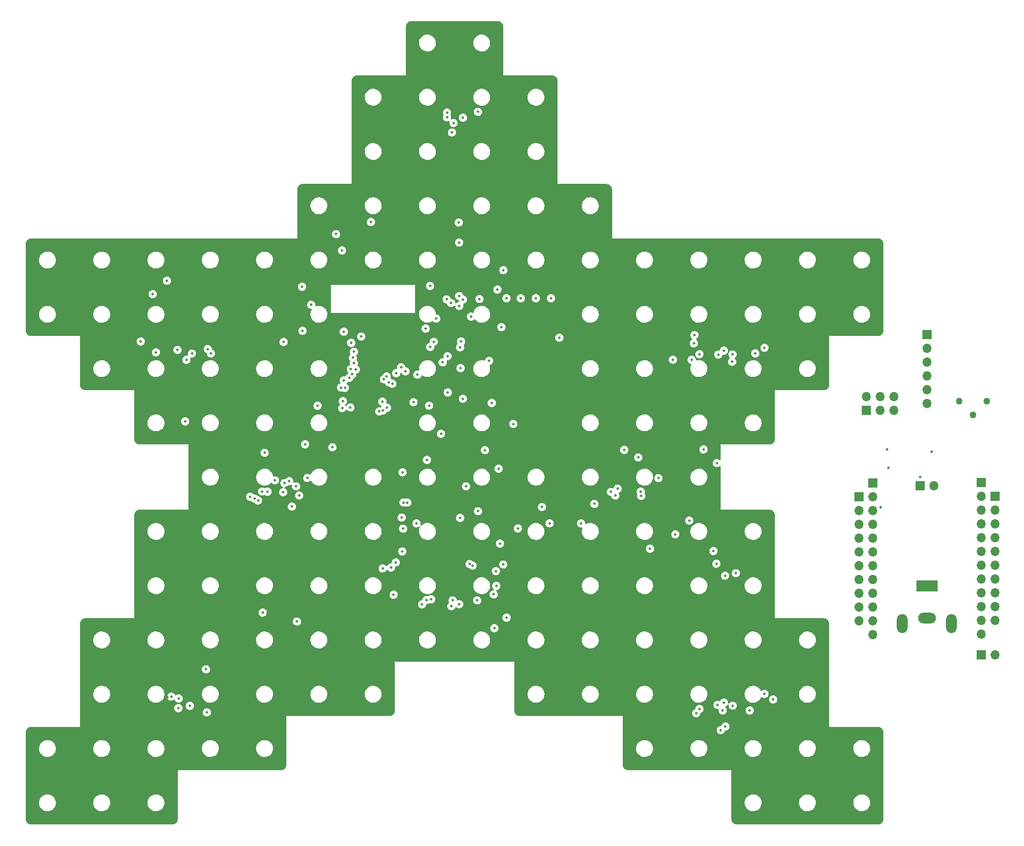
<source format=gbr>
%TF.GenerationSoftware,KiCad,Pcbnew,(6.0.7-1)-1*%
%TF.CreationDate,2022-10-07T15:09:27-06:00*%
%TF.ProjectId,starman,73746172-6d61-46e2-9e6b-696361645f70,rev?*%
%TF.SameCoordinates,Original*%
%TF.FileFunction,Copper,L2,Inr*%
%TF.FilePolarity,Positive*%
%FSLAX46Y46*%
G04 Gerber Fmt 4.6, Leading zero omitted, Abs format (unit mm)*
G04 Created by KiCad (PCBNEW (6.0.7-1)-1) date 2022-10-07 15:09:27*
%MOMM*%
%LPD*%
G01*
G04 APERTURE LIST*
%TA.AperFunction,ComponentPad*%
%ADD10C,1.260000*%
%TD*%
%TA.AperFunction,ComponentPad*%
%ADD11R,1.700000X1.700000*%
%TD*%
%TA.AperFunction,ComponentPad*%
%ADD12O,1.700000X1.700000*%
%TD*%
%TA.AperFunction,ComponentPad*%
%ADD13R,4.000000X2.000000*%
%TD*%
%TA.AperFunction,ComponentPad*%
%ADD14O,3.300000X2.000000*%
%TD*%
%TA.AperFunction,ComponentPad*%
%ADD15O,2.000000X3.500000*%
%TD*%
%TA.AperFunction,ViaPad*%
%ADD16C,0.500000*%
%TD*%
G04 APERTURE END LIST*
D10*
%TO.N,/Expansion Module/ext_SOUND*%
%TO.C,RV1*%
X208025000Y-101000000D03*
%TO.N,Net-(C35-Pad2)*%
X205485000Y-103540000D03*
%TO.N,GNDA*%
X202945000Y-101000000D03*
%TD*%
D11*
%TO.N,VCC*%
%TO.C,J6*%
X207000000Y-116025000D03*
D12*
%TO.N,unconnected-(J6-Pad2)*%
X207000000Y-118565000D03*
%TO.N,unconnected-(J6-Pad3)*%
X207000000Y-121105000D03*
%TO.N,/Expansion Module/ext_MUTE*%
X207000000Y-123645000D03*
%TO.N,/Expansion Module/ext_GPIO1*%
X207000000Y-126185000D03*
%TO.N,/Expansion Module/ext_GPIO2*%
X207000000Y-128725000D03*
%TO.N,/Expansion Module/ext_GPIO3*%
X207000000Y-131265000D03*
%TO.N,/Expansion Module/ext_GPIO4*%
X207000000Y-133805000D03*
%TO.N,/Expansion Module/ext_GPIO5*%
X207000000Y-136345000D03*
%TO.N,/Expansion Module/ext_GPIO6*%
X207000000Y-138885000D03*
%TO.N,/Expansion Module/ext_GPIO7*%
X207000000Y-141425000D03*
%TO.N,/Expansion Module/ext_GPIO8*%
X207000000Y-143965000D03*
%TD*%
D11*
%TO.N,Net-(C38-Pad1)*%
%TO.C,J12*%
X195725000Y-116600000D03*
D12*
%TO.N,Net-(C37-Pad1)*%
X198265000Y-116600000D03*
%TD*%
D13*
%TO.N,VCC*%
%TO.C,J10*%
X197000000Y-135000000D03*
D14*
%TO.N,GNDA*%
X197000000Y-141000000D03*
D15*
X192500000Y-142000000D03*
X201500000Y-142000000D03*
%TD*%
D11*
%TO.N,+5VA*%
%TO.C,J9*%
X184500000Y-118575000D03*
D12*
%TO.N,/Expansion Module/ext_GPIO9*%
X184500000Y-121115000D03*
%TO.N,/Expansion Module/ext_GPIO10*%
X184500000Y-123655000D03*
%TO.N,/Expansion Module/ext_GPIO11*%
X184500000Y-126195000D03*
%TO.N,/Expansion Module/ext_GPIO12*%
X184500000Y-128735000D03*
%TO.N,/Expansion Module/ext_GPIO13*%
X184500000Y-131275000D03*
%TO.N,/Expansion Module/ext_GPIO14*%
X184500000Y-133815000D03*
%TO.N,/Expansion Module/ext_GPIO15*%
X184500000Y-136355000D03*
%TO.N,/Expansion Module/ext_GPIO16*%
X184500000Y-138895000D03*
%TO.N,GNDA*%
X184500000Y-141435000D03*
%TD*%
D11*
%TO.N,+3.3VA*%
%TO.C,J8*%
X187040000Y-116035000D03*
D12*
%TO.N,GNDA*%
X187040000Y-118575000D03*
%TO.N,/Expansion Module/ext_GPIO9*%
X187040000Y-121115000D03*
%TO.N,/Expansion Module/ext_GPIO10*%
X187040000Y-123655000D03*
%TO.N,/Expansion Module/ext_GPIO11*%
X187040000Y-126195000D03*
%TO.N,/Expansion Module/ext_GPIO12*%
X187040000Y-128735000D03*
%TO.N,/Expansion Module/ext_GPIO13*%
X187040000Y-131275000D03*
%TO.N,/Expansion Module/ext_GPIO14*%
X187040000Y-133815000D03*
%TO.N,/Expansion Module/ext_GPIO15*%
X187040000Y-136355000D03*
%TO.N,/Expansion Module/ext_GPIO16*%
X187040000Y-138895000D03*
%TO.N,+5VA*%
X187040000Y-141435000D03*
%TO.N,GNDA*%
X187040000Y-143975000D03*
%TD*%
D11*
%TO.N,+3.3VA*%
%TO.C,J7*%
X209540000Y-118565000D03*
D12*
%TO.N,/Expansion Module/ext_GPIO1*%
X209540000Y-121105000D03*
%TO.N,/Expansion Module/ext_GPIO2*%
X209540000Y-123645000D03*
%TO.N,/Expansion Module/ext_GPIO3*%
X209540000Y-126185000D03*
%TO.N,/Expansion Module/ext_GPIO4*%
X209540000Y-128725000D03*
%TO.N,/Expansion Module/ext_GPIO5*%
X209540000Y-131265000D03*
%TO.N,/Expansion Module/ext_GPIO6*%
X209540000Y-133805000D03*
%TO.N,/Expansion Module/ext_GPIO7*%
X209540000Y-136345000D03*
%TO.N,/Expansion Module/ext_GPIO8*%
X209540000Y-138885000D03*
%TO.N,GNDA*%
X209540000Y-141425000D03*
%TD*%
D11*
%TO.N,/Expansion Module/ext_GPIO0*%
%TO.C,J5*%
X185825000Y-102700000D03*
D12*
%TO.N,/Expansion Module/ext_RXD*%
X185825000Y-100160000D03*
%TO.N,GNDA*%
X188365000Y-102700000D03*
%TO.N,/Expansion Module/ext_TXD*%
X188365000Y-100160000D03*
%TO.N,unconnected-(J5-Pad5)*%
X190905000Y-102700000D03*
%TO.N,/Expansion Module/ext_EN*%
X190905000Y-100160000D03*
%TD*%
D11*
%TO.N,/Expansion Module/ext_RXD*%
%TO.C,J4*%
X197000000Y-88700000D03*
D12*
%TO.N,/Expansion Module/ext_TXD*%
X197000000Y-91240000D03*
%TO.N,/Expansion Module/ext_GPIO0*%
X197000000Y-93780000D03*
%TO.N,/Expansion Module/ext_EN*%
X197000000Y-96320000D03*
%TO.N,/Expansion Module/ext_SOUND*%
X197000000Y-98860000D03*
%TO.N,GNDA*%
X197000000Y-101400000D03*
%TD*%
D11*
%TO.N,/Expansion Module/ext_GPIO1*%
%TO.C,J11*%
X207010000Y-147775000D03*
D12*
%TO.N,GNDA*%
X209550000Y-147775000D03*
%TD*%
D16*
%TO.N,/SCLK*%
X138782049Y-117724500D03*
X61610000Y-92230000D03*
X75530221Y-117679931D03*
X73800000Y-119300000D03*
X109650000Y-137700000D03*
X155100000Y-157700000D03*
X154181575Y-88833331D03*
X161200000Y-92400000D03*
X59174500Y-155800000D03*
X111550000Y-82275980D03*
X159640000Y-156530000D03*
X108600500Y-47839623D03*
X104817530Y-137635359D03*
X100939600Y-95504000D03*
%TO.N,+3V3*%
X81917600Y-79924000D03*
X155850000Y-109900000D03*
X114300000Y-47700000D03*
X89275000Y-73250000D03*
X82457200Y-108950000D03*
X80038000Y-120411600D03*
X82862500Y-115158900D03*
X158225000Y-130950000D03*
X158300000Y-112400000D03*
X60350000Y-104725000D03*
X115600000Y-110025000D03*
X141250000Y-109975000D03*
X64200000Y-150400000D03*
X104670000Y-87620000D03*
X94600000Y-68000000D03*
X74650000Y-139950000D03*
X89600000Y-88200000D03*
X159825000Y-133150000D03*
%TO.N,+5V*%
X111025000Y-122500000D03*
X78500000Y-90100000D03*
X104900000Y-111825000D03*
X153225000Y-123000000D03*
X113050000Y-85425000D03*
X52200000Y-90000000D03*
X116850000Y-101325000D03*
X84750000Y-101850000D03*
X54400000Y-81275000D03*
X103000000Y-123500000D03*
X150675000Y-125525000D03*
X165400000Y-92200000D03*
X114300000Y-121275000D03*
X100500000Y-124500000D03*
X111550000Y-100550000D03*
X87500000Y-109500000D03*
X117900000Y-80425000D03*
X127500000Y-123500000D03*
X82000000Y-88025000D03*
X108750000Y-99400000D03*
X55000000Y-92000000D03*
X119000000Y-76850000D03*
X111025000Y-91075000D03*
X116350000Y-93575000D03*
X100400000Y-114100000D03*
X108700000Y-92725000D03*
X89300000Y-102300000D03*
X107500000Y-107000000D03*
X167100000Y-91150000D03*
X57025000Y-78800000D03*
X120800000Y-105200000D03*
X133300000Y-123500000D03*
X83575000Y-83250000D03*
X114600000Y-82175000D03*
X146000000Y-128200000D03*
X150220000Y-93360000D03*
X153670000Y-93390000D03*
X126100000Y-120500000D03*
X105300000Y-101825000D03*
%TO.N,/GPIO1*%
X118100000Y-113450000D03*
X90950000Y-90250000D03*
X121650000Y-124450000D03*
%TO.N,/GPIO2*%
X118350000Y-127250000D03*
X91450000Y-91900000D03*
%TO.N,/GPIO3*%
X118950000Y-131100000D03*
X91250000Y-93000000D03*
%TO.N,/GPIO4*%
X117600000Y-132300000D03*
X91450000Y-94000000D03*
%TO.N,/MISO*%
X155100000Y-92349500D03*
X102425000Y-101200000D03*
%TO.N,/MOSI*%
X110875000Y-83450000D03*
X100152200Y-94767400D03*
%TO.N,/RXD*%
X105500000Y-91000000D03*
X111200000Y-90000000D03*
%TO.N,/GPIO5*%
X117674500Y-135050000D03*
X91800000Y-95150000D03*
%TO.N,/GPIO6*%
X117200000Y-136600000D03*
X90900000Y-95100000D03*
%TO.N,/GPIO7*%
X119575000Y-140875000D03*
X113330933Y-131290467D03*
X91125000Y-96050000D03*
%TO.N,/GPIO8*%
X90600000Y-96700000D03*
X117325000Y-142825000D03*
X112750000Y-131000000D03*
%TO.N,/GPIO9*%
X89580622Y-97172607D03*
X101275000Y-119675000D03*
%TO.N,/GPIO10*%
X89802227Y-98573273D03*
X100575000Y-119675000D03*
%TO.N,/GPIO11*%
X89066704Y-98508796D03*
X100249500Y-122450000D03*
%TO.N,/GPIO12*%
X89425500Y-100988987D03*
X100375000Y-128675000D03*
%TO.N,/GPIO13*%
X99175000Y-130700000D03*
X90800000Y-102150000D03*
%TO.N,/GPIO14*%
X96125000Y-102900000D03*
X96750000Y-131800000D03*
%TO.N,/GPIO15*%
X98275000Y-131650000D03*
X96825000Y-102699500D03*
%TO.N,/GPIO16*%
X98775000Y-136650000D03*
X97550000Y-102225000D03*
%TO.N,+3.3VA*%
X189925000Y-113275000D03*
%TO.N,+5VA*%
X188500000Y-120600000D03*
X195800000Y-115000000D03*
%TO.N,/GPIO0*%
X92800000Y-89100000D03*
X111100000Y-94900000D03*
%TO.N,/EN*%
X107800000Y-93850000D03*
X106150000Y-90050000D03*
X118625000Y-87350000D03*
%TO.N,Net-(R6-Pad2)*%
X97900000Y-97500000D03*
X124950000Y-82050000D03*
%TO.N,Net-(R7-Pad2)*%
X127750000Y-82050000D03*
X98531622Y-97800000D03*
%TO.N,GND*%
X79340000Y-87080000D03*
X123200000Y-87400000D03*
X133330000Y-102750000D03*
X94625000Y-106475000D03*
X52600000Y-160000000D03*
X91725000Y-69025000D03*
X111200000Y-43000000D03*
X157500000Y-155600000D03*
X88030000Y-101030000D03*
X161200000Y-152950000D03*
X77890000Y-114810000D03*
X95000000Y-87100000D03*
X117300000Y-106000000D03*
X130750000Y-105375000D03*
X142500000Y-111825000D03*
X77525000Y-141875000D03*
X105600000Y-100200000D03*
X57080000Y-155570000D03*
X62600000Y-80000000D03*
X89000000Y-87360000D03*
X108700000Y-88550000D03*
X158875000Y-97175000D03*
X145860000Y-91010000D03*
X117200000Y-70000000D03*
X145840000Y-88730000D03*
X158700000Y-78700000D03*
X98339890Y-142024500D03*
X111350000Y-121200000D03*
X127740000Y-83920000D03*
X95500000Y-118600000D03*
X112000000Y-131850000D03*
X122180000Y-91730000D03*
X151330000Y-131340000D03*
X107750000Y-135500000D03*
X81600000Y-111600000D03*
X107750000Y-45500000D03*
X167500000Y-160000000D03*
X137500000Y-115550000D03*
X67500000Y-130000000D03*
X107375000Y-70025000D03*
X102800000Y-50000000D03*
X100910000Y-86620000D03*
X61610000Y-93550000D03*
X79340000Y-80190000D03*
X161800000Y-129100000D03*
X162575000Y-94475000D03*
X112112500Y-84512500D03*
X61400000Y-152800000D03*
%TO.N,/LE*%
X139600000Y-118400000D03*
X59120000Y-157550000D03*
X73182321Y-118971706D03*
X110780000Y-68090000D03*
X110850000Y-81650000D03*
X64550000Y-91400000D03*
X159600000Y-91690000D03*
X154070000Y-90340000D03*
X99250000Y-95850000D03*
X108600500Y-48700000D03*
X110824500Y-71774501D03*
X154500000Y-158500000D03*
X159380000Y-157970000D03*
X74546236Y-117649834D03*
X147550000Y-115180000D03*
X109400000Y-138800000D03*
X104020000Y-138420000D03*
%TO.N,Net-(U3-Pad22)*%
X65100000Y-92200000D03*
X109800000Y-49750000D03*
%TO.N,Net-(U5-Pad22)*%
X57800000Y-155425000D03*
X72350000Y-118600000D03*
X80800000Y-116700000D03*
%TO.N,Net-(U6-Pad22)*%
X61230000Y-157130000D03*
X105680000Y-137500000D03*
%TO.N,Net-(U10-Pad2)*%
X144277876Y-117674011D03*
X161124011Y-93750000D03*
%TO.N,Net-(U2-Pad22)*%
X109525000Y-51500000D03*
X108525000Y-82250000D03*
%TO.N,Net-(U4-Pad22)*%
X78430000Y-117790000D03*
X60600000Y-93400000D03*
%TO.N,Net-(U7-Pad22)*%
X158450437Y-156950437D03*
X114175000Y-137700000D03*
%TO.N,Net-(U8-Pad22)*%
X161250000Y-157100000D03*
X140030000Y-117130000D03*
%TO.N,Net-(D70-Pad1)*%
X78635069Y-116100621D03*
X76930000Y-115590000D03*
%TO.N,/PWCLK1*%
X58956000Y-91557200D03*
X88166000Y-70221200D03*
X111551056Y-48776056D03*
X105475000Y-79775000D03*
%TO.N,/PWCLK2*%
X110850000Y-138400000D03*
X81358800Y-118379600D03*
X64350000Y-158350000D03*
X80950000Y-141600000D03*
%TO.N,/PWCLK3*%
X158574800Y-92420800D03*
X164375000Y-157975000D03*
X157700500Y-128600000D03*
X161800250Y-132699750D03*
X144376127Y-118446084D03*
%TO.N,Net-(D61-Pad1)*%
X75000000Y-110525000D03*
X79550000Y-115725000D03*
%TO.N,Net-(D66-Pad1)*%
X143825000Y-111375000D03*
X135750000Y-119925000D03*
%TO.N,Net-(D39-Pad1)*%
X106600000Y-85800000D03*
X109357607Y-82914124D03*
%TO.N,Net-(D115-Pad1)*%
X167100000Y-154950000D03*
X159900000Y-160950000D03*
%TO.N,Net-(D116-Pad1)*%
X168700000Y-155950000D03*
X159050000Y-161600000D03*
%TO.N,/MUTE*%
X96700000Y-101100000D03*
X112100002Y-116700000D03*
%TO.N,/STATUS*%
X103150000Y-96125000D03*
X129300000Y-89300000D03*
%TO.N,Net-(R5-Pad1)*%
X96992824Y-96974500D03*
X122200000Y-82050000D03*
%TO.N,/Expansion Module/ext_EN*%
X189674999Y-109925001D03*
%TO.N,/Expansion Module/ext_MUTE*%
X197850002Y-110300000D03*
%TO.N,Net-(R4-Pad1)*%
X119550000Y-82050000D03*
X97500000Y-96425500D03*
%TD*%
%TA.AperFunction,Conductor*%
%TO.N,GND*%
G36*
X118006163Y-31000607D02*
G01*
X118182740Y-31017999D01*
X118206957Y-31022815D01*
X118370809Y-31072518D01*
X118393629Y-31081971D01*
X118544631Y-31162683D01*
X118565158Y-31176399D01*
X118697521Y-31285026D01*
X118714974Y-31302479D01*
X118823601Y-31434842D01*
X118837319Y-31455372D01*
X118918029Y-31606371D01*
X118927482Y-31629190D01*
X118977185Y-31793043D01*
X118982002Y-31817263D01*
X118999393Y-31993837D01*
X119000000Y-32006187D01*
X119000000Y-41000000D01*
X127993813Y-41000000D01*
X128006163Y-41000607D01*
X128182740Y-41017999D01*
X128206957Y-41022815D01*
X128370809Y-41072518D01*
X128393629Y-41081971D01*
X128544631Y-41162683D01*
X128565158Y-41176399D01*
X128697521Y-41285026D01*
X128714974Y-41302479D01*
X128823601Y-41434842D01*
X128837319Y-41455372D01*
X128918029Y-41606371D01*
X128927482Y-41629190D01*
X128977185Y-41793043D01*
X128982002Y-41817263D01*
X128999393Y-41993837D01*
X129000000Y-42006187D01*
X129000000Y-61000000D01*
X137993813Y-61000000D01*
X138006163Y-61000607D01*
X138182740Y-61017999D01*
X138206957Y-61022815D01*
X138370809Y-61072518D01*
X138393629Y-61081971D01*
X138544631Y-61162683D01*
X138565158Y-61176399D01*
X138697521Y-61285026D01*
X138714974Y-61302479D01*
X138823601Y-61434842D01*
X138837319Y-61455372D01*
X138918029Y-61606371D01*
X138927482Y-61629190D01*
X138977185Y-61793043D01*
X138982002Y-61817263D01*
X138999393Y-61993837D01*
X139000000Y-62006187D01*
X139000000Y-71000000D01*
X187993813Y-71000000D01*
X188006163Y-71000607D01*
X188182740Y-71017999D01*
X188206957Y-71022815D01*
X188370809Y-71072518D01*
X188393629Y-71081971D01*
X188417670Y-71094821D01*
X188544631Y-71162683D01*
X188565158Y-71176399D01*
X188697521Y-71285026D01*
X188714974Y-71302479D01*
X188823601Y-71434842D01*
X188837319Y-71455372D01*
X188918029Y-71606371D01*
X188927482Y-71629190D01*
X188977185Y-71793043D01*
X188982001Y-71817260D01*
X188993914Y-71938211D01*
X188999393Y-71993837D01*
X189000000Y-72006187D01*
X189000000Y-87993813D01*
X188999393Y-88006163D01*
X188984867Y-88153651D01*
X188982002Y-88182737D01*
X188977185Y-88206957D01*
X188927482Y-88370809D01*
X188918029Y-88393629D01*
X188901279Y-88424966D01*
X188840519Y-88538642D01*
X188837319Y-88544628D01*
X188823601Y-88565158D01*
X188714974Y-88697521D01*
X188697521Y-88714974D01*
X188565158Y-88823601D01*
X188544631Y-88837317D01*
X188505298Y-88858341D01*
X188393629Y-88918029D01*
X188370810Y-88927482D01*
X188206957Y-88977185D01*
X188182740Y-88982001D01*
X188030043Y-88997041D01*
X188006163Y-88999393D01*
X187993813Y-89000000D01*
X179000000Y-89000000D01*
X179000000Y-97993813D01*
X178999393Y-98006163D01*
X178989154Y-98110126D01*
X178982002Y-98182737D01*
X178977185Y-98206957D01*
X178951897Y-98290322D01*
X178927482Y-98370809D01*
X178918029Y-98393629D01*
X178886607Y-98452417D01*
X178839546Y-98540462D01*
X178837319Y-98544628D01*
X178823601Y-98565158D01*
X178714974Y-98697521D01*
X178697521Y-98714974D01*
X178565158Y-98823601D01*
X178544631Y-98837317D01*
X178452417Y-98886607D01*
X178393629Y-98918029D01*
X178370810Y-98927482D01*
X178206957Y-98977185D01*
X178182740Y-98982001D01*
X178006163Y-98999393D01*
X177993813Y-99000000D01*
X169000000Y-99000000D01*
X169000000Y-107993813D01*
X168999393Y-108006163D01*
X168982002Y-108182737D01*
X168977185Y-108206957D01*
X168927482Y-108370809D01*
X168918029Y-108393629D01*
X168872621Y-108478583D01*
X168837319Y-108544628D01*
X168823601Y-108565158D01*
X168714974Y-108697521D01*
X168697521Y-108714974D01*
X168565158Y-108823601D01*
X168544631Y-108837317D01*
X168452417Y-108886607D01*
X168393629Y-108918029D01*
X168370810Y-108927482D01*
X168206957Y-108977185D01*
X168182740Y-108982001D01*
X168006163Y-108999393D01*
X167993813Y-109000000D01*
X159000000Y-109000000D01*
X159000000Y-111734054D01*
X158979998Y-111802175D01*
X158926342Y-111848668D01*
X158856068Y-111858772D01*
X158791488Y-111829278D01*
X158784592Y-111822836D01*
X158782846Y-111821077D01*
X158773242Y-111811406D01*
X158758697Y-111802175D01*
X158651354Y-111734054D01*
X158631079Y-111721187D01*
X158472462Y-111664706D01*
X158465474Y-111663873D01*
X158465471Y-111663872D01*
X158357743Y-111651026D01*
X158305273Y-111644769D01*
X158298270Y-111645505D01*
X158298269Y-111645505D01*
X158252712Y-111650293D01*
X158137821Y-111662369D01*
X158131155Y-111664638D01*
X158131152Y-111664639D01*
X157985098Y-111714360D01*
X157985095Y-111714361D01*
X157978431Y-111716630D01*
X157972436Y-111720318D01*
X157972432Y-111720320D01*
X157841021Y-111801165D01*
X157841019Y-111801167D01*
X157835022Y-111804856D01*
X157714724Y-111922661D01*
X157623515Y-112064190D01*
X157621105Y-112070810D01*
X157621104Y-112070813D01*
X157595270Y-112141791D01*
X157565927Y-112222409D01*
X157544825Y-112389455D01*
X157545512Y-112396462D01*
X157545512Y-112396465D01*
X157547989Y-112421724D01*
X157561255Y-112557025D01*
X157614402Y-112716791D01*
X157618049Y-112722813D01*
X157618050Y-112722815D01*
X157695782Y-112851165D01*
X157701624Y-112860812D01*
X157818586Y-112981929D01*
X157824483Y-112985788D01*
X157953577Y-113070266D01*
X157953581Y-113070268D01*
X157959475Y-113074125D01*
X158117289Y-113132815D01*
X158124270Y-113133746D01*
X158124272Y-113133747D01*
X158169812Y-113139823D01*
X158284183Y-113155083D01*
X158291194Y-113154445D01*
X158291198Y-113154445D01*
X158444843Y-113140462D01*
X158451864Y-113139823D01*
X158458566Y-113137645D01*
X158458568Y-113137645D01*
X158605298Y-113089970D01*
X158605301Y-113089969D01*
X158611997Y-113087793D01*
X158756623Y-113001578D01*
X158761718Y-112996726D01*
X158761726Y-112996720D01*
X158787109Y-112972548D01*
X158850234Y-112940056D01*
X158920905Y-112946850D01*
X158976684Y-112990773D01*
X159000000Y-113063794D01*
X159000000Y-121000000D01*
X167993813Y-121000000D01*
X168006163Y-121000607D01*
X168182740Y-121017999D01*
X168206957Y-121022815D01*
X168370809Y-121072518D01*
X168393629Y-121081971D01*
X168435591Y-121104400D01*
X168544631Y-121162683D01*
X168565158Y-121176399D01*
X168697521Y-121285026D01*
X168714974Y-121302479D01*
X168823601Y-121434842D01*
X168837319Y-121455372D01*
X168918029Y-121606371D01*
X168927482Y-121629190D01*
X168977185Y-121793043D01*
X168982001Y-121817260D01*
X168991766Y-121916403D01*
X168999393Y-121993837D01*
X169000000Y-122006187D01*
X169000000Y-141000000D01*
X177993813Y-141000000D01*
X178006163Y-141000607D01*
X178182740Y-141017999D01*
X178206957Y-141022815D01*
X178360560Y-141069409D01*
X178370809Y-141072518D01*
X178393629Y-141081971D01*
X178544631Y-141162683D01*
X178565158Y-141176399D01*
X178697521Y-141285026D01*
X178714974Y-141302479D01*
X178823601Y-141434842D01*
X178837319Y-141455372D01*
X178918029Y-141606371D01*
X178927482Y-141629190D01*
X178977185Y-141793043D01*
X178982002Y-141817263D01*
X178999393Y-141993837D01*
X179000000Y-142006187D01*
X179000000Y-161000000D01*
X187993813Y-161000000D01*
X188006163Y-161000607D01*
X188182740Y-161017999D01*
X188206957Y-161022815D01*
X188370809Y-161072518D01*
X188393629Y-161081971D01*
X188544631Y-161162683D01*
X188565158Y-161176399D01*
X188697521Y-161285026D01*
X188714974Y-161302479D01*
X188823601Y-161434842D01*
X188837319Y-161455372D01*
X188918029Y-161606371D01*
X188927482Y-161629190D01*
X188977185Y-161793043D01*
X188982002Y-161817263D01*
X188999393Y-161993837D01*
X189000000Y-162006187D01*
X189000000Y-177993813D01*
X188999393Y-178006163D01*
X188982002Y-178182737D01*
X188977185Y-178206957D01*
X188927482Y-178370809D01*
X188918029Y-178393629D01*
X188837319Y-178544628D01*
X188823601Y-178565158D01*
X188714974Y-178697521D01*
X188697521Y-178714974D01*
X188565158Y-178823601D01*
X188544631Y-178837317D01*
X188452417Y-178886607D01*
X188393629Y-178918029D01*
X188370810Y-178927482D01*
X188206957Y-178977185D01*
X188182740Y-178982001D01*
X188006163Y-178999393D01*
X187993813Y-179000000D01*
X162006187Y-179000000D01*
X161993837Y-178999393D01*
X161817260Y-178982001D01*
X161793043Y-178977185D01*
X161629190Y-178927482D01*
X161606371Y-178918029D01*
X161547583Y-178886607D01*
X161455369Y-178837317D01*
X161434842Y-178823601D01*
X161302479Y-178714974D01*
X161285026Y-178697521D01*
X161176399Y-178565158D01*
X161162681Y-178544628D01*
X161081971Y-178393629D01*
X161072518Y-178370809D01*
X161022815Y-178206957D01*
X161017998Y-178182737D01*
X161000607Y-178006163D01*
X161000000Y-177993813D01*
X161000000Y-175054288D01*
X163445404Y-175054288D01*
X163474081Y-175302140D01*
X163542017Y-175542219D01*
X163647462Y-175768348D01*
X163787706Y-175974710D01*
X163959138Y-176155994D01*
X164157349Y-176307538D01*
X164377239Y-176425443D01*
X164613152Y-176506674D01*
X164741099Y-176528774D01*
X164855107Y-176548467D01*
X164855113Y-176548468D01*
X164859017Y-176549142D01*
X164862978Y-176549322D01*
X164862979Y-176549322D01*
X164887503Y-176550436D01*
X164887522Y-176550436D01*
X164888922Y-176550500D01*
X165062691Y-176550500D01*
X165065199Y-176550298D01*
X165065204Y-176550298D01*
X165243661Y-176535940D01*
X165243666Y-176535939D01*
X165248702Y-176535534D01*
X165253610Y-176534329D01*
X165253613Y-176534328D01*
X165486092Y-176477225D01*
X165491006Y-176476018D01*
X165495658Y-176474043D01*
X165495662Y-176474042D01*
X165716022Y-176380505D01*
X165716023Y-176380505D01*
X165720677Y-176378529D01*
X165931808Y-176245573D01*
X166029923Y-176159073D01*
X166115168Y-176083920D01*
X166115171Y-176083917D01*
X166118965Y-176080572D01*
X166277334Y-175887770D01*
X166402840Y-175672128D01*
X166492255Y-175439195D01*
X166543278Y-175194961D01*
X166549666Y-175054288D01*
X173445404Y-175054288D01*
X173474081Y-175302140D01*
X173542017Y-175542219D01*
X173647462Y-175768348D01*
X173787706Y-175974710D01*
X173959138Y-176155994D01*
X174157349Y-176307538D01*
X174377239Y-176425443D01*
X174613152Y-176506674D01*
X174741099Y-176528774D01*
X174855107Y-176548467D01*
X174855113Y-176548468D01*
X174859017Y-176549142D01*
X174862978Y-176549322D01*
X174862979Y-176549322D01*
X174887503Y-176550436D01*
X174887522Y-176550436D01*
X174888922Y-176550500D01*
X175062691Y-176550500D01*
X175065199Y-176550298D01*
X175065204Y-176550298D01*
X175243661Y-176535940D01*
X175243666Y-176535939D01*
X175248702Y-176535534D01*
X175253610Y-176534329D01*
X175253613Y-176534328D01*
X175486092Y-176477225D01*
X175491006Y-176476018D01*
X175495658Y-176474043D01*
X175495662Y-176474042D01*
X175716022Y-176380505D01*
X175716023Y-176380505D01*
X175720677Y-176378529D01*
X175931808Y-176245573D01*
X176029923Y-176159073D01*
X176115168Y-176083920D01*
X176115171Y-176083917D01*
X176118965Y-176080572D01*
X176277334Y-175887770D01*
X176402840Y-175672128D01*
X176492255Y-175439195D01*
X176543278Y-175194961D01*
X176549666Y-175054288D01*
X183445404Y-175054288D01*
X183474081Y-175302140D01*
X183542017Y-175542219D01*
X183647462Y-175768348D01*
X183787706Y-175974710D01*
X183959138Y-176155994D01*
X184157349Y-176307538D01*
X184377239Y-176425443D01*
X184613152Y-176506674D01*
X184741099Y-176528774D01*
X184855107Y-176548467D01*
X184855113Y-176548468D01*
X184859017Y-176549142D01*
X184862978Y-176549322D01*
X184862979Y-176549322D01*
X184887503Y-176550436D01*
X184887522Y-176550436D01*
X184888922Y-176550500D01*
X185062691Y-176550500D01*
X185065199Y-176550298D01*
X185065204Y-176550298D01*
X185243661Y-176535940D01*
X185243666Y-176535939D01*
X185248702Y-176535534D01*
X185253610Y-176534329D01*
X185253613Y-176534328D01*
X185486092Y-176477225D01*
X185491006Y-176476018D01*
X185495658Y-176474043D01*
X185495662Y-176474042D01*
X185716022Y-176380505D01*
X185716023Y-176380505D01*
X185720677Y-176378529D01*
X185931808Y-176245573D01*
X186029923Y-176159073D01*
X186115168Y-176083920D01*
X186115171Y-176083917D01*
X186118965Y-176080572D01*
X186277334Y-175887770D01*
X186402840Y-175672128D01*
X186492255Y-175439195D01*
X186543278Y-175194961D01*
X186554596Y-174945712D01*
X186525919Y-174697860D01*
X186457983Y-174457781D01*
X186352538Y-174231652D01*
X186212294Y-174025290D01*
X186040862Y-173844006D01*
X185842651Y-173692462D01*
X185622761Y-173574557D01*
X185386848Y-173493326D01*
X185258901Y-173471226D01*
X185144893Y-173451533D01*
X185144887Y-173451532D01*
X185140983Y-173450858D01*
X185137022Y-173450678D01*
X185137021Y-173450678D01*
X185112497Y-173449564D01*
X185112478Y-173449564D01*
X185111078Y-173449500D01*
X184937309Y-173449500D01*
X184934801Y-173449702D01*
X184934796Y-173449702D01*
X184756339Y-173464060D01*
X184756334Y-173464061D01*
X184751298Y-173464466D01*
X184746390Y-173465671D01*
X184746387Y-173465672D01*
X184516392Y-173522165D01*
X184508994Y-173523982D01*
X184504342Y-173525957D01*
X184504338Y-173525958D01*
X184283978Y-173619495D01*
X184279323Y-173621471D01*
X184068192Y-173754427D01*
X184064398Y-173757772D01*
X183884832Y-173916080D01*
X183884829Y-173916083D01*
X183881035Y-173919428D01*
X183722666Y-174112230D01*
X183597160Y-174327872D01*
X183507745Y-174560805D01*
X183456722Y-174805039D01*
X183445404Y-175054288D01*
X176549666Y-175054288D01*
X176554596Y-174945712D01*
X176525919Y-174697860D01*
X176457983Y-174457781D01*
X176352538Y-174231652D01*
X176212294Y-174025290D01*
X176040862Y-173844006D01*
X175842651Y-173692462D01*
X175622761Y-173574557D01*
X175386848Y-173493326D01*
X175258901Y-173471226D01*
X175144893Y-173451533D01*
X175144887Y-173451532D01*
X175140983Y-173450858D01*
X175137022Y-173450678D01*
X175137021Y-173450678D01*
X175112497Y-173449564D01*
X175112478Y-173449564D01*
X175111078Y-173449500D01*
X174937309Y-173449500D01*
X174934801Y-173449702D01*
X174934796Y-173449702D01*
X174756339Y-173464060D01*
X174756334Y-173464061D01*
X174751298Y-173464466D01*
X174746390Y-173465671D01*
X174746387Y-173465672D01*
X174516392Y-173522165D01*
X174508994Y-173523982D01*
X174504342Y-173525957D01*
X174504338Y-173525958D01*
X174283978Y-173619495D01*
X174279323Y-173621471D01*
X174068192Y-173754427D01*
X174064398Y-173757772D01*
X173884832Y-173916080D01*
X173884829Y-173916083D01*
X173881035Y-173919428D01*
X173722666Y-174112230D01*
X173597160Y-174327872D01*
X173507745Y-174560805D01*
X173456722Y-174805039D01*
X173445404Y-175054288D01*
X166549666Y-175054288D01*
X166554596Y-174945712D01*
X166525919Y-174697860D01*
X166457983Y-174457781D01*
X166352538Y-174231652D01*
X166212294Y-174025290D01*
X166040862Y-173844006D01*
X165842651Y-173692462D01*
X165622761Y-173574557D01*
X165386848Y-173493326D01*
X165258901Y-173471226D01*
X165144893Y-173451533D01*
X165144887Y-173451532D01*
X165140983Y-173450858D01*
X165137022Y-173450678D01*
X165137021Y-173450678D01*
X165112497Y-173449564D01*
X165112478Y-173449564D01*
X165111078Y-173449500D01*
X164937309Y-173449500D01*
X164934801Y-173449702D01*
X164934796Y-173449702D01*
X164756339Y-173464060D01*
X164756334Y-173464061D01*
X164751298Y-173464466D01*
X164746390Y-173465671D01*
X164746387Y-173465672D01*
X164516392Y-173522165D01*
X164508994Y-173523982D01*
X164504342Y-173525957D01*
X164504338Y-173525958D01*
X164283978Y-173619495D01*
X164279323Y-173621471D01*
X164068192Y-173754427D01*
X164064398Y-173757772D01*
X163884832Y-173916080D01*
X163884829Y-173916083D01*
X163881035Y-173919428D01*
X163722666Y-174112230D01*
X163597160Y-174327872D01*
X163507745Y-174560805D01*
X163456722Y-174805039D01*
X163445404Y-175054288D01*
X161000000Y-175054288D01*
X161000000Y-169000000D01*
X142006187Y-169000000D01*
X141993837Y-168999393D01*
X141817260Y-168982001D01*
X141793043Y-168977185D01*
X141629190Y-168927482D01*
X141606371Y-168918029D01*
X141547583Y-168886607D01*
X141455369Y-168837317D01*
X141434842Y-168823601D01*
X141302479Y-168714974D01*
X141285026Y-168697521D01*
X141176399Y-168565158D01*
X141162681Y-168544628D01*
X141081971Y-168393629D01*
X141072518Y-168370809D01*
X141022815Y-168206957D01*
X141017998Y-168182737D01*
X141000607Y-168006163D01*
X141000000Y-167993813D01*
X141000000Y-165054288D01*
X143445404Y-165054288D01*
X143474081Y-165302140D01*
X143542017Y-165542219D01*
X143647462Y-165768348D01*
X143787706Y-165974710D01*
X143959138Y-166155994D01*
X144157349Y-166307538D01*
X144377239Y-166425443D01*
X144613152Y-166506674D01*
X144741099Y-166528774D01*
X144855107Y-166548467D01*
X144855113Y-166548468D01*
X144859017Y-166549142D01*
X144862978Y-166549322D01*
X144862979Y-166549322D01*
X144887503Y-166550436D01*
X144887522Y-166550436D01*
X144888922Y-166550500D01*
X145062691Y-166550500D01*
X145065199Y-166550298D01*
X145065204Y-166550298D01*
X145243661Y-166535940D01*
X145243666Y-166535939D01*
X145248702Y-166535534D01*
X145253610Y-166534329D01*
X145253613Y-166534328D01*
X145486092Y-166477225D01*
X145491006Y-166476018D01*
X145495658Y-166474043D01*
X145495662Y-166474042D01*
X145716022Y-166380505D01*
X145716023Y-166380505D01*
X145720677Y-166378529D01*
X145931808Y-166245573D01*
X146029923Y-166159073D01*
X146115168Y-166083920D01*
X146115171Y-166083917D01*
X146118965Y-166080572D01*
X146277334Y-165887770D01*
X146402840Y-165672128D01*
X146492255Y-165439195D01*
X146543278Y-165194961D01*
X146549666Y-165054288D01*
X153445404Y-165054288D01*
X153474081Y-165302140D01*
X153542017Y-165542219D01*
X153647462Y-165768348D01*
X153787706Y-165974710D01*
X153959138Y-166155994D01*
X154157349Y-166307538D01*
X154377239Y-166425443D01*
X154613152Y-166506674D01*
X154741099Y-166528774D01*
X154855107Y-166548467D01*
X154855113Y-166548468D01*
X154859017Y-166549142D01*
X154862978Y-166549322D01*
X154862979Y-166549322D01*
X154887503Y-166550436D01*
X154887522Y-166550436D01*
X154888922Y-166550500D01*
X155062691Y-166550500D01*
X155065199Y-166550298D01*
X155065204Y-166550298D01*
X155243661Y-166535940D01*
X155243666Y-166535939D01*
X155248702Y-166535534D01*
X155253610Y-166534329D01*
X155253613Y-166534328D01*
X155486092Y-166477225D01*
X155491006Y-166476018D01*
X155495658Y-166474043D01*
X155495662Y-166474042D01*
X155716022Y-166380505D01*
X155716023Y-166380505D01*
X155720677Y-166378529D01*
X155931808Y-166245573D01*
X156029923Y-166159073D01*
X156115168Y-166083920D01*
X156115171Y-166083917D01*
X156118965Y-166080572D01*
X156277334Y-165887770D01*
X156402840Y-165672128D01*
X156492255Y-165439195D01*
X156543278Y-165194961D01*
X156549666Y-165054288D01*
X163445404Y-165054288D01*
X163474081Y-165302140D01*
X163542017Y-165542219D01*
X163647462Y-165768348D01*
X163787706Y-165974710D01*
X163959138Y-166155994D01*
X164157349Y-166307538D01*
X164377239Y-166425443D01*
X164613152Y-166506674D01*
X164741099Y-166528774D01*
X164855107Y-166548467D01*
X164855113Y-166548468D01*
X164859017Y-166549142D01*
X164862978Y-166549322D01*
X164862979Y-166549322D01*
X164887503Y-166550436D01*
X164887522Y-166550436D01*
X164888922Y-166550500D01*
X165062691Y-166550500D01*
X165065199Y-166550298D01*
X165065204Y-166550298D01*
X165243661Y-166535940D01*
X165243666Y-166535939D01*
X165248702Y-166535534D01*
X165253610Y-166534329D01*
X165253613Y-166534328D01*
X165486092Y-166477225D01*
X165491006Y-166476018D01*
X165495658Y-166474043D01*
X165495662Y-166474042D01*
X165716022Y-166380505D01*
X165716023Y-166380505D01*
X165720677Y-166378529D01*
X165931808Y-166245573D01*
X166029923Y-166159073D01*
X166115168Y-166083920D01*
X166115171Y-166083917D01*
X166118965Y-166080572D01*
X166277334Y-165887770D01*
X166402840Y-165672128D01*
X166492255Y-165439195D01*
X166543278Y-165194961D01*
X166549666Y-165054288D01*
X173445404Y-165054288D01*
X173474081Y-165302140D01*
X173542017Y-165542219D01*
X173647462Y-165768348D01*
X173787706Y-165974710D01*
X173959138Y-166155994D01*
X174157349Y-166307538D01*
X174377239Y-166425443D01*
X174613152Y-166506674D01*
X174741099Y-166528774D01*
X174855107Y-166548467D01*
X174855113Y-166548468D01*
X174859017Y-166549142D01*
X174862978Y-166549322D01*
X174862979Y-166549322D01*
X174887503Y-166550436D01*
X174887522Y-166550436D01*
X174888922Y-166550500D01*
X175062691Y-166550500D01*
X175065199Y-166550298D01*
X175065204Y-166550298D01*
X175243661Y-166535940D01*
X175243666Y-166535939D01*
X175248702Y-166535534D01*
X175253610Y-166534329D01*
X175253613Y-166534328D01*
X175486092Y-166477225D01*
X175491006Y-166476018D01*
X175495658Y-166474043D01*
X175495662Y-166474042D01*
X175716022Y-166380505D01*
X175716023Y-166380505D01*
X175720677Y-166378529D01*
X175931808Y-166245573D01*
X176029923Y-166159073D01*
X176115168Y-166083920D01*
X176115171Y-166083917D01*
X176118965Y-166080572D01*
X176277334Y-165887770D01*
X176402840Y-165672128D01*
X176492255Y-165439195D01*
X176543278Y-165194961D01*
X176549666Y-165054288D01*
X183445404Y-165054288D01*
X183474081Y-165302140D01*
X183542017Y-165542219D01*
X183647462Y-165768348D01*
X183787706Y-165974710D01*
X183959138Y-166155994D01*
X184157349Y-166307538D01*
X184377239Y-166425443D01*
X184613152Y-166506674D01*
X184741099Y-166528774D01*
X184855107Y-166548467D01*
X184855113Y-166548468D01*
X184859017Y-166549142D01*
X184862978Y-166549322D01*
X184862979Y-166549322D01*
X184887503Y-166550436D01*
X184887522Y-166550436D01*
X184888922Y-166550500D01*
X185062691Y-166550500D01*
X185065199Y-166550298D01*
X185065204Y-166550298D01*
X185243661Y-166535940D01*
X185243666Y-166535939D01*
X185248702Y-166535534D01*
X185253610Y-166534329D01*
X185253613Y-166534328D01*
X185486092Y-166477225D01*
X185491006Y-166476018D01*
X185495658Y-166474043D01*
X185495662Y-166474042D01*
X185716022Y-166380505D01*
X185716023Y-166380505D01*
X185720677Y-166378529D01*
X185931808Y-166245573D01*
X186029923Y-166159073D01*
X186115168Y-166083920D01*
X186115171Y-166083917D01*
X186118965Y-166080572D01*
X186277334Y-165887770D01*
X186402840Y-165672128D01*
X186492255Y-165439195D01*
X186543278Y-165194961D01*
X186554596Y-164945712D01*
X186525919Y-164697860D01*
X186457983Y-164457781D01*
X186352538Y-164231652D01*
X186212294Y-164025290D01*
X186040862Y-163844006D01*
X185842651Y-163692462D01*
X185622761Y-163574557D01*
X185386848Y-163493326D01*
X185258901Y-163471226D01*
X185144893Y-163451533D01*
X185144887Y-163451532D01*
X185140983Y-163450858D01*
X185137022Y-163450678D01*
X185137021Y-163450678D01*
X185112497Y-163449564D01*
X185112478Y-163449564D01*
X185111078Y-163449500D01*
X184937309Y-163449500D01*
X184934801Y-163449702D01*
X184934796Y-163449702D01*
X184756339Y-163464060D01*
X184756334Y-163464061D01*
X184751298Y-163464466D01*
X184746390Y-163465671D01*
X184746387Y-163465672D01*
X184516392Y-163522165D01*
X184508994Y-163523982D01*
X184504342Y-163525957D01*
X184504338Y-163525958D01*
X184283978Y-163619495D01*
X184279323Y-163621471D01*
X184068192Y-163754427D01*
X184064398Y-163757772D01*
X183884832Y-163916080D01*
X183884829Y-163916083D01*
X183881035Y-163919428D01*
X183722666Y-164112230D01*
X183597160Y-164327872D01*
X183507745Y-164560805D01*
X183456722Y-164805039D01*
X183445404Y-165054288D01*
X176549666Y-165054288D01*
X176554596Y-164945712D01*
X176525919Y-164697860D01*
X176457983Y-164457781D01*
X176352538Y-164231652D01*
X176212294Y-164025290D01*
X176040862Y-163844006D01*
X175842651Y-163692462D01*
X175622761Y-163574557D01*
X175386848Y-163493326D01*
X175258901Y-163471226D01*
X175144893Y-163451533D01*
X175144887Y-163451532D01*
X175140983Y-163450858D01*
X175137022Y-163450678D01*
X175137021Y-163450678D01*
X175112497Y-163449564D01*
X175112478Y-163449564D01*
X175111078Y-163449500D01*
X174937309Y-163449500D01*
X174934801Y-163449702D01*
X174934796Y-163449702D01*
X174756339Y-163464060D01*
X174756334Y-163464061D01*
X174751298Y-163464466D01*
X174746390Y-163465671D01*
X174746387Y-163465672D01*
X174516392Y-163522165D01*
X174508994Y-163523982D01*
X174504342Y-163525957D01*
X174504338Y-163525958D01*
X174283978Y-163619495D01*
X174279323Y-163621471D01*
X174068192Y-163754427D01*
X174064398Y-163757772D01*
X173884832Y-163916080D01*
X173884829Y-163916083D01*
X173881035Y-163919428D01*
X173722666Y-164112230D01*
X173597160Y-164327872D01*
X173507745Y-164560805D01*
X173456722Y-164805039D01*
X173445404Y-165054288D01*
X166549666Y-165054288D01*
X166554596Y-164945712D01*
X166525919Y-164697860D01*
X166457983Y-164457781D01*
X166352538Y-164231652D01*
X166212294Y-164025290D01*
X166040862Y-163844006D01*
X165842651Y-163692462D01*
X165622761Y-163574557D01*
X165386848Y-163493326D01*
X165258901Y-163471226D01*
X165144893Y-163451533D01*
X165144887Y-163451532D01*
X165140983Y-163450858D01*
X165137022Y-163450678D01*
X165137021Y-163450678D01*
X165112497Y-163449564D01*
X165112478Y-163449564D01*
X165111078Y-163449500D01*
X164937309Y-163449500D01*
X164934801Y-163449702D01*
X164934796Y-163449702D01*
X164756339Y-163464060D01*
X164756334Y-163464061D01*
X164751298Y-163464466D01*
X164746390Y-163465671D01*
X164746387Y-163465672D01*
X164516392Y-163522165D01*
X164508994Y-163523982D01*
X164504342Y-163525957D01*
X164504338Y-163525958D01*
X164283978Y-163619495D01*
X164279323Y-163621471D01*
X164068192Y-163754427D01*
X164064398Y-163757772D01*
X163884832Y-163916080D01*
X163884829Y-163916083D01*
X163881035Y-163919428D01*
X163722666Y-164112230D01*
X163597160Y-164327872D01*
X163507745Y-164560805D01*
X163456722Y-164805039D01*
X163445404Y-165054288D01*
X156549666Y-165054288D01*
X156554596Y-164945712D01*
X156525919Y-164697860D01*
X156457983Y-164457781D01*
X156352538Y-164231652D01*
X156212294Y-164025290D01*
X156040862Y-163844006D01*
X155842651Y-163692462D01*
X155622761Y-163574557D01*
X155386848Y-163493326D01*
X155258901Y-163471226D01*
X155144893Y-163451533D01*
X155144887Y-163451532D01*
X155140983Y-163450858D01*
X155137022Y-163450678D01*
X155137021Y-163450678D01*
X155112497Y-163449564D01*
X155112478Y-163449564D01*
X155111078Y-163449500D01*
X154937309Y-163449500D01*
X154934801Y-163449702D01*
X154934796Y-163449702D01*
X154756339Y-163464060D01*
X154756334Y-163464061D01*
X154751298Y-163464466D01*
X154746390Y-163465671D01*
X154746387Y-163465672D01*
X154516392Y-163522165D01*
X154508994Y-163523982D01*
X154504342Y-163525957D01*
X154504338Y-163525958D01*
X154283978Y-163619495D01*
X154279323Y-163621471D01*
X154068192Y-163754427D01*
X154064398Y-163757772D01*
X153884832Y-163916080D01*
X153884829Y-163916083D01*
X153881035Y-163919428D01*
X153722666Y-164112230D01*
X153597160Y-164327872D01*
X153507745Y-164560805D01*
X153456722Y-164805039D01*
X153445404Y-165054288D01*
X146549666Y-165054288D01*
X146554596Y-164945712D01*
X146525919Y-164697860D01*
X146457983Y-164457781D01*
X146352538Y-164231652D01*
X146212294Y-164025290D01*
X146040862Y-163844006D01*
X145842651Y-163692462D01*
X145622761Y-163574557D01*
X145386848Y-163493326D01*
X145258901Y-163471226D01*
X145144893Y-163451533D01*
X145144887Y-163451532D01*
X145140983Y-163450858D01*
X145137022Y-163450678D01*
X145137021Y-163450678D01*
X145112497Y-163449564D01*
X145112478Y-163449564D01*
X145111078Y-163449500D01*
X144937309Y-163449500D01*
X144934801Y-163449702D01*
X144934796Y-163449702D01*
X144756339Y-163464060D01*
X144756334Y-163464061D01*
X144751298Y-163464466D01*
X144746390Y-163465671D01*
X144746387Y-163465672D01*
X144516392Y-163522165D01*
X144508994Y-163523982D01*
X144504342Y-163525957D01*
X144504338Y-163525958D01*
X144283978Y-163619495D01*
X144279323Y-163621471D01*
X144068192Y-163754427D01*
X144064398Y-163757772D01*
X143884832Y-163916080D01*
X143884829Y-163916083D01*
X143881035Y-163919428D01*
X143722666Y-164112230D01*
X143597160Y-164327872D01*
X143507745Y-164560805D01*
X143456722Y-164805039D01*
X143445404Y-165054288D01*
X141000000Y-165054288D01*
X141000000Y-161589455D01*
X158294825Y-161589455D01*
X158295512Y-161596462D01*
X158295512Y-161596465D01*
X158298721Y-161629190D01*
X158311255Y-161757025D01*
X158364402Y-161916791D01*
X158368049Y-161922813D01*
X158368050Y-161922815D01*
X158411063Y-161993837D01*
X158451624Y-162060812D01*
X158456513Y-162065875D01*
X158456514Y-162065876D01*
X158527825Y-162139720D01*
X158568586Y-162181929D01*
X158574483Y-162185788D01*
X158703577Y-162270266D01*
X158703581Y-162270268D01*
X158709475Y-162274125D01*
X158867289Y-162332815D01*
X158874270Y-162333746D01*
X158874272Y-162333747D01*
X158919812Y-162339823D01*
X159034183Y-162355083D01*
X159041194Y-162354445D01*
X159041198Y-162354445D01*
X159194843Y-162340462D01*
X159201864Y-162339823D01*
X159208566Y-162337645D01*
X159208568Y-162337645D01*
X159355298Y-162289970D01*
X159355301Y-162289969D01*
X159361997Y-162287793D01*
X159506623Y-162201578D01*
X159511717Y-162196727D01*
X159511721Y-162196724D01*
X159623454Y-162090322D01*
X159623455Y-162090320D01*
X159628554Y-162085465D01*
X159644934Y-162060812D01*
X159717836Y-161951085D01*
X159721731Y-161945223D01*
X159781521Y-161787823D01*
X159783899Y-161788726D01*
X159814200Y-161737827D01*
X159877733Y-161706141D01*
X159888504Y-161704690D01*
X160044843Y-161690462D01*
X160051864Y-161689823D01*
X160058566Y-161687645D01*
X160058568Y-161687645D01*
X160205298Y-161639970D01*
X160205301Y-161639969D01*
X160211997Y-161637793D01*
X160356623Y-161551578D01*
X160361717Y-161546727D01*
X160361721Y-161546724D01*
X160473454Y-161440322D01*
X160473455Y-161440320D01*
X160478554Y-161435465D01*
X160487229Y-161422409D01*
X160567836Y-161301085D01*
X160571731Y-161295223D01*
X160575605Y-161285026D01*
X160594373Y-161235618D01*
X160631521Y-161137823D01*
X160654955Y-160971088D01*
X160655249Y-160950000D01*
X160651251Y-160914360D01*
X160637266Y-160789672D01*
X160637265Y-160789669D01*
X160636481Y-160782676D01*
X160581108Y-160623668D01*
X160491884Y-160480879D01*
X160483723Y-160472661D01*
X160378205Y-160366403D01*
X160378201Y-160366400D01*
X160373242Y-160361406D01*
X160366169Y-160356917D01*
X160281933Y-160303460D01*
X160231079Y-160271187D01*
X160072462Y-160214706D01*
X160065474Y-160213873D01*
X160065471Y-160213872D01*
X159972300Y-160202762D01*
X159905273Y-160194769D01*
X159898270Y-160195505D01*
X159898269Y-160195505D01*
X159852712Y-160200293D01*
X159737821Y-160212369D01*
X159731155Y-160214638D01*
X159731152Y-160214639D01*
X159585098Y-160264360D01*
X159585095Y-160264361D01*
X159578431Y-160266630D01*
X159572436Y-160270318D01*
X159572432Y-160270320D01*
X159441021Y-160351165D01*
X159441019Y-160351167D01*
X159435022Y-160354856D01*
X159423231Y-160366403D01*
X159326048Y-160461572D01*
X159314724Y-160472661D01*
X159223515Y-160614190D01*
X159221105Y-160620810D01*
X159221104Y-160620813D01*
X159169491Y-160762617D01*
X159127396Y-160819788D01*
X159061075Y-160845126D01*
X159058920Y-160845204D01*
X159055273Y-160844769D01*
X159048270Y-160845505D01*
X159048267Y-160845505D01*
X158971547Y-160853569D01*
X158887821Y-160862369D01*
X158881155Y-160864638D01*
X158881152Y-160864639D01*
X158735098Y-160914360D01*
X158735095Y-160914361D01*
X158728431Y-160916630D01*
X158722436Y-160920318D01*
X158722432Y-160920320D01*
X158591021Y-161001165D01*
X158591019Y-161001167D01*
X158585022Y-161004856D01*
X158464724Y-161122661D01*
X158373515Y-161264190D01*
X158371105Y-161270810D01*
X158371104Y-161270813D01*
X158344721Y-161343299D01*
X158315927Y-161422409D01*
X158294825Y-161589455D01*
X141000000Y-161589455D01*
X141000000Y-159000000D01*
X122006187Y-159000000D01*
X121993837Y-158999393D01*
X121817260Y-158982001D01*
X121793043Y-158977185D01*
X121629190Y-158927482D01*
X121606371Y-158918029D01*
X121481127Y-158851085D01*
X121455369Y-158837317D01*
X121434842Y-158823601D01*
X121302479Y-158714974D01*
X121285026Y-158697521D01*
X121176399Y-158565158D01*
X121162681Y-158544628D01*
X121155316Y-158530848D01*
X121133191Y-158489455D01*
X153744825Y-158489455D01*
X153745512Y-158496462D01*
X153745512Y-158496465D01*
X153752401Y-158566724D01*
X153761255Y-158657025D01*
X153814402Y-158816791D01*
X153818049Y-158822813D01*
X153818050Y-158822815D01*
X153896032Y-158951578D01*
X153901624Y-158960812D01*
X153906513Y-158965875D01*
X153906514Y-158965876D01*
X153959038Y-159020266D01*
X154018586Y-159081929D01*
X154024483Y-159085788D01*
X154153577Y-159170266D01*
X154153581Y-159170268D01*
X154159475Y-159174125D01*
X154317289Y-159232815D01*
X154324270Y-159233746D01*
X154324272Y-159233747D01*
X154369812Y-159239823D01*
X154484183Y-159255083D01*
X154491194Y-159254445D01*
X154491198Y-159254445D01*
X154644843Y-159240462D01*
X154651864Y-159239823D01*
X154658566Y-159237645D01*
X154658568Y-159237645D01*
X154805298Y-159189970D01*
X154805301Y-159189969D01*
X154811997Y-159187793D01*
X154956623Y-159101578D01*
X154961717Y-159096727D01*
X154961721Y-159096724D01*
X155073454Y-158990322D01*
X155073455Y-158990320D01*
X155078554Y-158985465D01*
X155084056Y-158977185D01*
X155167836Y-158851085D01*
X155171731Y-158845223D01*
X155231521Y-158687823D01*
X155254955Y-158521088D01*
X155254967Y-158520250D01*
X155279885Y-158454514D01*
X155341413Y-158410727D01*
X155405298Y-158389970D01*
X155405301Y-158389969D01*
X155411997Y-158387793D01*
X155556623Y-158301578D01*
X155561717Y-158296727D01*
X155561721Y-158296724D01*
X155673454Y-158190322D01*
X155673455Y-158190320D01*
X155678554Y-158185465D01*
X155684826Y-158176026D01*
X155767836Y-158051085D01*
X155771731Y-158045223D01*
X155780302Y-158022661D01*
X155801795Y-157966077D01*
X155831521Y-157887823D01*
X155849173Y-157762226D01*
X155854404Y-157725010D01*
X155854404Y-157725006D01*
X155854955Y-157721088D01*
X155855249Y-157700000D01*
X155849171Y-157645813D01*
X155837266Y-157539672D01*
X155837265Y-157539669D01*
X155836481Y-157532676D01*
X155781108Y-157373668D01*
X155691884Y-157230879D01*
X155681888Y-157220813D01*
X155578205Y-157116403D01*
X155578201Y-157116400D01*
X155573242Y-157111406D01*
X155567028Y-157107462D01*
X155504424Y-157067733D01*
X155431079Y-157021187D01*
X155272462Y-156964706D01*
X155265474Y-156963873D01*
X155265471Y-156963872D01*
X155158909Y-156951165D01*
X155105273Y-156944769D01*
X155098270Y-156945505D01*
X155098269Y-156945505D01*
X155052712Y-156950293D01*
X154937821Y-156962369D01*
X154931155Y-156964638D01*
X154931152Y-156964639D01*
X154785098Y-157014360D01*
X154785095Y-157014361D01*
X154778431Y-157016630D01*
X154772436Y-157020318D01*
X154772432Y-157020320D01*
X154641021Y-157101165D01*
X154641019Y-157101167D01*
X154635022Y-157104856D01*
X154587812Y-157151088D01*
X154529426Y-157208264D01*
X154514724Y-157222661D01*
X154423515Y-157364190D01*
X154421105Y-157370810D01*
X154421104Y-157370813D01*
X154404543Y-157416313D01*
X154365927Y-157522409D01*
X154346656Y-157674966D01*
X154345383Y-157685040D01*
X154317001Y-157750117D01*
X154260982Y-157788527D01*
X154185098Y-157814360D01*
X154185095Y-157814361D01*
X154178431Y-157816630D01*
X154172436Y-157820318D01*
X154172432Y-157820320D01*
X154041021Y-157901165D01*
X154041019Y-157901167D01*
X154035022Y-157904856D01*
X153981297Y-157957468D01*
X153921653Y-158015876D01*
X153914724Y-158022661D01*
X153823515Y-158164190D01*
X153821105Y-158170810D01*
X153821104Y-158170813D01*
X153807949Y-158206957D01*
X153765927Y-158322409D01*
X153744825Y-158489455D01*
X121133191Y-158489455D01*
X121081971Y-158393629D01*
X121072518Y-158370809D01*
X121022815Y-158206957D01*
X121017998Y-158182737D01*
X121017670Y-158179400D01*
X121000607Y-158006163D01*
X121000000Y-157993813D01*
X121000000Y-156939892D01*
X157695262Y-156939892D01*
X157695949Y-156946899D01*
X157695949Y-156946902D01*
X157703001Y-157018822D01*
X157711692Y-157107462D01*
X157764839Y-157267228D01*
X157768486Y-157273250D01*
X157768487Y-157273252D01*
X157838994Y-157389672D01*
X157852061Y-157411249D01*
X157856950Y-157416312D01*
X157856951Y-157416313D01*
X157878514Y-157438642D01*
X157969023Y-157532366D01*
X157974920Y-157536225D01*
X158104014Y-157620703D01*
X158104018Y-157620705D01*
X158109912Y-157624562D01*
X158267726Y-157683252D01*
X158274707Y-157684183D01*
X158274709Y-157684184D01*
X158314216Y-157689455D01*
X158434620Y-157705520D01*
X158441632Y-157704882D01*
X158441637Y-157704882D01*
X158503422Y-157699259D01*
X158573075Y-157713005D01*
X158624239Y-157762226D01*
X158640670Y-157831295D01*
X158639848Y-157840531D01*
X158624825Y-157959455D01*
X158625512Y-157966462D01*
X158625512Y-157966465D01*
X158629860Y-158010812D01*
X158641255Y-158127025D01*
X158694402Y-158286791D01*
X158698049Y-158292813D01*
X158698050Y-158292815D01*
X158743056Y-158367128D01*
X158781624Y-158430812D01*
X158786513Y-158435875D01*
X158786514Y-158435876D01*
X158810260Y-158460465D01*
X158898586Y-158551929D01*
X158904483Y-158555788D01*
X159033577Y-158640266D01*
X159033581Y-158640268D01*
X159039475Y-158644125D01*
X159197289Y-158702815D01*
X159204270Y-158703746D01*
X159204272Y-158703747D01*
X159249812Y-158709823D01*
X159364183Y-158725083D01*
X159371194Y-158724445D01*
X159371198Y-158724445D01*
X159524843Y-158710462D01*
X159531864Y-158709823D01*
X159538566Y-158707645D01*
X159538568Y-158707645D01*
X159685298Y-158659970D01*
X159685301Y-158659969D01*
X159691997Y-158657793D01*
X159836623Y-158571578D01*
X159841717Y-158566727D01*
X159841721Y-158566724D01*
X159953454Y-158460322D01*
X159953455Y-158460320D01*
X159958554Y-158455465D01*
X159971612Y-158435812D01*
X160030974Y-158346465D01*
X160051731Y-158315223D01*
X160061380Y-158289823D01*
X160082513Y-158234187D01*
X160111521Y-158157823D01*
X160128035Y-158040322D01*
X160134404Y-157995010D01*
X160134404Y-157995006D01*
X160134955Y-157991088D01*
X160135249Y-157970000D01*
X160134627Y-157964455D01*
X163619825Y-157964455D01*
X163620512Y-157971462D01*
X163620512Y-157971465D01*
X163623914Y-158006163D01*
X163636255Y-158132025D01*
X163689402Y-158291791D01*
X163693049Y-158297813D01*
X163693050Y-158297815D01*
X163747543Y-158387793D01*
X163776624Y-158435812D01*
X163781513Y-158440875D01*
X163781514Y-158440876D01*
X163821679Y-158482468D01*
X163893586Y-158556929D01*
X163899483Y-158560788D01*
X164028577Y-158645266D01*
X164028581Y-158645268D01*
X164034475Y-158649125D01*
X164192289Y-158707815D01*
X164199270Y-158708746D01*
X164199272Y-158708747D01*
X164244812Y-158714823D01*
X164359183Y-158730083D01*
X164366194Y-158729445D01*
X164366198Y-158729445D01*
X164519843Y-158715462D01*
X164526864Y-158714823D01*
X164533566Y-158712645D01*
X164533568Y-158712645D01*
X164680298Y-158664970D01*
X164680301Y-158664969D01*
X164686997Y-158662793D01*
X164831623Y-158576578D01*
X164836717Y-158571727D01*
X164836721Y-158571724D01*
X164948454Y-158465322D01*
X164948455Y-158465320D01*
X164953554Y-158460465D01*
X164969934Y-158435812D01*
X165029296Y-158346465D01*
X165046731Y-158320223D01*
X165052445Y-158305182D01*
X165098956Y-158182737D01*
X165106521Y-158162823D01*
X165126913Y-158017733D01*
X165129404Y-158000010D01*
X165129404Y-158000006D01*
X165129955Y-157996088D01*
X165130249Y-157975000D01*
X165121301Y-157895223D01*
X165112266Y-157814672D01*
X165112265Y-157814669D01*
X165111481Y-157807676D01*
X165056108Y-157648668D01*
X164966884Y-157505879D01*
X164956955Y-157495880D01*
X164853205Y-157391403D01*
X164853201Y-157391400D01*
X164848242Y-157386406D01*
X164840364Y-157381406D01*
X164729181Y-157310848D01*
X164706079Y-157296187D01*
X164547462Y-157239706D01*
X164540474Y-157238873D01*
X164540471Y-157238872D01*
X164431519Y-157225880D01*
X164380273Y-157219769D01*
X164373270Y-157220505D01*
X164373269Y-157220505D01*
X164341711Y-157223822D01*
X164212821Y-157237369D01*
X164206155Y-157239638D01*
X164206152Y-157239639D01*
X164060098Y-157289360D01*
X164060095Y-157289361D01*
X164053431Y-157291630D01*
X164047436Y-157295318D01*
X164047432Y-157295320D01*
X163916021Y-157376165D01*
X163916019Y-157376167D01*
X163910022Y-157379856D01*
X163866154Y-157422815D01*
X163841671Y-157446791D01*
X163789724Y-157497661D01*
X163698515Y-157639190D01*
X163696105Y-157645810D01*
X163696104Y-157645813D01*
X163676376Y-157700016D01*
X163640927Y-157797409D01*
X163619825Y-157964455D01*
X160134627Y-157964455D01*
X160126770Y-157894409D01*
X160117266Y-157809672D01*
X160117265Y-157809669D01*
X160116481Y-157802676D01*
X160061108Y-157643668D01*
X159971884Y-157500879D01*
X159946407Y-157475223D01*
X159898810Y-157427293D01*
X159865003Y-157364862D01*
X159870315Y-157294065D01*
X159913060Y-157237378D01*
X159939312Y-157223822D01*
X159938884Y-157222879D01*
X159945298Y-157219970D01*
X159951997Y-157217793D01*
X160096623Y-157131578D01*
X160101717Y-157126727D01*
X160101721Y-157126724D01*
X160213454Y-157020322D01*
X160213455Y-157020320D01*
X160218554Y-157015465D01*
X160222451Y-157009600D01*
X160222454Y-157009596D01*
X160273945Y-156932096D01*
X160328303Y-156886425D01*
X160398722Y-156877393D01*
X160462846Y-156907866D01*
X160500316Y-156968170D01*
X160503900Y-157017614D01*
X160500395Y-157045365D01*
X160494825Y-157089455D01*
X160495512Y-157096462D01*
X160495512Y-157096465D01*
X160504399Y-157187104D01*
X160511255Y-157257025D01*
X160564402Y-157416791D01*
X160568049Y-157422813D01*
X160568050Y-157422815D01*
X160638690Y-157539455D01*
X160651624Y-157560812D01*
X160656513Y-157565875D01*
X160656514Y-157565876D01*
X160701412Y-157612369D01*
X160768586Y-157681929D01*
X160774483Y-157685788D01*
X160903577Y-157770266D01*
X160903581Y-157770268D01*
X160909475Y-157774125D01*
X161067289Y-157832815D01*
X161074270Y-157833746D01*
X161074272Y-157833747D01*
X161119812Y-157839823D01*
X161234183Y-157855083D01*
X161241194Y-157854445D01*
X161241198Y-157854445D01*
X161394843Y-157840462D01*
X161401864Y-157839823D01*
X161408566Y-157837645D01*
X161408568Y-157837645D01*
X161555298Y-157789970D01*
X161555301Y-157789969D01*
X161561997Y-157787793D01*
X161706623Y-157701578D01*
X161711717Y-157696727D01*
X161711721Y-157696724D01*
X161823454Y-157590322D01*
X161823455Y-157590320D01*
X161828554Y-157585465D01*
X161835501Y-157575010D01*
X161881431Y-157505879D01*
X161921731Y-157445223D01*
X161981521Y-157287823D01*
X161995259Y-157190072D01*
X162004404Y-157125010D01*
X162004404Y-157125006D01*
X162004955Y-157121088D01*
X162005249Y-157100000D01*
X161988969Y-156954856D01*
X161987266Y-156939672D01*
X161987265Y-156939669D01*
X161986481Y-156932676D01*
X161931108Y-156773668D01*
X161854241Y-156650655D01*
X161845617Y-156636853D01*
X161841884Y-156630879D01*
X161831345Y-156620266D01*
X161728205Y-156516403D01*
X161728201Y-156516400D01*
X161723242Y-156511406D01*
X161717143Y-156507535D01*
X161664496Y-156474125D01*
X161581079Y-156421187D01*
X161422462Y-156364706D01*
X161415474Y-156363873D01*
X161415471Y-156363872D01*
X161322300Y-156352762D01*
X161255273Y-156344769D01*
X161248270Y-156345505D01*
X161248269Y-156345505D01*
X161202712Y-156350293D01*
X161087821Y-156362369D01*
X161081155Y-156364638D01*
X161081152Y-156364639D01*
X160935098Y-156414360D01*
X160935095Y-156414361D01*
X160928431Y-156416630D01*
X160922436Y-156420318D01*
X160922432Y-156420320D01*
X160791021Y-156501165D01*
X160791019Y-156501167D01*
X160785022Y-156504856D01*
X160664724Y-156622661D01*
X160617293Y-156696259D01*
X160563581Y-156742682D01*
X160493294Y-156752697D01*
X160428751Y-156723122D01*
X160390443Y-156663347D01*
X160386610Y-156610466D01*
X160394404Y-156555010D01*
X160394404Y-156555006D01*
X160394955Y-156551088D01*
X160395249Y-156530000D01*
X160389531Y-156479020D01*
X160377266Y-156369672D01*
X160377265Y-156369669D01*
X160376481Y-156362676D01*
X160321108Y-156203668D01*
X160231884Y-156060879D01*
X160223723Y-156052661D01*
X160118205Y-155946403D01*
X160118201Y-155946400D01*
X160113242Y-155941406D01*
X159971079Y-155851187D01*
X159812462Y-155794706D01*
X159805474Y-155793873D01*
X159805471Y-155793872D01*
X159711580Y-155782676D01*
X159645273Y-155774769D01*
X159638270Y-155775505D01*
X159638269Y-155775505D01*
X159601212Y-155779400D01*
X159477821Y-155792369D01*
X159471155Y-155794638D01*
X159471152Y-155794639D01*
X159325098Y-155844360D01*
X159325095Y-155844361D01*
X159318431Y-155846630D01*
X159312436Y-155850318D01*
X159312432Y-155850320D01*
X159181021Y-155931165D01*
X159181019Y-155931167D01*
X159175022Y-155934856D01*
X159054724Y-156052661D01*
X158963515Y-156194190D01*
X158961105Y-156200812D01*
X158959735Y-156204576D01*
X158958204Y-156206655D01*
X158957973Y-156207121D01*
X158957891Y-156207080D01*
X158917642Y-156261748D01*
X158851322Y-156287087D01*
X158786550Y-156274819D01*
X158781516Y-156271624D01*
X158622899Y-156215143D01*
X158615911Y-156214310D01*
X158615908Y-156214309D01*
X158502721Y-156200812D01*
X158455710Y-156195206D01*
X158448707Y-156195942D01*
X158448706Y-156195942D01*
X158403149Y-156200730D01*
X158288258Y-156212806D01*
X158281592Y-156215075D01*
X158281589Y-156215076D01*
X158135535Y-156264797D01*
X158135532Y-156264798D01*
X158128868Y-156267067D01*
X158122873Y-156270755D01*
X158122869Y-156270757D01*
X157991458Y-156351602D01*
X157991456Y-156351604D01*
X157985459Y-156355293D01*
X157946064Y-156393872D01*
X157883677Y-156454966D01*
X157865161Y-156473098D01*
X157773952Y-156614627D01*
X157771542Y-156621247D01*
X157771541Y-156621250D01*
X157758937Y-156655880D01*
X157716364Y-156772846D01*
X157695262Y-156939892D01*
X121000000Y-156939892D01*
X121000000Y-155054288D01*
X123445404Y-155054288D01*
X123445985Y-155059308D01*
X123445985Y-155059312D01*
X123468557Y-155254400D01*
X123474081Y-155302140D01*
X123475460Y-155307011D01*
X123475460Y-155307014D01*
X123503637Y-155406589D01*
X123542017Y-155542219D01*
X123577211Y-155617693D01*
X123617527Y-155704151D01*
X123647462Y-155768348D01*
X123650304Y-155772529D01*
X123650304Y-155772530D01*
X123663787Y-155792369D01*
X123787706Y-155974710D01*
X123856761Y-156047733D01*
X123941955Y-156137823D01*
X123959138Y-156155994D01*
X123963164Y-156159072D01*
X123963165Y-156159073D01*
X124111933Y-156272815D01*
X124157349Y-156307538D01*
X124377239Y-156425443D01*
X124613152Y-156506674D01*
X124725484Y-156526077D01*
X124855107Y-156548467D01*
X124855113Y-156548468D01*
X124859017Y-156549142D01*
X124862978Y-156549322D01*
X124862979Y-156549322D01*
X124887503Y-156550436D01*
X124887522Y-156550436D01*
X124888922Y-156550500D01*
X125062691Y-156550500D01*
X125065199Y-156550298D01*
X125065204Y-156550298D01*
X125243661Y-156535940D01*
X125243666Y-156535939D01*
X125248702Y-156535534D01*
X125253610Y-156534329D01*
X125253613Y-156534328D01*
X125486092Y-156477225D01*
X125491006Y-156476018D01*
X125495658Y-156474043D01*
X125495662Y-156474042D01*
X125716022Y-156380505D01*
X125716023Y-156380505D01*
X125720677Y-156378529D01*
X125931808Y-156245573D01*
X126023401Y-156164823D01*
X126115168Y-156083920D01*
X126115171Y-156083917D01*
X126118965Y-156080572D01*
X126128723Y-156068693D01*
X126195150Y-155987823D01*
X126277334Y-155887770D01*
X126402840Y-155672128D01*
X126415185Y-155639970D01*
X126479022Y-155473668D01*
X126492255Y-155439195D01*
X126494260Y-155429600D01*
X126542243Y-155199915D01*
X126543278Y-155194961D01*
X126545574Y-155144409D01*
X126549196Y-155064639D01*
X126549666Y-155054288D01*
X133445404Y-155054288D01*
X133445985Y-155059308D01*
X133445985Y-155059312D01*
X133468557Y-155254400D01*
X133474081Y-155302140D01*
X133475460Y-155307011D01*
X133475460Y-155307014D01*
X133503637Y-155406589D01*
X133542017Y-155542219D01*
X133577211Y-155617693D01*
X133617527Y-155704151D01*
X133647462Y-155768348D01*
X133650304Y-155772529D01*
X133650304Y-155772530D01*
X133663787Y-155792369D01*
X133787706Y-155974710D01*
X133856761Y-156047733D01*
X133941955Y-156137823D01*
X133959138Y-156155994D01*
X133963164Y-156159072D01*
X133963165Y-156159073D01*
X134111933Y-156272815D01*
X134157349Y-156307538D01*
X134377239Y-156425443D01*
X134613152Y-156506674D01*
X134725484Y-156526077D01*
X134855107Y-156548467D01*
X134855113Y-156548468D01*
X134859017Y-156549142D01*
X134862978Y-156549322D01*
X134862979Y-156549322D01*
X134887503Y-156550436D01*
X134887522Y-156550436D01*
X134888922Y-156550500D01*
X135062691Y-156550500D01*
X135065199Y-156550298D01*
X135065204Y-156550298D01*
X135243661Y-156535940D01*
X135243666Y-156535939D01*
X135248702Y-156535534D01*
X135253610Y-156534329D01*
X135253613Y-156534328D01*
X135486092Y-156477225D01*
X135491006Y-156476018D01*
X135495658Y-156474043D01*
X135495662Y-156474042D01*
X135716022Y-156380505D01*
X135716023Y-156380505D01*
X135720677Y-156378529D01*
X135931808Y-156245573D01*
X136023401Y-156164823D01*
X136115168Y-156083920D01*
X136115171Y-156083917D01*
X136118965Y-156080572D01*
X136128723Y-156068693D01*
X136195150Y-155987823D01*
X136277334Y-155887770D01*
X136402840Y-155672128D01*
X136415185Y-155639970D01*
X136479022Y-155473668D01*
X136492255Y-155439195D01*
X136494260Y-155429600D01*
X136542243Y-155199915D01*
X136543278Y-155194961D01*
X136545574Y-155144409D01*
X136549196Y-155064639D01*
X136549666Y-155054288D01*
X143445404Y-155054288D01*
X143445985Y-155059308D01*
X143445985Y-155059312D01*
X143468557Y-155254400D01*
X143474081Y-155302140D01*
X143475460Y-155307011D01*
X143475460Y-155307014D01*
X143503637Y-155406589D01*
X143542017Y-155542219D01*
X143577211Y-155617693D01*
X143617527Y-155704151D01*
X143647462Y-155768348D01*
X143650304Y-155772529D01*
X143650304Y-155772530D01*
X143663787Y-155792369D01*
X143787706Y-155974710D01*
X143856761Y-156047733D01*
X143941955Y-156137823D01*
X143959138Y-156155994D01*
X143963164Y-156159072D01*
X143963165Y-156159073D01*
X144111933Y-156272815D01*
X144157349Y-156307538D01*
X144377239Y-156425443D01*
X144613152Y-156506674D01*
X144725484Y-156526077D01*
X144855107Y-156548467D01*
X144855113Y-156548468D01*
X144859017Y-156549142D01*
X144862978Y-156549322D01*
X144862979Y-156549322D01*
X144887503Y-156550436D01*
X144887522Y-156550436D01*
X144888922Y-156550500D01*
X145062691Y-156550500D01*
X145065199Y-156550298D01*
X145065204Y-156550298D01*
X145243661Y-156535940D01*
X145243666Y-156535939D01*
X145248702Y-156535534D01*
X145253610Y-156534329D01*
X145253613Y-156534328D01*
X145486092Y-156477225D01*
X145491006Y-156476018D01*
X145495658Y-156474043D01*
X145495662Y-156474042D01*
X145716022Y-156380505D01*
X145716023Y-156380505D01*
X145720677Y-156378529D01*
X145931808Y-156245573D01*
X146023401Y-156164823D01*
X146115168Y-156083920D01*
X146115171Y-156083917D01*
X146118965Y-156080572D01*
X146128723Y-156068693D01*
X146195150Y-155987823D01*
X146277334Y-155887770D01*
X146402840Y-155672128D01*
X146415185Y-155639970D01*
X146479022Y-155473668D01*
X146492255Y-155439195D01*
X146494260Y-155429600D01*
X146542243Y-155199915D01*
X146543278Y-155194961D01*
X146545574Y-155144409D01*
X146549196Y-155064639D01*
X146549666Y-155054288D01*
X153445404Y-155054288D01*
X153445985Y-155059308D01*
X153445985Y-155059312D01*
X153468557Y-155254400D01*
X153474081Y-155302140D01*
X153475460Y-155307011D01*
X153475460Y-155307014D01*
X153503637Y-155406589D01*
X153542017Y-155542219D01*
X153577211Y-155617693D01*
X153617527Y-155704151D01*
X153647462Y-155768348D01*
X153650304Y-155772529D01*
X153650304Y-155772530D01*
X153663787Y-155792369D01*
X153787706Y-155974710D01*
X153856761Y-156047733D01*
X153941955Y-156137823D01*
X153959138Y-156155994D01*
X153963164Y-156159072D01*
X153963165Y-156159073D01*
X154111933Y-156272815D01*
X154157349Y-156307538D01*
X154377239Y-156425443D01*
X154613152Y-156506674D01*
X154725484Y-156526077D01*
X154855107Y-156548467D01*
X154855113Y-156548468D01*
X154859017Y-156549142D01*
X154862978Y-156549322D01*
X154862979Y-156549322D01*
X154887503Y-156550436D01*
X154887522Y-156550436D01*
X154888922Y-156550500D01*
X155062691Y-156550500D01*
X155065199Y-156550298D01*
X155065204Y-156550298D01*
X155243661Y-156535940D01*
X155243666Y-156535939D01*
X155248702Y-156535534D01*
X155253610Y-156534329D01*
X155253613Y-156534328D01*
X155486092Y-156477225D01*
X155491006Y-156476018D01*
X155495658Y-156474043D01*
X155495662Y-156474042D01*
X155716022Y-156380505D01*
X155716023Y-156380505D01*
X155720677Y-156378529D01*
X155931808Y-156245573D01*
X156023401Y-156164823D01*
X156115168Y-156083920D01*
X156115171Y-156083917D01*
X156118965Y-156080572D01*
X156128723Y-156068693D01*
X156195150Y-155987823D01*
X156277334Y-155887770D01*
X156402840Y-155672128D01*
X156415185Y-155639970D01*
X156479022Y-155473668D01*
X156492255Y-155439195D01*
X156494260Y-155429600D01*
X156542243Y-155199915D01*
X156543278Y-155194961D01*
X156545574Y-155144409D01*
X156549196Y-155064639D01*
X156549666Y-155054288D01*
X163445404Y-155054288D01*
X163445985Y-155059308D01*
X163445985Y-155059312D01*
X163468557Y-155254400D01*
X163474081Y-155302140D01*
X163475460Y-155307011D01*
X163475460Y-155307014D01*
X163503637Y-155406589D01*
X163542017Y-155542219D01*
X163577211Y-155617693D01*
X163617527Y-155704151D01*
X163647462Y-155768348D01*
X163650304Y-155772529D01*
X163650304Y-155772530D01*
X163663787Y-155792369D01*
X163787706Y-155974710D01*
X163856761Y-156047733D01*
X163941955Y-156137823D01*
X163959138Y-156155994D01*
X163963164Y-156159072D01*
X163963165Y-156159073D01*
X164111933Y-156272815D01*
X164157349Y-156307538D01*
X164377239Y-156425443D01*
X164613152Y-156506674D01*
X164725484Y-156526077D01*
X164855107Y-156548467D01*
X164855113Y-156548468D01*
X164859017Y-156549142D01*
X164862978Y-156549322D01*
X164862979Y-156549322D01*
X164887503Y-156550436D01*
X164887522Y-156550436D01*
X164888922Y-156550500D01*
X165062691Y-156550500D01*
X165065199Y-156550298D01*
X165065204Y-156550298D01*
X165243661Y-156535940D01*
X165243666Y-156535939D01*
X165248702Y-156535534D01*
X165253610Y-156534329D01*
X165253613Y-156534328D01*
X165486092Y-156477225D01*
X165491006Y-156476018D01*
X165495658Y-156474043D01*
X165495662Y-156474042D01*
X165716022Y-156380505D01*
X165716023Y-156380505D01*
X165720677Y-156378529D01*
X165931808Y-156245573D01*
X166023401Y-156164823D01*
X166115168Y-156083920D01*
X166115171Y-156083917D01*
X166118965Y-156080572D01*
X166128723Y-156068693D01*
X166195150Y-155987823D01*
X166234880Y-155939455D01*
X167944825Y-155939455D01*
X167945512Y-155946462D01*
X167945512Y-155946465D01*
X167952891Y-156021724D01*
X167961255Y-156107025D01*
X168014402Y-156266791D01*
X168018049Y-156272813D01*
X168018050Y-156272815D01*
X168096032Y-156401578D01*
X168101624Y-156410812D01*
X168106513Y-156415875D01*
X168106514Y-156415876D01*
X168134021Y-156444360D01*
X168218586Y-156531929D01*
X168224483Y-156535788D01*
X168353577Y-156620266D01*
X168353581Y-156620268D01*
X168359475Y-156624125D01*
X168517289Y-156682815D01*
X168524270Y-156683746D01*
X168524272Y-156683747D01*
X168569812Y-156689823D01*
X168684183Y-156705083D01*
X168691194Y-156704445D01*
X168691198Y-156704445D01*
X168844843Y-156690462D01*
X168851864Y-156689823D01*
X168858566Y-156687645D01*
X168858568Y-156687645D01*
X169005298Y-156639970D01*
X169005301Y-156639969D01*
X169011997Y-156637793D01*
X169156623Y-156551578D01*
X169161717Y-156546727D01*
X169161721Y-156546724D01*
X169273454Y-156440322D01*
X169273455Y-156440320D01*
X169278554Y-156435465D01*
X169288041Y-156421187D01*
X169338258Y-156345603D01*
X169371731Y-156295223D01*
X169431521Y-156137823D01*
X169451677Y-155994409D01*
X169454404Y-155975010D01*
X169454404Y-155975006D01*
X169454955Y-155971088D01*
X169455249Y-155950000D01*
X169447374Y-155879789D01*
X169437266Y-155789672D01*
X169437265Y-155789669D01*
X169436481Y-155782676D01*
X169381108Y-155623668D01*
X169291884Y-155480879D01*
X169283723Y-155472661D01*
X169178205Y-155366403D01*
X169178201Y-155366400D01*
X169173242Y-155361406D01*
X169134553Y-155336853D01*
X169112189Y-155322661D01*
X169031079Y-155271187D01*
X168872462Y-155214706D01*
X168865474Y-155213873D01*
X168865471Y-155213872D01*
X168758909Y-155201165D01*
X168705273Y-155194769D01*
X168698270Y-155195505D01*
X168698269Y-155195505D01*
X168656312Y-155199915D01*
X168537821Y-155212369D01*
X168531155Y-155214638D01*
X168531152Y-155214639D01*
X168385098Y-155264360D01*
X168385095Y-155264361D01*
X168378431Y-155266630D01*
X168372436Y-155270318D01*
X168372432Y-155270320D01*
X168241021Y-155351165D01*
X168241019Y-155351167D01*
X168235022Y-155354856D01*
X168114724Y-155472661D01*
X168023515Y-155614190D01*
X168021105Y-155620810D01*
X168021104Y-155620813D01*
X168004147Y-155667403D01*
X167965927Y-155772409D01*
X167944825Y-155939455D01*
X166234880Y-155939455D01*
X166277334Y-155887770D01*
X166402840Y-155672128D01*
X166415185Y-155639970D01*
X166433207Y-155593020D01*
X166476293Y-155536592D01*
X166543047Y-155512416D01*
X166612274Y-155528168D01*
X166619804Y-155532726D01*
X166759475Y-155624125D01*
X166917289Y-155682815D01*
X166924270Y-155683746D01*
X166924272Y-155683747D01*
X166969812Y-155689823D01*
X167084183Y-155705083D01*
X167091194Y-155704445D01*
X167091198Y-155704445D01*
X167244843Y-155690462D01*
X167251864Y-155689823D01*
X167258566Y-155687645D01*
X167258568Y-155687645D01*
X167405298Y-155639970D01*
X167405301Y-155639969D01*
X167411997Y-155637793D01*
X167556623Y-155551578D01*
X167561717Y-155546727D01*
X167561721Y-155546724D01*
X167673454Y-155440322D01*
X167673455Y-155440320D01*
X167678554Y-155435465D01*
X167694934Y-155410812D01*
X167767836Y-155301085D01*
X167771731Y-155295223D01*
X167831521Y-155137823D01*
X167843262Y-155054288D01*
X173445404Y-155054288D01*
X173445985Y-155059308D01*
X173445985Y-155059312D01*
X173468557Y-155254400D01*
X173474081Y-155302140D01*
X173475460Y-155307011D01*
X173475460Y-155307014D01*
X173503637Y-155406589D01*
X173542017Y-155542219D01*
X173577211Y-155617693D01*
X173617527Y-155704151D01*
X173647462Y-155768348D01*
X173650304Y-155772529D01*
X173650304Y-155772530D01*
X173663787Y-155792369D01*
X173787706Y-155974710D01*
X173856761Y-156047733D01*
X173941955Y-156137823D01*
X173959138Y-156155994D01*
X173963164Y-156159072D01*
X173963165Y-156159073D01*
X174111933Y-156272815D01*
X174157349Y-156307538D01*
X174377239Y-156425443D01*
X174613152Y-156506674D01*
X174725484Y-156526077D01*
X174855107Y-156548467D01*
X174855113Y-156548468D01*
X174859017Y-156549142D01*
X174862978Y-156549322D01*
X174862979Y-156549322D01*
X174887503Y-156550436D01*
X174887522Y-156550436D01*
X174888922Y-156550500D01*
X175062691Y-156550500D01*
X175065199Y-156550298D01*
X175065204Y-156550298D01*
X175243661Y-156535940D01*
X175243666Y-156535939D01*
X175248702Y-156535534D01*
X175253610Y-156534329D01*
X175253613Y-156534328D01*
X175486092Y-156477225D01*
X175491006Y-156476018D01*
X175495658Y-156474043D01*
X175495662Y-156474042D01*
X175716022Y-156380505D01*
X175716023Y-156380505D01*
X175720677Y-156378529D01*
X175931808Y-156245573D01*
X176023401Y-156164823D01*
X176115168Y-156083920D01*
X176115171Y-156083917D01*
X176118965Y-156080572D01*
X176128723Y-156068693D01*
X176195150Y-155987823D01*
X176277334Y-155887770D01*
X176402840Y-155672128D01*
X176415185Y-155639970D01*
X176479022Y-155473668D01*
X176492255Y-155439195D01*
X176494260Y-155429600D01*
X176542243Y-155199915D01*
X176543278Y-155194961D01*
X176545574Y-155144409D01*
X176549196Y-155064639D01*
X176554596Y-154945712D01*
X176525919Y-154697860D01*
X176524281Y-154692069D01*
X176485800Y-154556085D01*
X176457983Y-154457781D01*
X176372736Y-154274966D01*
X176354675Y-154236234D01*
X176354673Y-154236230D01*
X176352538Y-154231652D01*
X176341022Y-154214706D01*
X176215142Y-154029481D01*
X176212294Y-154025290D01*
X176040862Y-153844006D01*
X175842651Y-153692462D01*
X175622761Y-153574557D01*
X175386848Y-153493326D01*
X175258901Y-153471226D01*
X175144893Y-153451533D01*
X175144887Y-153451532D01*
X175140983Y-153450858D01*
X175137022Y-153450678D01*
X175137021Y-153450678D01*
X175112497Y-153449564D01*
X175112478Y-153449564D01*
X175111078Y-153449500D01*
X174937309Y-153449500D01*
X174934801Y-153449702D01*
X174934796Y-153449702D01*
X174756339Y-153464060D01*
X174756334Y-153464061D01*
X174751298Y-153464466D01*
X174746390Y-153465671D01*
X174746387Y-153465672D01*
X174516392Y-153522165D01*
X174508994Y-153523982D01*
X174504342Y-153525957D01*
X174504338Y-153525958D01*
X174283978Y-153619495D01*
X174279323Y-153621471D01*
X174068192Y-153754427D01*
X174064398Y-153757772D01*
X173884832Y-153916080D01*
X173884829Y-153916083D01*
X173881035Y-153919428D01*
X173722666Y-154112230D01*
X173597160Y-154327872D01*
X173595347Y-154332595D01*
X173595346Y-154332597D01*
X173584910Y-154359785D01*
X173507745Y-154560805D01*
X173506712Y-154565751D01*
X173506710Y-154565757D01*
X173480131Y-154692986D01*
X173456722Y-154805039D01*
X173456493Y-154810088D01*
X173456492Y-154810094D01*
X173451318Y-154924046D01*
X173445404Y-155054288D01*
X167843262Y-155054288D01*
X167854955Y-154971088D01*
X167855249Y-154950000D01*
X167841359Y-154826165D01*
X167837266Y-154789672D01*
X167837265Y-154789669D01*
X167836481Y-154782676D01*
X167781108Y-154623668D01*
X167691884Y-154480879D01*
X167664397Y-154453199D01*
X167578205Y-154366403D01*
X167578201Y-154366400D01*
X167573242Y-154361406D01*
X167431079Y-154271187D01*
X167272462Y-154214706D01*
X167265474Y-154213873D01*
X167265471Y-154213872D01*
X167172300Y-154202762D01*
X167105273Y-154194769D01*
X167098270Y-154195505D01*
X167098269Y-154195505D01*
X167052712Y-154200293D01*
X166937821Y-154212369D01*
X166931155Y-154214638D01*
X166931152Y-154214639D01*
X166785098Y-154264360D01*
X166785095Y-154264361D01*
X166778431Y-154266630D01*
X166772436Y-154270318D01*
X166772432Y-154270320D01*
X166641021Y-154351165D01*
X166641019Y-154351167D01*
X166635022Y-154354856D01*
X166607680Y-154381632D01*
X166545016Y-154415003D01*
X166474257Y-154409198D01*
X166417870Y-154366059D01*
X166405327Y-154344859D01*
X166354675Y-154236234D01*
X166354673Y-154236230D01*
X166352538Y-154231652D01*
X166341022Y-154214706D01*
X166215142Y-154029481D01*
X166212294Y-154025290D01*
X166040862Y-153844006D01*
X165842651Y-153692462D01*
X165622761Y-153574557D01*
X165386848Y-153493326D01*
X165258901Y-153471226D01*
X165144893Y-153451533D01*
X165144887Y-153451532D01*
X165140983Y-153450858D01*
X165137022Y-153450678D01*
X165137021Y-153450678D01*
X165112497Y-153449564D01*
X165112478Y-153449564D01*
X165111078Y-153449500D01*
X164937309Y-153449500D01*
X164934801Y-153449702D01*
X164934796Y-153449702D01*
X164756339Y-153464060D01*
X164756334Y-153464061D01*
X164751298Y-153464466D01*
X164746390Y-153465671D01*
X164746387Y-153465672D01*
X164516392Y-153522165D01*
X164508994Y-153523982D01*
X164504342Y-153525957D01*
X164504338Y-153525958D01*
X164283978Y-153619495D01*
X164279323Y-153621471D01*
X164068192Y-153754427D01*
X164064398Y-153757772D01*
X163884832Y-153916080D01*
X163884829Y-153916083D01*
X163881035Y-153919428D01*
X163722666Y-154112230D01*
X163597160Y-154327872D01*
X163595347Y-154332595D01*
X163595346Y-154332597D01*
X163584910Y-154359785D01*
X163507745Y-154560805D01*
X163506712Y-154565751D01*
X163506710Y-154565757D01*
X163480131Y-154692986D01*
X163456722Y-154805039D01*
X163456493Y-154810088D01*
X163456492Y-154810094D01*
X163451318Y-154924046D01*
X163445404Y-155054288D01*
X156549666Y-155054288D01*
X156554596Y-154945712D01*
X156525919Y-154697860D01*
X156524281Y-154692069D01*
X156485800Y-154556085D01*
X156457983Y-154457781D01*
X156372736Y-154274966D01*
X156354675Y-154236234D01*
X156354673Y-154236230D01*
X156352538Y-154231652D01*
X156341022Y-154214706D01*
X156215142Y-154029481D01*
X156212294Y-154025290D01*
X156040862Y-153844006D01*
X155842651Y-153692462D01*
X155622761Y-153574557D01*
X155386848Y-153493326D01*
X155258901Y-153471226D01*
X155144893Y-153451533D01*
X155144887Y-153451532D01*
X155140983Y-153450858D01*
X155137022Y-153450678D01*
X155137021Y-153450678D01*
X155112497Y-153449564D01*
X155112478Y-153449564D01*
X155111078Y-153449500D01*
X154937309Y-153449500D01*
X154934801Y-153449702D01*
X154934796Y-153449702D01*
X154756339Y-153464060D01*
X154756334Y-153464061D01*
X154751298Y-153464466D01*
X154746390Y-153465671D01*
X154746387Y-153465672D01*
X154516392Y-153522165D01*
X154508994Y-153523982D01*
X154504342Y-153525957D01*
X154504338Y-153525958D01*
X154283978Y-153619495D01*
X154279323Y-153621471D01*
X154068192Y-153754427D01*
X154064398Y-153757772D01*
X153884832Y-153916080D01*
X153884829Y-153916083D01*
X153881035Y-153919428D01*
X153722666Y-154112230D01*
X153597160Y-154327872D01*
X153595347Y-154332595D01*
X153595346Y-154332597D01*
X153584910Y-154359785D01*
X153507745Y-154560805D01*
X153506712Y-154565751D01*
X153506710Y-154565757D01*
X153480131Y-154692986D01*
X153456722Y-154805039D01*
X153456493Y-154810088D01*
X153456492Y-154810094D01*
X153451318Y-154924046D01*
X153445404Y-155054288D01*
X146549666Y-155054288D01*
X146554596Y-154945712D01*
X146525919Y-154697860D01*
X146524281Y-154692069D01*
X146485800Y-154556085D01*
X146457983Y-154457781D01*
X146372736Y-154274966D01*
X146354675Y-154236234D01*
X146354673Y-154236230D01*
X146352538Y-154231652D01*
X146341022Y-154214706D01*
X146215142Y-154029481D01*
X146212294Y-154025290D01*
X146040862Y-153844006D01*
X145842651Y-153692462D01*
X145622761Y-153574557D01*
X145386848Y-153493326D01*
X145258901Y-153471226D01*
X145144893Y-153451533D01*
X145144887Y-153451532D01*
X145140983Y-153450858D01*
X145137022Y-153450678D01*
X145137021Y-153450678D01*
X145112497Y-153449564D01*
X145112478Y-153449564D01*
X145111078Y-153449500D01*
X144937309Y-153449500D01*
X144934801Y-153449702D01*
X144934796Y-153449702D01*
X144756339Y-153464060D01*
X144756334Y-153464061D01*
X144751298Y-153464466D01*
X144746390Y-153465671D01*
X144746387Y-153465672D01*
X144516392Y-153522165D01*
X144508994Y-153523982D01*
X144504342Y-153525957D01*
X144504338Y-153525958D01*
X144283978Y-153619495D01*
X144279323Y-153621471D01*
X144068192Y-153754427D01*
X144064398Y-153757772D01*
X143884832Y-153916080D01*
X143884829Y-153916083D01*
X143881035Y-153919428D01*
X143722666Y-154112230D01*
X143597160Y-154327872D01*
X143595347Y-154332595D01*
X143595346Y-154332597D01*
X143584910Y-154359785D01*
X143507745Y-154560805D01*
X143506712Y-154565751D01*
X143506710Y-154565757D01*
X143480131Y-154692986D01*
X143456722Y-154805039D01*
X143456493Y-154810088D01*
X143456492Y-154810094D01*
X143451318Y-154924046D01*
X143445404Y-155054288D01*
X136549666Y-155054288D01*
X136554596Y-154945712D01*
X136525919Y-154697860D01*
X136524281Y-154692069D01*
X136485800Y-154556085D01*
X136457983Y-154457781D01*
X136372736Y-154274966D01*
X136354675Y-154236234D01*
X136354673Y-154236230D01*
X136352538Y-154231652D01*
X136341022Y-154214706D01*
X136215142Y-154029481D01*
X136212294Y-154025290D01*
X136040862Y-153844006D01*
X135842651Y-153692462D01*
X135622761Y-153574557D01*
X135386848Y-153493326D01*
X135258901Y-153471226D01*
X135144893Y-153451533D01*
X135144887Y-153451532D01*
X135140983Y-153450858D01*
X135137022Y-153450678D01*
X135137021Y-153450678D01*
X135112497Y-153449564D01*
X135112478Y-153449564D01*
X135111078Y-153449500D01*
X134937309Y-153449500D01*
X134934801Y-153449702D01*
X134934796Y-153449702D01*
X134756339Y-153464060D01*
X134756334Y-153464061D01*
X134751298Y-153464466D01*
X134746390Y-153465671D01*
X134746387Y-153465672D01*
X134516392Y-153522165D01*
X134508994Y-153523982D01*
X134504342Y-153525957D01*
X134504338Y-153525958D01*
X134283978Y-153619495D01*
X134279323Y-153621471D01*
X134068192Y-153754427D01*
X134064398Y-153757772D01*
X133884832Y-153916080D01*
X133884829Y-153916083D01*
X133881035Y-153919428D01*
X133722666Y-154112230D01*
X133597160Y-154327872D01*
X133595347Y-154332595D01*
X133595346Y-154332597D01*
X133584910Y-154359785D01*
X133507745Y-154560805D01*
X133506712Y-154565751D01*
X133506710Y-154565757D01*
X133480131Y-154692986D01*
X133456722Y-154805039D01*
X133456493Y-154810088D01*
X133456492Y-154810094D01*
X133451318Y-154924046D01*
X133445404Y-155054288D01*
X126549666Y-155054288D01*
X126554596Y-154945712D01*
X126525919Y-154697860D01*
X126524281Y-154692069D01*
X126485800Y-154556085D01*
X126457983Y-154457781D01*
X126372736Y-154274966D01*
X126354675Y-154236234D01*
X126354673Y-154236230D01*
X126352538Y-154231652D01*
X126341022Y-154214706D01*
X126215142Y-154029481D01*
X126212294Y-154025290D01*
X126040862Y-153844006D01*
X125842651Y-153692462D01*
X125622761Y-153574557D01*
X125386848Y-153493326D01*
X125258901Y-153471226D01*
X125144893Y-153451533D01*
X125144887Y-153451532D01*
X125140983Y-153450858D01*
X125137022Y-153450678D01*
X125137021Y-153450678D01*
X125112497Y-153449564D01*
X125112478Y-153449564D01*
X125111078Y-153449500D01*
X124937309Y-153449500D01*
X124934801Y-153449702D01*
X124934796Y-153449702D01*
X124756339Y-153464060D01*
X124756334Y-153464061D01*
X124751298Y-153464466D01*
X124746390Y-153465671D01*
X124746387Y-153465672D01*
X124516392Y-153522165D01*
X124508994Y-153523982D01*
X124504342Y-153525957D01*
X124504338Y-153525958D01*
X124283978Y-153619495D01*
X124279323Y-153621471D01*
X124068192Y-153754427D01*
X124064398Y-153757772D01*
X123884832Y-153916080D01*
X123884829Y-153916083D01*
X123881035Y-153919428D01*
X123722666Y-154112230D01*
X123597160Y-154327872D01*
X123595347Y-154332595D01*
X123595346Y-154332597D01*
X123584910Y-154359785D01*
X123507745Y-154560805D01*
X123506712Y-154565751D01*
X123506710Y-154565757D01*
X123480131Y-154692986D01*
X123456722Y-154805039D01*
X123456493Y-154810088D01*
X123456492Y-154810094D01*
X123451318Y-154924046D01*
X123445404Y-155054288D01*
X121000000Y-155054288D01*
X121000000Y-149000000D01*
X99000000Y-149000000D01*
X99000000Y-157993813D01*
X98999393Y-158006163D01*
X98982331Y-158179400D01*
X98982002Y-158182737D01*
X98977185Y-158206957D01*
X98927482Y-158370809D01*
X98918029Y-158393629D01*
X98844685Y-158530848D01*
X98837319Y-158544628D01*
X98823601Y-158565158D01*
X98714974Y-158697521D01*
X98697521Y-158714974D01*
X98565158Y-158823601D01*
X98544631Y-158837317D01*
X98518873Y-158851085D01*
X98393629Y-158918029D01*
X98370810Y-158927482D01*
X98206957Y-158977185D01*
X98182740Y-158982001D01*
X98006163Y-158999393D01*
X97993813Y-159000000D01*
X79000000Y-159000000D01*
X79000000Y-167993813D01*
X78999393Y-168006163D01*
X78982002Y-168182737D01*
X78977185Y-168206957D01*
X78927482Y-168370809D01*
X78918029Y-168393629D01*
X78837319Y-168544628D01*
X78823601Y-168565158D01*
X78714974Y-168697521D01*
X78697521Y-168714974D01*
X78565158Y-168823601D01*
X78544631Y-168837317D01*
X78452417Y-168886607D01*
X78393629Y-168918029D01*
X78370810Y-168927482D01*
X78206957Y-168977185D01*
X78182740Y-168982001D01*
X78006163Y-168999393D01*
X77993813Y-169000000D01*
X59000000Y-169000000D01*
X59000000Y-177993813D01*
X58999393Y-178006163D01*
X58982002Y-178182737D01*
X58977185Y-178206957D01*
X58927482Y-178370809D01*
X58918029Y-178393629D01*
X58837319Y-178544628D01*
X58823601Y-178565158D01*
X58714974Y-178697521D01*
X58697521Y-178714974D01*
X58565158Y-178823601D01*
X58544631Y-178837317D01*
X58452417Y-178886607D01*
X58393629Y-178918029D01*
X58370810Y-178927482D01*
X58206957Y-178977185D01*
X58182740Y-178982001D01*
X58006163Y-178999393D01*
X57993813Y-179000000D01*
X32006187Y-179000000D01*
X31993837Y-178999393D01*
X31817260Y-178982001D01*
X31793043Y-178977185D01*
X31629190Y-178927482D01*
X31606371Y-178918029D01*
X31547583Y-178886607D01*
X31455369Y-178837317D01*
X31434842Y-178823601D01*
X31302479Y-178714974D01*
X31285026Y-178697521D01*
X31176399Y-178565158D01*
X31162681Y-178544628D01*
X31081971Y-178393629D01*
X31072518Y-178370809D01*
X31022815Y-178206957D01*
X31017998Y-178182737D01*
X31000607Y-178006163D01*
X31000000Y-177993813D01*
X31000000Y-175054288D01*
X33445404Y-175054288D01*
X33474081Y-175302140D01*
X33542017Y-175542219D01*
X33647462Y-175768348D01*
X33787706Y-175974710D01*
X33959138Y-176155994D01*
X34157349Y-176307538D01*
X34377239Y-176425443D01*
X34613152Y-176506674D01*
X34741099Y-176528774D01*
X34855107Y-176548467D01*
X34855113Y-176548468D01*
X34859017Y-176549142D01*
X34862978Y-176549322D01*
X34862979Y-176549322D01*
X34887503Y-176550436D01*
X34887522Y-176550436D01*
X34888922Y-176550500D01*
X35062691Y-176550500D01*
X35065199Y-176550298D01*
X35065204Y-176550298D01*
X35243661Y-176535940D01*
X35243666Y-176535939D01*
X35248702Y-176535534D01*
X35253610Y-176534329D01*
X35253613Y-176534328D01*
X35486092Y-176477225D01*
X35491006Y-176476018D01*
X35495658Y-176474043D01*
X35495662Y-176474042D01*
X35716022Y-176380505D01*
X35716023Y-176380505D01*
X35720677Y-176378529D01*
X35931808Y-176245573D01*
X36029923Y-176159073D01*
X36115168Y-176083920D01*
X36115171Y-176083917D01*
X36118965Y-176080572D01*
X36277334Y-175887770D01*
X36402840Y-175672128D01*
X36492255Y-175439195D01*
X36543278Y-175194961D01*
X36549666Y-175054288D01*
X43445404Y-175054288D01*
X43474081Y-175302140D01*
X43542017Y-175542219D01*
X43647462Y-175768348D01*
X43787706Y-175974710D01*
X43959138Y-176155994D01*
X44157349Y-176307538D01*
X44377239Y-176425443D01*
X44613152Y-176506674D01*
X44741099Y-176528774D01*
X44855107Y-176548467D01*
X44855113Y-176548468D01*
X44859017Y-176549142D01*
X44862978Y-176549322D01*
X44862979Y-176549322D01*
X44887503Y-176550436D01*
X44887522Y-176550436D01*
X44888922Y-176550500D01*
X45062691Y-176550500D01*
X45065199Y-176550298D01*
X45065204Y-176550298D01*
X45243661Y-176535940D01*
X45243666Y-176535939D01*
X45248702Y-176535534D01*
X45253610Y-176534329D01*
X45253613Y-176534328D01*
X45486092Y-176477225D01*
X45491006Y-176476018D01*
X45495658Y-176474043D01*
X45495662Y-176474042D01*
X45716022Y-176380505D01*
X45716023Y-176380505D01*
X45720677Y-176378529D01*
X45931808Y-176245573D01*
X46029923Y-176159073D01*
X46115168Y-176083920D01*
X46115171Y-176083917D01*
X46118965Y-176080572D01*
X46277334Y-175887770D01*
X46402840Y-175672128D01*
X46492255Y-175439195D01*
X46543278Y-175194961D01*
X46549666Y-175054288D01*
X53445404Y-175054288D01*
X53474081Y-175302140D01*
X53542017Y-175542219D01*
X53647462Y-175768348D01*
X53787706Y-175974710D01*
X53959138Y-176155994D01*
X54157349Y-176307538D01*
X54377239Y-176425443D01*
X54613152Y-176506674D01*
X54741099Y-176528774D01*
X54855107Y-176548467D01*
X54855113Y-176548468D01*
X54859017Y-176549142D01*
X54862978Y-176549322D01*
X54862979Y-176549322D01*
X54887503Y-176550436D01*
X54887522Y-176550436D01*
X54888922Y-176550500D01*
X55062691Y-176550500D01*
X55065199Y-176550298D01*
X55065204Y-176550298D01*
X55243661Y-176535940D01*
X55243666Y-176535939D01*
X55248702Y-176535534D01*
X55253610Y-176534329D01*
X55253613Y-176534328D01*
X55486092Y-176477225D01*
X55491006Y-176476018D01*
X55495658Y-176474043D01*
X55495662Y-176474042D01*
X55716022Y-176380505D01*
X55716023Y-176380505D01*
X55720677Y-176378529D01*
X55931808Y-176245573D01*
X56029923Y-176159073D01*
X56115168Y-176083920D01*
X56115171Y-176083917D01*
X56118965Y-176080572D01*
X56277334Y-175887770D01*
X56402840Y-175672128D01*
X56492255Y-175439195D01*
X56543278Y-175194961D01*
X56554596Y-174945712D01*
X56525919Y-174697860D01*
X56457983Y-174457781D01*
X56352538Y-174231652D01*
X56212294Y-174025290D01*
X56040862Y-173844006D01*
X55842651Y-173692462D01*
X55622761Y-173574557D01*
X55386848Y-173493326D01*
X55258901Y-173471226D01*
X55144893Y-173451533D01*
X55144887Y-173451532D01*
X55140983Y-173450858D01*
X55137022Y-173450678D01*
X55137021Y-173450678D01*
X55112497Y-173449564D01*
X55112478Y-173449564D01*
X55111078Y-173449500D01*
X54937309Y-173449500D01*
X54934801Y-173449702D01*
X54934796Y-173449702D01*
X54756339Y-173464060D01*
X54756334Y-173464061D01*
X54751298Y-173464466D01*
X54746390Y-173465671D01*
X54746387Y-173465672D01*
X54516392Y-173522165D01*
X54508994Y-173523982D01*
X54504342Y-173525957D01*
X54504338Y-173525958D01*
X54283978Y-173619495D01*
X54279323Y-173621471D01*
X54068192Y-173754427D01*
X54064398Y-173757772D01*
X53884832Y-173916080D01*
X53884829Y-173916083D01*
X53881035Y-173919428D01*
X53722666Y-174112230D01*
X53597160Y-174327872D01*
X53507745Y-174560805D01*
X53456722Y-174805039D01*
X53445404Y-175054288D01*
X46549666Y-175054288D01*
X46554596Y-174945712D01*
X46525919Y-174697860D01*
X46457983Y-174457781D01*
X46352538Y-174231652D01*
X46212294Y-174025290D01*
X46040862Y-173844006D01*
X45842651Y-173692462D01*
X45622761Y-173574557D01*
X45386848Y-173493326D01*
X45258901Y-173471226D01*
X45144893Y-173451533D01*
X45144887Y-173451532D01*
X45140983Y-173450858D01*
X45137022Y-173450678D01*
X45137021Y-173450678D01*
X45112497Y-173449564D01*
X45112478Y-173449564D01*
X45111078Y-173449500D01*
X44937309Y-173449500D01*
X44934801Y-173449702D01*
X44934796Y-173449702D01*
X44756339Y-173464060D01*
X44756334Y-173464061D01*
X44751298Y-173464466D01*
X44746390Y-173465671D01*
X44746387Y-173465672D01*
X44516392Y-173522165D01*
X44508994Y-173523982D01*
X44504342Y-173525957D01*
X44504338Y-173525958D01*
X44283978Y-173619495D01*
X44279323Y-173621471D01*
X44068192Y-173754427D01*
X44064398Y-173757772D01*
X43884832Y-173916080D01*
X43884829Y-173916083D01*
X43881035Y-173919428D01*
X43722666Y-174112230D01*
X43597160Y-174327872D01*
X43507745Y-174560805D01*
X43456722Y-174805039D01*
X43445404Y-175054288D01*
X36549666Y-175054288D01*
X36554596Y-174945712D01*
X36525919Y-174697860D01*
X36457983Y-174457781D01*
X36352538Y-174231652D01*
X36212294Y-174025290D01*
X36040862Y-173844006D01*
X35842651Y-173692462D01*
X35622761Y-173574557D01*
X35386848Y-173493326D01*
X35258901Y-173471226D01*
X35144893Y-173451533D01*
X35144887Y-173451532D01*
X35140983Y-173450858D01*
X35137022Y-173450678D01*
X35137021Y-173450678D01*
X35112497Y-173449564D01*
X35112478Y-173449564D01*
X35111078Y-173449500D01*
X34937309Y-173449500D01*
X34934801Y-173449702D01*
X34934796Y-173449702D01*
X34756339Y-173464060D01*
X34756334Y-173464061D01*
X34751298Y-173464466D01*
X34746390Y-173465671D01*
X34746387Y-173465672D01*
X34516392Y-173522165D01*
X34508994Y-173523982D01*
X34504342Y-173525957D01*
X34504338Y-173525958D01*
X34283978Y-173619495D01*
X34279323Y-173621471D01*
X34068192Y-173754427D01*
X34064398Y-173757772D01*
X33884832Y-173916080D01*
X33884829Y-173916083D01*
X33881035Y-173919428D01*
X33722666Y-174112230D01*
X33597160Y-174327872D01*
X33507745Y-174560805D01*
X33456722Y-174805039D01*
X33445404Y-175054288D01*
X31000000Y-175054288D01*
X31000000Y-165054288D01*
X33445404Y-165054288D01*
X33474081Y-165302140D01*
X33542017Y-165542219D01*
X33647462Y-165768348D01*
X33787706Y-165974710D01*
X33959138Y-166155994D01*
X34157349Y-166307538D01*
X34377239Y-166425443D01*
X34613152Y-166506674D01*
X34741099Y-166528774D01*
X34855107Y-166548467D01*
X34855113Y-166548468D01*
X34859017Y-166549142D01*
X34862978Y-166549322D01*
X34862979Y-166549322D01*
X34887503Y-166550436D01*
X34887522Y-166550436D01*
X34888922Y-166550500D01*
X35062691Y-166550500D01*
X35065199Y-166550298D01*
X35065204Y-166550298D01*
X35243661Y-166535940D01*
X35243666Y-166535939D01*
X35248702Y-166535534D01*
X35253610Y-166534329D01*
X35253613Y-166534328D01*
X35486092Y-166477225D01*
X35491006Y-166476018D01*
X35495658Y-166474043D01*
X35495662Y-166474042D01*
X35716022Y-166380505D01*
X35716023Y-166380505D01*
X35720677Y-166378529D01*
X35931808Y-166245573D01*
X36029923Y-166159073D01*
X36115168Y-166083920D01*
X36115171Y-166083917D01*
X36118965Y-166080572D01*
X36277334Y-165887770D01*
X36402840Y-165672128D01*
X36492255Y-165439195D01*
X36543278Y-165194961D01*
X36549666Y-165054288D01*
X43445404Y-165054288D01*
X43474081Y-165302140D01*
X43542017Y-165542219D01*
X43647462Y-165768348D01*
X43787706Y-165974710D01*
X43959138Y-166155994D01*
X44157349Y-166307538D01*
X44377239Y-166425443D01*
X44613152Y-166506674D01*
X44741099Y-166528774D01*
X44855107Y-166548467D01*
X44855113Y-166548468D01*
X44859017Y-166549142D01*
X44862978Y-166549322D01*
X44862979Y-166549322D01*
X44887503Y-166550436D01*
X44887522Y-166550436D01*
X44888922Y-166550500D01*
X45062691Y-166550500D01*
X45065199Y-166550298D01*
X45065204Y-166550298D01*
X45243661Y-166535940D01*
X45243666Y-166535939D01*
X45248702Y-166535534D01*
X45253610Y-166534329D01*
X45253613Y-166534328D01*
X45486092Y-166477225D01*
X45491006Y-166476018D01*
X45495658Y-166474043D01*
X45495662Y-166474042D01*
X45716022Y-166380505D01*
X45716023Y-166380505D01*
X45720677Y-166378529D01*
X45931808Y-166245573D01*
X46029923Y-166159073D01*
X46115168Y-166083920D01*
X46115171Y-166083917D01*
X46118965Y-166080572D01*
X46277334Y-165887770D01*
X46402840Y-165672128D01*
X46492255Y-165439195D01*
X46543278Y-165194961D01*
X46549666Y-165054288D01*
X53445404Y-165054288D01*
X53474081Y-165302140D01*
X53542017Y-165542219D01*
X53647462Y-165768348D01*
X53787706Y-165974710D01*
X53959138Y-166155994D01*
X54157349Y-166307538D01*
X54377239Y-166425443D01*
X54613152Y-166506674D01*
X54741099Y-166528774D01*
X54855107Y-166548467D01*
X54855113Y-166548468D01*
X54859017Y-166549142D01*
X54862978Y-166549322D01*
X54862979Y-166549322D01*
X54887503Y-166550436D01*
X54887522Y-166550436D01*
X54888922Y-166550500D01*
X55062691Y-166550500D01*
X55065199Y-166550298D01*
X55065204Y-166550298D01*
X55243661Y-166535940D01*
X55243666Y-166535939D01*
X55248702Y-166535534D01*
X55253610Y-166534329D01*
X55253613Y-166534328D01*
X55486092Y-166477225D01*
X55491006Y-166476018D01*
X55495658Y-166474043D01*
X55495662Y-166474042D01*
X55716022Y-166380505D01*
X55716023Y-166380505D01*
X55720677Y-166378529D01*
X55931808Y-166245573D01*
X56029923Y-166159073D01*
X56115168Y-166083920D01*
X56115171Y-166083917D01*
X56118965Y-166080572D01*
X56277334Y-165887770D01*
X56402840Y-165672128D01*
X56492255Y-165439195D01*
X56543278Y-165194961D01*
X56549666Y-165054288D01*
X63445404Y-165054288D01*
X63474081Y-165302140D01*
X63542017Y-165542219D01*
X63647462Y-165768348D01*
X63787706Y-165974710D01*
X63959138Y-166155994D01*
X64157349Y-166307538D01*
X64377239Y-166425443D01*
X64613152Y-166506674D01*
X64741099Y-166528774D01*
X64855107Y-166548467D01*
X64855113Y-166548468D01*
X64859017Y-166549142D01*
X64862978Y-166549322D01*
X64862979Y-166549322D01*
X64887503Y-166550436D01*
X64887522Y-166550436D01*
X64888922Y-166550500D01*
X65062691Y-166550500D01*
X65065199Y-166550298D01*
X65065204Y-166550298D01*
X65243661Y-166535940D01*
X65243666Y-166535939D01*
X65248702Y-166535534D01*
X65253610Y-166534329D01*
X65253613Y-166534328D01*
X65486092Y-166477225D01*
X65491006Y-166476018D01*
X65495658Y-166474043D01*
X65495662Y-166474042D01*
X65716022Y-166380505D01*
X65716023Y-166380505D01*
X65720677Y-166378529D01*
X65931808Y-166245573D01*
X66029923Y-166159073D01*
X66115168Y-166083920D01*
X66115171Y-166083917D01*
X66118965Y-166080572D01*
X66277334Y-165887770D01*
X66402840Y-165672128D01*
X66492255Y-165439195D01*
X66543278Y-165194961D01*
X66549666Y-165054288D01*
X73445404Y-165054288D01*
X73474081Y-165302140D01*
X73542017Y-165542219D01*
X73647462Y-165768348D01*
X73787706Y-165974710D01*
X73959138Y-166155994D01*
X74157349Y-166307538D01*
X74377239Y-166425443D01*
X74613152Y-166506674D01*
X74741099Y-166528774D01*
X74855107Y-166548467D01*
X74855113Y-166548468D01*
X74859017Y-166549142D01*
X74862978Y-166549322D01*
X74862979Y-166549322D01*
X74887503Y-166550436D01*
X74887522Y-166550436D01*
X74888922Y-166550500D01*
X75062691Y-166550500D01*
X75065199Y-166550298D01*
X75065204Y-166550298D01*
X75243661Y-166535940D01*
X75243666Y-166535939D01*
X75248702Y-166535534D01*
X75253610Y-166534329D01*
X75253613Y-166534328D01*
X75486092Y-166477225D01*
X75491006Y-166476018D01*
X75495658Y-166474043D01*
X75495662Y-166474042D01*
X75716022Y-166380505D01*
X75716023Y-166380505D01*
X75720677Y-166378529D01*
X75931808Y-166245573D01*
X76029923Y-166159073D01*
X76115168Y-166083920D01*
X76115171Y-166083917D01*
X76118965Y-166080572D01*
X76277334Y-165887770D01*
X76402840Y-165672128D01*
X76492255Y-165439195D01*
X76543278Y-165194961D01*
X76554596Y-164945712D01*
X76525919Y-164697860D01*
X76457983Y-164457781D01*
X76352538Y-164231652D01*
X76212294Y-164025290D01*
X76040862Y-163844006D01*
X75842651Y-163692462D01*
X75622761Y-163574557D01*
X75386848Y-163493326D01*
X75258901Y-163471226D01*
X75144893Y-163451533D01*
X75144887Y-163451532D01*
X75140983Y-163450858D01*
X75137022Y-163450678D01*
X75137021Y-163450678D01*
X75112497Y-163449564D01*
X75112478Y-163449564D01*
X75111078Y-163449500D01*
X74937309Y-163449500D01*
X74934801Y-163449702D01*
X74934796Y-163449702D01*
X74756339Y-163464060D01*
X74756334Y-163464061D01*
X74751298Y-163464466D01*
X74746390Y-163465671D01*
X74746387Y-163465672D01*
X74516392Y-163522165D01*
X74508994Y-163523982D01*
X74504342Y-163525957D01*
X74504338Y-163525958D01*
X74283978Y-163619495D01*
X74279323Y-163621471D01*
X74068192Y-163754427D01*
X74064398Y-163757772D01*
X73884832Y-163916080D01*
X73884829Y-163916083D01*
X73881035Y-163919428D01*
X73722666Y-164112230D01*
X73597160Y-164327872D01*
X73507745Y-164560805D01*
X73456722Y-164805039D01*
X73445404Y-165054288D01*
X66549666Y-165054288D01*
X66554596Y-164945712D01*
X66525919Y-164697860D01*
X66457983Y-164457781D01*
X66352538Y-164231652D01*
X66212294Y-164025290D01*
X66040862Y-163844006D01*
X65842651Y-163692462D01*
X65622761Y-163574557D01*
X65386848Y-163493326D01*
X65258901Y-163471226D01*
X65144893Y-163451533D01*
X65144887Y-163451532D01*
X65140983Y-163450858D01*
X65137022Y-163450678D01*
X65137021Y-163450678D01*
X65112497Y-163449564D01*
X65112478Y-163449564D01*
X65111078Y-163449500D01*
X64937309Y-163449500D01*
X64934801Y-163449702D01*
X64934796Y-163449702D01*
X64756339Y-163464060D01*
X64756334Y-163464061D01*
X64751298Y-163464466D01*
X64746390Y-163465671D01*
X64746387Y-163465672D01*
X64516392Y-163522165D01*
X64508994Y-163523982D01*
X64504342Y-163525957D01*
X64504338Y-163525958D01*
X64283978Y-163619495D01*
X64279323Y-163621471D01*
X64068192Y-163754427D01*
X64064398Y-163757772D01*
X63884832Y-163916080D01*
X63884829Y-163916083D01*
X63881035Y-163919428D01*
X63722666Y-164112230D01*
X63597160Y-164327872D01*
X63507745Y-164560805D01*
X63456722Y-164805039D01*
X63445404Y-165054288D01*
X56549666Y-165054288D01*
X56554596Y-164945712D01*
X56525919Y-164697860D01*
X56457983Y-164457781D01*
X56352538Y-164231652D01*
X56212294Y-164025290D01*
X56040862Y-163844006D01*
X55842651Y-163692462D01*
X55622761Y-163574557D01*
X55386848Y-163493326D01*
X55258901Y-163471226D01*
X55144893Y-163451533D01*
X55144887Y-163451532D01*
X55140983Y-163450858D01*
X55137022Y-163450678D01*
X55137021Y-163450678D01*
X55112497Y-163449564D01*
X55112478Y-163449564D01*
X55111078Y-163449500D01*
X54937309Y-163449500D01*
X54934801Y-163449702D01*
X54934796Y-163449702D01*
X54756339Y-163464060D01*
X54756334Y-163464061D01*
X54751298Y-163464466D01*
X54746390Y-163465671D01*
X54746387Y-163465672D01*
X54516392Y-163522165D01*
X54508994Y-163523982D01*
X54504342Y-163525957D01*
X54504338Y-163525958D01*
X54283978Y-163619495D01*
X54279323Y-163621471D01*
X54068192Y-163754427D01*
X54064398Y-163757772D01*
X53884832Y-163916080D01*
X53884829Y-163916083D01*
X53881035Y-163919428D01*
X53722666Y-164112230D01*
X53597160Y-164327872D01*
X53507745Y-164560805D01*
X53456722Y-164805039D01*
X53445404Y-165054288D01*
X46549666Y-165054288D01*
X46554596Y-164945712D01*
X46525919Y-164697860D01*
X46457983Y-164457781D01*
X46352538Y-164231652D01*
X46212294Y-164025290D01*
X46040862Y-163844006D01*
X45842651Y-163692462D01*
X45622761Y-163574557D01*
X45386848Y-163493326D01*
X45258901Y-163471226D01*
X45144893Y-163451533D01*
X45144887Y-163451532D01*
X45140983Y-163450858D01*
X45137022Y-163450678D01*
X45137021Y-163450678D01*
X45112497Y-163449564D01*
X45112478Y-163449564D01*
X45111078Y-163449500D01*
X44937309Y-163449500D01*
X44934801Y-163449702D01*
X44934796Y-163449702D01*
X44756339Y-163464060D01*
X44756334Y-163464061D01*
X44751298Y-163464466D01*
X44746390Y-163465671D01*
X44746387Y-163465672D01*
X44516392Y-163522165D01*
X44508994Y-163523982D01*
X44504342Y-163525957D01*
X44504338Y-163525958D01*
X44283978Y-163619495D01*
X44279323Y-163621471D01*
X44068192Y-163754427D01*
X44064398Y-163757772D01*
X43884832Y-163916080D01*
X43884829Y-163916083D01*
X43881035Y-163919428D01*
X43722666Y-164112230D01*
X43597160Y-164327872D01*
X43507745Y-164560805D01*
X43456722Y-164805039D01*
X43445404Y-165054288D01*
X36549666Y-165054288D01*
X36554596Y-164945712D01*
X36525919Y-164697860D01*
X36457983Y-164457781D01*
X36352538Y-164231652D01*
X36212294Y-164025290D01*
X36040862Y-163844006D01*
X35842651Y-163692462D01*
X35622761Y-163574557D01*
X35386848Y-163493326D01*
X35258901Y-163471226D01*
X35144893Y-163451533D01*
X35144887Y-163451532D01*
X35140983Y-163450858D01*
X35137022Y-163450678D01*
X35137021Y-163450678D01*
X35112497Y-163449564D01*
X35112478Y-163449564D01*
X35111078Y-163449500D01*
X34937309Y-163449500D01*
X34934801Y-163449702D01*
X34934796Y-163449702D01*
X34756339Y-163464060D01*
X34756334Y-163464061D01*
X34751298Y-163464466D01*
X34746390Y-163465671D01*
X34746387Y-163465672D01*
X34516392Y-163522165D01*
X34508994Y-163523982D01*
X34504342Y-163525957D01*
X34504338Y-163525958D01*
X34283978Y-163619495D01*
X34279323Y-163621471D01*
X34068192Y-163754427D01*
X34064398Y-163757772D01*
X33884832Y-163916080D01*
X33884829Y-163916083D01*
X33881035Y-163919428D01*
X33722666Y-164112230D01*
X33597160Y-164327872D01*
X33507745Y-164560805D01*
X33456722Y-164805039D01*
X33445404Y-165054288D01*
X31000000Y-165054288D01*
X31000000Y-162006187D01*
X31000607Y-161993837D01*
X31017998Y-161817263D01*
X31022815Y-161793043D01*
X31072518Y-161629190D01*
X31081971Y-161606371D01*
X31162681Y-161455372D01*
X31176399Y-161434842D01*
X31285026Y-161302479D01*
X31302479Y-161285026D01*
X31434842Y-161176399D01*
X31455369Y-161162683D01*
X31606371Y-161081971D01*
X31629191Y-161072518D01*
X31793043Y-161022815D01*
X31817260Y-161017999D01*
X31993837Y-161000607D01*
X32006187Y-161000000D01*
X41000000Y-161000000D01*
X41000000Y-158339455D01*
X63594825Y-158339455D01*
X63595512Y-158346462D01*
X63595512Y-158346465D01*
X63598311Y-158375010D01*
X63611255Y-158507025D01*
X63664402Y-158666791D01*
X63668049Y-158672813D01*
X63668050Y-158672815D01*
X63702347Y-158729445D01*
X63751624Y-158810812D01*
X63756513Y-158815875D01*
X63756514Y-158815876D01*
X63790515Y-158851085D01*
X63868586Y-158931929D01*
X63874483Y-158935788D01*
X64003577Y-159020266D01*
X64003581Y-159020268D01*
X64009475Y-159024125D01*
X64167289Y-159082815D01*
X64174270Y-159083746D01*
X64174272Y-159083747D01*
X64219812Y-159089823D01*
X64334183Y-159105083D01*
X64341194Y-159104445D01*
X64341198Y-159104445D01*
X64494843Y-159090462D01*
X64501864Y-159089823D01*
X64508566Y-159087645D01*
X64508568Y-159087645D01*
X64655298Y-159039970D01*
X64655301Y-159039969D01*
X64661997Y-159037793D01*
X64806623Y-158951578D01*
X64811717Y-158946727D01*
X64811721Y-158946724D01*
X64923454Y-158840322D01*
X64923455Y-158840320D01*
X64928554Y-158835465D01*
X64936437Y-158823601D01*
X65011606Y-158710462D01*
X65021731Y-158695223D01*
X65027192Y-158680848D01*
X65044373Y-158635618D01*
X65081521Y-158537823D01*
X65104955Y-158371088D01*
X65105249Y-158350000D01*
X65097410Y-158280108D01*
X65087266Y-158189672D01*
X65087265Y-158189669D01*
X65086481Y-158182676D01*
X65031108Y-158023668D01*
X64941884Y-157880879D01*
X64933723Y-157872661D01*
X64828205Y-157766403D01*
X64828201Y-157766400D01*
X64823242Y-157761406D01*
X64805454Y-157750117D01*
X64735179Y-157705520D01*
X64681079Y-157671187D01*
X64522462Y-157614706D01*
X64515474Y-157613873D01*
X64515471Y-157613872D01*
X64422300Y-157602762D01*
X64355273Y-157594769D01*
X64348270Y-157595505D01*
X64348269Y-157595505D01*
X64302712Y-157600293D01*
X64187821Y-157612369D01*
X64181155Y-157614638D01*
X64181152Y-157614639D01*
X64035098Y-157664360D01*
X64035095Y-157664361D01*
X64028431Y-157666630D01*
X64022436Y-157670318D01*
X64022432Y-157670320D01*
X63891021Y-157751165D01*
X63891019Y-157751167D01*
X63885022Y-157754856D01*
X63838651Y-157800266D01*
X63773827Y-157863747D01*
X63764724Y-157872661D01*
X63701299Y-157971077D01*
X63679574Y-158004789D01*
X63673515Y-158014190D01*
X63671105Y-158020810D01*
X63671104Y-158020813D01*
X63660086Y-158051085D01*
X63615927Y-158172409D01*
X63594825Y-158339455D01*
X41000000Y-158339455D01*
X41000000Y-157539455D01*
X58364825Y-157539455D01*
X58365512Y-157546462D01*
X58365512Y-157546465D01*
X58370330Y-157595603D01*
X58381255Y-157707025D01*
X58434402Y-157866791D01*
X58438049Y-157872813D01*
X58438050Y-157872815D01*
X58510309Y-157992128D01*
X58521624Y-158010812D01*
X58526513Y-158015875D01*
X58526514Y-158015876D01*
X58560515Y-158051085D01*
X58638586Y-158131929D01*
X58644483Y-158135788D01*
X58773577Y-158220266D01*
X58773581Y-158220268D01*
X58779475Y-158224125D01*
X58937289Y-158282815D01*
X58944270Y-158283746D01*
X58944272Y-158283747D01*
X58989812Y-158289823D01*
X59104183Y-158305083D01*
X59111194Y-158304445D01*
X59111198Y-158304445D01*
X59264843Y-158290462D01*
X59271864Y-158289823D01*
X59278566Y-158287645D01*
X59278568Y-158287645D01*
X59425298Y-158239970D01*
X59425301Y-158239969D01*
X59431997Y-158237793D01*
X59576623Y-158151578D01*
X59581717Y-158146727D01*
X59581721Y-158146724D01*
X59693454Y-158040322D01*
X59693455Y-158040320D01*
X59698554Y-158035465D01*
X59703127Y-158028583D01*
X59787836Y-157901085D01*
X59791731Y-157895223D01*
X59794911Y-157886853D01*
X59824987Y-157807676D01*
X59851521Y-157737823D01*
X59872252Y-157590322D01*
X59874404Y-157575010D01*
X59874404Y-157575006D01*
X59874955Y-157571088D01*
X59875249Y-157550000D01*
X59866862Y-157475223D01*
X59857266Y-157389672D01*
X59857265Y-157389669D01*
X59856481Y-157382676D01*
X59801108Y-157223668D01*
X59735989Y-157119455D01*
X60474825Y-157119455D01*
X60475512Y-157126462D01*
X60475512Y-157126465D01*
X60478311Y-157155010D01*
X60491255Y-157287025D01*
X60544402Y-157446791D01*
X60548049Y-157452813D01*
X60548050Y-157452815D01*
X60624834Y-157579600D01*
X60631624Y-157590812D01*
X60636513Y-157595875D01*
X60636514Y-157595876D01*
X60664216Y-157624562D01*
X60748586Y-157711929D01*
X60754483Y-157715788D01*
X60883577Y-157800266D01*
X60883581Y-157800268D01*
X60889475Y-157804125D01*
X61047289Y-157862815D01*
X61054270Y-157863746D01*
X61054272Y-157863747D01*
X61099812Y-157869823D01*
X61214183Y-157885083D01*
X61221194Y-157884445D01*
X61221198Y-157884445D01*
X61374843Y-157870462D01*
X61381864Y-157869823D01*
X61388566Y-157867645D01*
X61388568Y-157867645D01*
X61535298Y-157819970D01*
X61535301Y-157819969D01*
X61541997Y-157817793D01*
X61686623Y-157731578D01*
X61691717Y-157726727D01*
X61691721Y-157726724D01*
X61803454Y-157620322D01*
X61803455Y-157620320D01*
X61808554Y-157615465D01*
X61821751Y-157595603D01*
X61867977Y-157526026D01*
X61901731Y-157475223D01*
X61961521Y-157317823D01*
X61984955Y-157151088D01*
X61985249Y-157130000D01*
X61966481Y-156962676D01*
X61911108Y-156803668D01*
X61821884Y-156660879D01*
X61813723Y-156652661D01*
X61708205Y-156546403D01*
X61708201Y-156546400D01*
X61703242Y-156541406D01*
X61694390Y-156535788D01*
X61602108Y-156477225D01*
X61561079Y-156451187D01*
X61402462Y-156394706D01*
X61395474Y-156393873D01*
X61395471Y-156393872D01*
X61283374Y-156380505D01*
X61235273Y-156374769D01*
X61228270Y-156375505D01*
X61228269Y-156375505D01*
X61199499Y-156378529D01*
X61067821Y-156392369D01*
X61061155Y-156394638D01*
X61061152Y-156394639D01*
X60915098Y-156444360D01*
X60915095Y-156444361D01*
X60908431Y-156446630D01*
X60902436Y-156450318D01*
X60902432Y-156450320D01*
X60771021Y-156531165D01*
X60771019Y-156531167D01*
X60765022Y-156534856D01*
X60744367Y-156555083D01*
X60657684Y-156639970D01*
X60644724Y-156652661D01*
X60553515Y-156794190D01*
X60551105Y-156800810D01*
X60551104Y-156800813D01*
X60527975Y-156864360D01*
X60495927Y-156952409D01*
X60474825Y-157119455D01*
X59735989Y-157119455D01*
X59711884Y-157080879D01*
X59703723Y-157072661D01*
X59598205Y-156966403D01*
X59598201Y-156966400D01*
X59593242Y-156961406D01*
X59584765Y-156956026D01*
X59475090Y-156886425D01*
X59451079Y-156871187D01*
X59292462Y-156814706D01*
X59285474Y-156813873D01*
X59285471Y-156813872D01*
X59190104Y-156802500D01*
X59137774Y-156780110D01*
X59097917Y-156797644D01*
X59044304Y-156803279D01*
X58957821Y-156812369D01*
X58951155Y-156814638D01*
X58951152Y-156814639D01*
X58805098Y-156864360D01*
X58805095Y-156864361D01*
X58798431Y-156866630D01*
X58792436Y-156870318D01*
X58792432Y-156870320D01*
X58661021Y-156951165D01*
X58661019Y-156951167D01*
X58655022Y-156954856D01*
X58534724Y-157072661D01*
X58443515Y-157214190D01*
X58441105Y-157220810D01*
X58441104Y-157220813D01*
X58430475Y-157250016D01*
X58385927Y-157372409D01*
X58364825Y-157539455D01*
X41000000Y-157539455D01*
X41000000Y-155054288D01*
X43445404Y-155054288D01*
X43445985Y-155059308D01*
X43445985Y-155059312D01*
X43468557Y-155254400D01*
X43474081Y-155302140D01*
X43475460Y-155307011D01*
X43475460Y-155307014D01*
X43503637Y-155406589D01*
X43542017Y-155542219D01*
X43577211Y-155617693D01*
X43617527Y-155704151D01*
X43647462Y-155768348D01*
X43650304Y-155772529D01*
X43650304Y-155772530D01*
X43663787Y-155792369D01*
X43787706Y-155974710D01*
X43856761Y-156047733D01*
X43941955Y-156137823D01*
X43959138Y-156155994D01*
X43963164Y-156159072D01*
X43963165Y-156159073D01*
X44111933Y-156272815D01*
X44157349Y-156307538D01*
X44377239Y-156425443D01*
X44613152Y-156506674D01*
X44725484Y-156526077D01*
X44855107Y-156548467D01*
X44855113Y-156548468D01*
X44859017Y-156549142D01*
X44862978Y-156549322D01*
X44862979Y-156549322D01*
X44887503Y-156550436D01*
X44887522Y-156550436D01*
X44888922Y-156550500D01*
X45062691Y-156550500D01*
X45065199Y-156550298D01*
X45065204Y-156550298D01*
X45243661Y-156535940D01*
X45243666Y-156535939D01*
X45248702Y-156535534D01*
X45253610Y-156534329D01*
X45253613Y-156534328D01*
X45486092Y-156477225D01*
X45491006Y-156476018D01*
X45495658Y-156474043D01*
X45495662Y-156474042D01*
X45716022Y-156380505D01*
X45716023Y-156380505D01*
X45720677Y-156378529D01*
X45931808Y-156245573D01*
X46023401Y-156164823D01*
X46115168Y-156083920D01*
X46115171Y-156083917D01*
X46118965Y-156080572D01*
X46128723Y-156068693D01*
X46195150Y-155987823D01*
X46277334Y-155887770D01*
X46402840Y-155672128D01*
X46415185Y-155639970D01*
X46479022Y-155473668D01*
X46492255Y-155439195D01*
X46494260Y-155429600D01*
X46542243Y-155199915D01*
X46543278Y-155194961D01*
X46545574Y-155144409D01*
X46549196Y-155064639D01*
X46549666Y-155054288D01*
X53445404Y-155054288D01*
X53445985Y-155059308D01*
X53445985Y-155059312D01*
X53468557Y-155254400D01*
X53474081Y-155302140D01*
X53475460Y-155307011D01*
X53475460Y-155307014D01*
X53503637Y-155406589D01*
X53542017Y-155542219D01*
X53577211Y-155617693D01*
X53617527Y-155704151D01*
X53647462Y-155768348D01*
X53650304Y-155772529D01*
X53650304Y-155772530D01*
X53663787Y-155792369D01*
X53787706Y-155974710D01*
X53856761Y-156047733D01*
X53941955Y-156137823D01*
X53959138Y-156155994D01*
X53963164Y-156159072D01*
X53963165Y-156159073D01*
X54111933Y-156272815D01*
X54157349Y-156307538D01*
X54377239Y-156425443D01*
X54613152Y-156506674D01*
X54725484Y-156526077D01*
X54855107Y-156548467D01*
X54855113Y-156548468D01*
X54859017Y-156549142D01*
X54862978Y-156549322D01*
X54862979Y-156549322D01*
X54887503Y-156550436D01*
X54887522Y-156550436D01*
X54888922Y-156550500D01*
X55062691Y-156550500D01*
X55065199Y-156550298D01*
X55065204Y-156550298D01*
X55243661Y-156535940D01*
X55243666Y-156535939D01*
X55248702Y-156535534D01*
X55253610Y-156534329D01*
X55253613Y-156534328D01*
X55486092Y-156477225D01*
X55491006Y-156476018D01*
X55495658Y-156474043D01*
X55495662Y-156474042D01*
X55716022Y-156380505D01*
X55716023Y-156380505D01*
X55720677Y-156378529D01*
X55931808Y-156245573D01*
X56023401Y-156164823D01*
X56115168Y-156083920D01*
X56115171Y-156083917D01*
X56118965Y-156080572D01*
X56128723Y-156068693D01*
X56195150Y-155987823D01*
X56277334Y-155887770D01*
X56402840Y-155672128D01*
X56415185Y-155639970D01*
X56479022Y-155473668D01*
X56492255Y-155439195D01*
X56494260Y-155429600D01*
X56497424Y-155414455D01*
X57044825Y-155414455D01*
X57045512Y-155421462D01*
X57045512Y-155421465D01*
X57054399Y-155512104D01*
X57061255Y-155582025D01*
X57114402Y-155741791D01*
X57118049Y-155747813D01*
X57118050Y-155747815D01*
X57177895Y-155846630D01*
X57201624Y-155885812D01*
X57206513Y-155890875D01*
X57206514Y-155890876D01*
X57260136Y-155946403D01*
X57318586Y-156006929D01*
X57324483Y-156010788D01*
X57453577Y-156095266D01*
X57453581Y-156095268D01*
X57459475Y-156099125D01*
X57617289Y-156157815D01*
X57624270Y-156158746D01*
X57624272Y-156158747D01*
X57669812Y-156164823D01*
X57784183Y-156180083D01*
X57791194Y-156179445D01*
X57791198Y-156179445D01*
X57944843Y-156165462D01*
X57951864Y-156164823D01*
X57958566Y-156162645D01*
X57958568Y-156162645D01*
X58105298Y-156114970D01*
X58105301Y-156114969D01*
X58111997Y-156112793D01*
X58256623Y-156026578D01*
X58261717Y-156021727D01*
X58261721Y-156021724D01*
X58266452Y-156017218D01*
X58329577Y-155984726D01*
X58400248Y-155991519D01*
X58456027Y-156035442D01*
X58472900Y-156068687D01*
X58488902Y-156116791D01*
X58492549Y-156122813D01*
X58492550Y-156122815D01*
X58568528Y-156248269D01*
X58576124Y-156260812D01*
X58581013Y-156265875D01*
X58581014Y-156265876D01*
X58621247Y-156307538D01*
X58693086Y-156381929D01*
X58698983Y-156385788D01*
X58828077Y-156470266D01*
X58828081Y-156470268D01*
X58833975Y-156474125D01*
X58991789Y-156532815D01*
X58998767Y-156533746D01*
X58998771Y-156533747D01*
X59056177Y-156541406D01*
X59101411Y-156547441D01*
X59150724Y-156569359D01*
X59184091Y-156553137D01*
X59193604Y-156551905D01*
X59319343Y-156540462D01*
X59326364Y-156539823D01*
X59333066Y-156537645D01*
X59333068Y-156537645D01*
X59479798Y-156489970D01*
X59479801Y-156489969D01*
X59486497Y-156487793D01*
X59631123Y-156401578D01*
X59636217Y-156396727D01*
X59636221Y-156396724D01*
X59747954Y-156290322D01*
X59747955Y-156290320D01*
X59753054Y-156285465D01*
X59769434Y-156260812D01*
X59837029Y-156159073D01*
X59846231Y-156145223D01*
X59851692Y-156130848D01*
X59881392Y-156052661D01*
X59906021Y-155987823D01*
X59929455Y-155821088D01*
X59929749Y-155800000D01*
X59927060Y-155776026D01*
X59911766Y-155639672D01*
X59911765Y-155639669D01*
X59910981Y-155632676D01*
X59855608Y-155473668D01*
X59766384Y-155330879D01*
X59737845Y-155302140D01*
X59652705Y-155216403D01*
X59652701Y-155216400D01*
X59647742Y-155211406D01*
X59622841Y-155195603D01*
X59520802Y-155130848D01*
X59505579Y-155121187D01*
X59346962Y-155064706D01*
X59339974Y-155063873D01*
X59339971Y-155063872D01*
X59259597Y-155054288D01*
X63445404Y-155054288D01*
X63445985Y-155059308D01*
X63445985Y-155059312D01*
X63468557Y-155254400D01*
X63474081Y-155302140D01*
X63475460Y-155307011D01*
X63475460Y-155307014D01*
X63503637Y-155406589D01*
X63542017Y-155542219D01*
X63577211Y-155617693D01*
X63617527Y-155704151D01*
X63647462Y-155768348D01*
X63650304Y-155772529D01*
X63650304Y-155772530D01*
X63663787Y-155792369D01*
X63787706Y-155974710D01*
X63856761Y-156047733D01*
X63941955Y-156137823D01*
X63959138Y-156155994D01*
X63963164Y-156159072D01*
X63963165Y-156159073D01*
X64111933Y-156272815D01*
X64157349Y-156307538D01*
X64377239Y-156425443D01*
X64613152Y-156506674D01*
X64725484Y-156526077D01*
X64855107Y-156548467D01*
X64855113Y-156548468D01*
X64859017Y-156549142D01*
X64862978Y-156549322D01*
X64862979Y-156549322D01*
X64887503Y-156550436D01*
X64887522Y-156550436D01*
X64888922Y-156550500D01*
X65062691Y-156550500D01*
X65065199Y-156550298D01*
X65065204Y-156550298D01*
X65243661Y-156535940D01*
X65243666Y-156535939D01*
X65248702Y-156535534D01*
X65253610Y-156534329D01*
X65253613Y-156534328D01*
X65486092Y-156477225D01*
X65491006Y-156476018D01*
X65495658Y-156474043D01*
X65495662Y-156474042D01*
X65716022Y-156380505D01*
X65716023Y-156380505D01*
X65720677Y-156378529D01*
X65931808Y-156245573D01*
X66023401Y-156164823D01*
X66115168Y-156083920D01*
X66115171Y-156083917D01*
X66118965Y-156080572D01*
X66128723Y-156068693D01*
X66195150Y-155987823D01*
X66277334Y-155887770D01*
X66402840Y-155672128D01*
X66415185Y-155639970D01*
X66479022Y-155473668D01*
X66492255Y-155439195D01*
X66494260Y-155429600D01*
X66542243Y-155199915D01*
X66543278Y-155194961D01*
X66545574Y-155144409D01*
X66549196Y-155064639D01*
X66549666Y-155054288D01*
X73445404Y-155054288D01*
X73445985Y-155059308D01*
X73445985Y-155059312D01*
X73468557Y-155254400D01*
X73474081Y-155302140D01*
X73475460Y-155307011D01*
X73475460Y-155307014D01*
X73503637Y-155406589D01*
X73542017Y-155542219D01*
X73577211Y-155617693D01*
X73617527Y-155704151D01*
X73647462Y-155768348D01*
X73650304Y-155772529D01*
X73650304Y-155772530D01*
X73663787Y-155792369D01*
X73787706Y-155974710D01*
X73856761Y-156047733D01*
X73941955Y-156137823D01*
X73959138Y-156155994D01*
X73963164Y-156159072D01*
X73963165Y-156159073D01*
X74111933Y-156272815D01*
X74157349Y-156307538D01*
X74377239Y-156425443D01*
X74613152Y-156506674D01*
X74725484Y-156526077D01*
X74855107Y-156548467D01*
X74855113Y-156548468D01*
X74859017Y-156549142D01*
X74862978Y-156549322D01*
X74862979Y-156549322D01*
X74887503Y-156550436D01*
X74887522Y-156550436D01*
X74888922Y-156550500D01*
X75062691Y-156550500D01*
X75065199Y-156550298D01*
X75065204Y-156550298D01*
X75243661Y-156535940D01*
X75243666Y-156535939D01*
X75248702Y-156535534D01*
X75253610Y-156534329D01*
X75253613Y-156534328D01*
X75486092Y-156477225D01*
X75491006Y-156476018D01*
X75495658Y-156474043D01*
X75495662Y-156474042D01*
X75716022Y-156380505D01*
X75716023Y-156380505D01*
X75720677Y-156378529D01*
X75931808Y-156245573D01*
X76023401Y-156164823D01*
X76115168Y-156083920D01*
X76115171Y-156083917D01*
X76118965Y-156080572D01*
X76128723Y-156068693D01*
X76195150Y-155987823D01*
X76277334Y-155887770D01*
X76402840Y-155672128D01*
X76415185Y-155639970D01*
X76479022Y-155473668D01*
X76492255Y-155439195D01*
X76494260Y-155429600D01*
X76542243Y-155199915D01*
X76543278Y-155194961D01*
X76545574Y-155144409D01*
X76549196Y-155064639D01*
X76549666Y-155054288D01*
X83445404Y-155054288D01*
X83445985Y-155059308D01*
X83445985Y-155059312D01*
X83468557Y-155254400D01*
X83474081Y-155302140D01*
X83475460Y-155307011D01*
X83475460Y-155307014D01*
X83503637Y-155406589D01*
X83542017Y-155542219D01*
X83577211Y-155617693D01*
X83617527Y-155704151D01*
X83647462Y-155768348D01*
X83650304Y-155772529D01*
X83650304Y-155772530D01*
X83663787Y-155792369D01*
X83787706Y-155974710D01*
X83856761Y-156047733D01*
X83941955Y-156137823D01*
X83959138Y-156155994D01*
X83963164Y-156159072D01*
X83963165Y-156159073D01*
X84111933Y-156272815D01*
X84157349Y-156307538D01*
X84377239Y-156425443D01*
X84613152Y-156506674D01*
X84725484Y-156526077D01*
X84855107Y-156548467D01*
X84855113Y-156548468D01*
X84859017Y-156549142D01*
X84862978Y-156549322D01*
X84862979Y-156549322D01*
X84887503Y-156550436D01*
X84887522Y-156550436D01*
X84888922Y-156550500D01*
X85062691Y-156550500D01*
X85065199Y-156550298D01*
X85065204Y-156550298D01*
X85243661Y-156535940D01*
X85243666Y-156535939D01*
X85248702Y-156535534D01*
X85253610Y-156534329D01*
X85253613Y-156534328D01*
X85486092Y-156477225D01*
X85491006Y-156476018D01*
X85495658Y-156474043D01*
X85495662Y-156474042D01*
X85716022Y-156380505D01*
X85716023Y-156380505D01*
X85720677Y-156378529D01*
X85931808Y-156245573D01*
X86023401Y-156164823D01*
X86115168Y-156083920D01*
X86115171Y-156083917D01*
X86118965Y-156080572D01*
X86128723Y-156068693D01*
X86195150Y-155987823D01*
X86277334Y-155887770D01*
X86402840Y-155672128D01*
X86415185Y-155639970D01*
X86479022Y-155473668D01*
X86492255Y-155439195D01*
X86494260Y-155429600D01*
X86542243Y-155199915D01*
X86543278Y-155194961D01*
X86545574Y-155144409D01*
X86549196Y-155064639D01*
X86549666Y-155054288D01*
X93445404Y-155054288D01*
X93445985Y-155059308D01*
X93445985Y-155059312D01*
X93468557Y-155254400D01*
X93474081Y-155302140D01*
X93475460Y-155307011D01*
X93475460Y-155307014D01*
X93503637Y-155406589D01*
X93542017Y-155542219D01*
X93577211Y-155617693D01*
X93617527Y-155704151D01*
X93647462Y-155768348D01*
X93650304Y-155772529D01*
X93650304Y-155772530D01*
X93663787Y-155792369D01*
X93787706Y-155974710D01*
X93856761Y-156047733D01*
X93941955Y-156137823D01*
X93959138Y-156155994D01*
X93963164Y-156159072D01*
X93963165Y-156159073D01*
X94111933Y-156272815D01*
X94157349Y-156307538D01*
X94377239Y-156425443D01*
X94613152Y-156506674D01*
X94725484Y-156526077D01*
X94855107Y-156548467D01*
X94855113Y-156548468D01*
X94859017Y-156549142D01*
X94862978Y-156549322D01*
X94862979Y-156549322D01*
X94887503Y-156550436D01*
X94887522Y-156550436D01*
X94888922Y-156550500D01*
X95062691Y-156550500D01*
X95065199Y-156550298D01*
X95065204Y-156550298D01*
X95243661Y-156535940D01*
X95243666Y-156535939D01*
X95248702Y-156535534D01*
X95253610Y-156534329D01*
X95253613Y-156534328D01*
X95486092Y-156477225D01*
X95491006Y-156476018D01*
X95495658Y-156474043D01*
X95495662Y-156474042D01*
X95716022Y-156380505D01*
X95716023Y-156380505D01*
X95720677Y-156378529D01*
X95931808Y-156245573D01*
X96023401Y-156164823D01*
X96115168Y-156083920D01*
X96115171Y-156083917D01*
X96118965Y-156080572D01*
X96128723Y-156068693D01*
X96195150Y-155987823D01*
X96277334Y-155887770D01*
X96402840Y-155672128D01*
X96415185Y-155639970D01*
X96479022Y-155473668D01*
X96492255Y-155439195D01*
X96494260Y-155429600D01*
X96542243Y-155199915D01*
X96543278Y-155194961D01*
X96545574Y-155144409D01*
X96549196Y-155064639D01*
X96554596Y-154945712D01*
X96525919Y-154697860D01*
X96524281Y-154692069D01*
X96485800Y-154556085D01*
X96457983Y-154457781D01*
X96372736Y-154274966D01*
X96354675Y-154236234D01*
X96354673Y-154236230D01*
X96352538Y-154231652D01*
X96341022Y-154214706D01*
X96215142Y-154029481D01*
X96212294Y-154025290D01*
X96040862Y-153844006D01*
X95842651Y-153692462D01*
X95622761Y-153574557D01*
X95386848Y-153493326D01*
X95258901Y-153471226D01*
X95144893Y-153451533D01*
X95144887Y-153451532D01*
X95140983Y-153450858D01*
X95137022Y-153450678D01*
X95137021Y-153450678D01*
X95112497Y-153449564D01*
X95112478Y-153449564D01*
X95111078Y-153449500D01*
X94937309Y-153449500D01*
X94934801Y-153449702D01*
X94934796Y-153449702D01*
X94756339Y-153464060D01*
X94756334Y-153464061D01*
X94751298Y-153464466D01*
X94746390Y-153465671D01*
X94746387Y-153465672D01*
X94516392Y-153522165D01*
X94508994Y-153523982D01*
X94504342Y-153525957D01*
X94504338Y-153525958D01*
X94283978Y-153619495D01*
X94279323Y-153621471D01*
X94068192Y-153754427D01*
X94064398Y-153757772D01*
X93884832Y-153916080D01*
X93884829Y-153916083D01*
X93881035Y-153919428D01*
X93722666Y-154112230D01*
X93597160Y-154327872D01*
X93595347Y-154332595D01*
X93595346Y-154332597D01*
X93584910Y-154359785D01*
X93507745Y-154560805D01*
X93506712Y-154565751D01*
X93506710Y-154565757D01*
X93480131Y-154692986D01*
X93456722Y-154805039D01*
X93456493Y-154810088D01*
X93456492Y-154810094D01*
X93451318Y-154924046D01*
X93445404Y-155054288D01*
X86549666Y-155054288D01*
X86554596Y-154945712D01*
X86525919Y-154697860D01*
X86524281Y-154692069D01*
X86485800Y-154556085D01*
X86457983Y-154457781D01*
X86372736Y-154274966D01*
X86354675Y-154236234D01*
X86354673Y-154236230D01*
X86352538Y-154231652D01*
X86341022Y-154214706D01*
X86215142Y-154029481D01*
X86212294Y-154025290D01*
X86040862Y-153844006D01*
X85842651Y-153692462D01*
X85622761Y-153574557D01*
X85386848Y-153493326D01*
X85258901Y-153471226D01*
X85144893Y-153451533D01*
X85144887Y-153451532D01*
X85140983Y-153450858D01*
X85137022Y-153450678D01*
X85137021Y-153450678D01*
X85112497Y-153449564D01*
X85112478Y-153449564D01*
X85111078Y-153449500D01*
X84937309Y-153449500D01*
X84934801Y-153449702D01*
X84934796Y-153449702D01*
X84756339Y-153464060D01*
X84756334Y-153464061D01*
X84751298Y-153464466D01*
X84746390Y-153465671D01*
X84746387Y-153465672D01*
X84516392Y-153522165D01*
X84508994Y-153523982D01*
X84504342Y-153525957D01*
X84504338Y-153525958D01*
X84283978Y-153619495D01*
X84279323Y-153621471D01*
X84068192Y-153754427D01*
X84064398Y-153757772D01*
X83884832Y-153916080D01*
X83884829Y-153916083D01*
X83881035Y-153919428D01*
X83722666Y-154112230D01*
X83597160Y-154327872D01*
X83595347Y-154332595D01*
X83595346Y-154332597D01*
X83584910Y-154359785D01*
X83507745Y-154560805D01*
X83506712Y-154565751D01*
X83506710Y-154565757D01*
X83480131Y-154692986D01*
X83456722Y-154805039D01*
X83456493Y-154810088D01*
X83456492Y-154810094D01*
X83451318Y-154924046D01*
X83445404Y-155054288D01*
X76549666Y-155054288D01*
X76554596Y-154945712D01*
X76525919Y-154697860D01*
X76524281Y-154692069D01*
X76485800Y-154556085D01*
X76457983Y-154457781D01*
X76372736Y-154274966D01*
X76354675Y-154236234D01*
X76354673Y-154236230D01*
X76352538Y-154231652D01*
X76341022Y-154214706D01*
X76215142Y-154029481D01*
X76212294Y-154025290D01*
X76040862Y-153844006D01*
X75842651Y-153692462D01*
X75622761Y-153574557D01*
X75386848Y-153493326D01*
X75258901Y-153471226D01*
X75144893Y-153451533D01*
X75144887Y-153451532D01*
X75140983Y-153450858D01*
X75137022Y-153450678D01*
X75137021Y-153450678D01*
X75112497Y-153449564D01*
X75112478Y-153449564D01*
X75111078Y-153449500D01*
X74937309Y-153449500D01*
X74934801Y-153449702D01*
X74934796Y-153449702D01*
X74756339Y-153464060D01*
X74756334Y-153464061D01*
X74751298Y-153464466D01*
X74746390Y-153465671D01*
X74746387Y-153465672D01*
X74516392Y-153522165D01*
X74508994Y-153523982D01*
X74504342Y-153525957D01*
X74504338Y-153525958D01*
X74283978Y-153619495D01*
X74279323Y-153621471D01*
X74068192Y-153754427D01*
X74064398Y-153757772D01*
X73884832Y-153916080D01*
X73884829Y-153916083D01*
X73881035Y-153919428D01*
X73722666Y-154112230D01*
X73597160Y-154327872D01*
X73595347Y-154332595D01*
X73595346Y-154332597D01*
X73584910Y-154359785D01*
X73507745Y-154560805D01*
X73506712Y-154565751D01*
X73506710Y-154565757D01*
X73480131Y-154692986D01*
X73456722Y-154805039D01*
X73456493Y-154810088D01*
X73456492Y-154810094D01*
X73451318Y-154924046D01*
X73445404Y-155054288D01*
X66549666Y-155054288D01*
X66554596Y-154945712D01*
X66525919Y-154697860D01*
X66524281Y-154692069D01*
X66485800Y-154556085D01*
X66457983Y-154457781D01*
X66372736Y-154274966D01*
X66354675Y-154236234D01*
X66354673Y-154236230D01*
X66352538Y-154231652D01*
X66341022Y-154214706D01*
X66215142Y-154029481D01*
X66212294Y-154025290D01*
X66040862Y-153844006D01*
X65842651Y-153692462D01*
X65622761Y-153574557D01*
X65386848Y-153493326D01*
X65258901Y-153471226D01*
X65144893Y-153451533D01*
X65144887Y-153451532D01*
X65140983Y-153450858D01*
X65137022Y-153450678D01*
X65137021Y-153450678D01*
X65112497Y-153449564D01*
X65112478Y-153449564D01*
X65111078Y-153449500D01*
X64937309Y-153449500D01*
X64934801Y-153449702D01*
X64934796Y-153449702D01*
X64756339Y-153464060D01*
X64756334Y-153464061D01*
X64751298Y-153464466D01*
X64746390Y-153465671D01*
X64746387Y-153465672D01*
X64516392Y-153522165D01*
X64508994Y-153523982D01*
X64504342Y-153525957D01*
X64504338Y-153525958D01*
X64283978Y-153619495D01*
X64279323Y-153621471D01*
X64068192Y-153754427D01*
X64064398Y-153757772D01*
X63884832Y-153916080D01*
X63884829Y-153916083D01*
X63881035Y-153919428D01*
X63722666Y-154112230D01*
X63597160Y-154327872D01*
X63595347Y-154332595D01*
X63595346Y-154332597D01*
X63584910Y-154359785D01*
X63507745Y-154560805D01*
X63506712Y-154565751D01*
X63506710Y-154565757D01*
X63480131Y-154692986D01*
X63456722Y-154805039D01*
X63456493Y-154810088D01*
X63456492Y-154810094D01*
X63451318Y-154924046D01*
X63445404Y-155054288D01*
X59259597Y-155054288D01*
X59246800Y-155052762D01*
X59179773Y-155044769D01*
X59172770Y-155045505D01*
X59172769Y-155045505D01*
X59127212Y-155050293D01*
X59012321Y-155062369D01*
X59005655Y-155064638D01*
X59005652Y-155064639D01*
X58859598Y-155114360D01*
X58859595Y-155114361D01*
X58852931Y-155116630D01*
X58846936Y-155120318D01*
X58846932Y-155120320D01*
X58715521Y-155201165D01*
X58715519Y-155201167D01*
X58709522Y-155204856D01*
X58704489Y-155209784D01*
X58698939Y-155214121D01*
X58697161Y-155211846D01*
X58645932Y-155239113D01*
X58575174Y-155233292D01*
X58518796Y-155190140D01*
X58501474Y-155157150D01*
X58483427Y-155105325D01*
X58483424Y-155105319D01*
X58481108Y-155098668D01*
X58391884Y-154955879D01*
X58381788Y-154945712D01*
X58278205Y-154841403D01*
X58278201Y-154841400D01*
X58273242Y-154836406D01*
X58131079Y-154746187D01*
X57972462Y-154689706D01*
X57965474Y-154688873D01*
X57965471Y-154688872D01*
X57872300Y-154677762D01*
X57805273Y-154669769D01*
X57798270Y-154670505D01*
X57798269Y-154670505D01*
X57752712Y-154675293D01*
X57637821Y-154687369D01*
X57631155Y-154689638D01*
X57631152Y-154689639D01*
X57485098Y-154739360D01*
X57485095Y-154739361D01*
X57478431Y-154741630D01*
X57472436Y-154745318D01*
X57472432Y-154745320D01*
X57341021Y-154826165D01*
X57341019Y-154826167D01*
X57335022Y-154829856D01*
X57323231Y-154841403D01*
X57221845Y-154940688D01*
X57214724Y-154947661D01*
X57123515Y-155089190D01*
X57121105Y-155095810D01*
X57121104Y-155095813D01*
X57098779Y-155157150D01*
X57065927Y-155247409D01*
X57044825Y-155414455D01*
X56497424Y-155414455D01*
X56542243Y-155199915D01*
X56543278Y-155194961D01*
X56545574Y-155144409D01*
X56549196Y-155064639D01*
X56554596Y-154945712D01*
X56525919Y-154697860D01*
X56524281Y-154692069D01*
X56485800Y-154556085D01*
X56457983Y-154457781D01*
X56372736Y-154274966D01*
X56354675Y-154236234D01*
X56354673Y-154236230D01*
X56352538Y-154231652D01*
X56341022Y-154214706D01*
X56215142Y-154029481D01*
X56212294Y-154025290D01*
X56040862Y-153844006D01*
X55842651Y-153692462D01*
X55622761Y-153574557D01*
X55386848Y-153493326D01*
X55258901Y-153471226D01*
X55144893Y-153451533D01*
X55144887Y-153451532D01*
X55140983Y-153450858D01*
X55137022Y-153450678D01*
X55137021Y-153450678D01*
X55112497Y-153449564D01*
X55112478Y-153449564D01*
X55111078Y-153449500D01*
X54937309Y-153449500D01*
X54934801Y-153449702D01*
X54934796Y-153449702D01*
X54756339Y-153464060D01*
X54756334Y-153464061D01*
X54751298Y-153464466D01*
X54746390Y-153465671D01*
X54746387Y-153465672D01*
X54516392Y-153522165D01*
X54508994Y-153523982D01*
X54504342Y-153525957D01*
X54504338Y-153525958D01*
X54283978Y-153619495D01*
X54279323Y-153621471D01*
X54068192Y-153754427D01*
X54064398Y-153757772D01*
X53884832Y-153916080D01*
X53884829Y-153916083D01*
X53881035Y-153919428D01*
X53722666Y-154112230D01*
X53597160Y-154327872D01*
X53595347Y-154332595D01*
X53595346Y-154332597D01*
X53584910Y-154359785D01*
X53507745Y-154560805D01*
X53506712Y-154565751D01*
X53506710Y-154565757D01*
X53480131Y-154692986D01*
X53456722Y-154805039D01*
X53456493Y-154810088D01*
X53456492Y-154810094D01*
X53451318Y-154924046D01*
X53445404Y-155054288D01*
X46549666Y-155054288D01*
X46554596Y-154945712D01*
X46525919Y-154697860D01*
X46524281Y-154692069D01*
X46485800Y-154556085D01*
X46457983Y-154457781D01*
X46372736Y-154274966D01*
X46354675Y-154236234D01*
X46354673Y-154236230D01*
X46352538Y-154231652D01*
X46341022Y-154214706D01*
X46215142Y-154029481D01*
X46212294Y-154025290D01*
X46040862Y-153844006D01*
X45842651Y-153692462D01*
X45622761Y-153574557D01*
X45386848Y-153493326D01*
X45258901Y-153471226D01*
X45144893Y-153451533D01*
X45144887Y-153451532D01*
X45140983Y-153450858D01*
X45137022Y-153450678D01*
X45137021Y-153450678D01*
X45112497Y-153449564D01*
X45112478Y-153449564D01*
X45111078Y-153449500D01*
X44937309Y-153449500D01*
X44934801Y-153449702D01*
X44934796Y-153449702D01*
X44756339Y-153464060D01*
X44756334Y-153464061D01*
X44751298Y-153464466D01*
X44746390Y-153465671D01*
X44746387Y-153465672D01*
X44516392Y-153522165D01*
X44508994Y-153523982D01*
X44504342Y-153525957D01*
X44504338Y-153525958D01*
X44283978Y-153619495D01*
X44279323Y-153621471D01*
X44068192Y-153754427D01*
X44064398Y-153757772D01*
X43884832Y-153916080D01*
X43884829Y-153916083D01*
X43881035Y-153919428D01*
X43722666Y-154112230D01*
X43597160Y-154327872D01*
X43595347Y-154332595D01*
X43595346Y-154332597D01*
X43584910Y-154359785D01*
X43507745Y-154560805D01*
X43506712Y-154565751D01*
X43506710Y-154565757D01*
X43480131Y-154692986D01*
X43456722Y-154805039D01*
X43456493Y-154810088D01*
X43456492Y-154810094D01*
X43451318Y-154924046D01*
X43445404Y-155054288D01*
X41000000Y-155054288D01*
X41000000Y-150389455D01*
X63444825Y-150389455D01*
X63445512Y-150396462D01*
X63445512Y-150396465D01*
X63449514Y-150437278D01*
X63461255Y-150557025D01*
X63514402Y-150716791D01*
X63601624Y-150860812D01*
X63606513Y-150865875D01*
X63606514Y-150865876D01*
X63677825Y-150939720D01*
X63718586Y-150981929D01*
X63724483Y-150985788D01*
X63853577Y-151070266D01*
X63853581Y-151070268D01*
X63859475Y-151074125D01*
X64017289Y-151132815D01*
X64024270Y-151133746D01*
X64024272Y-151133747D01*
X64069812Y-151139823D01*
X64184183Y-151155083D01*
X64191194Y-151154445D01*
X64191198Y-151154445D01*
X64344843Y-151140462D01*
X64351864Y-151139823D01*
X64358566Y-151137645D01*
X64358568Y-151137645D01*
X64505298Y-151089970D01*
X64505301Y-151089969D01*
X64511997Y-151087793D01*
X64656623Y-151001578D01*
X64661717Y-150996727D01*
X64661721Y-150996724D01*
X64773454Y-150890322D01*
X64773455Y-150890320D01*
X64778554Y-150885465D01*
X64794934Y-150860812D01*
X64867836Y-150751085D01*
X64871731Y-150745223D01*
X64931521Y-150587823D01*
X64948419Y-150467590D01*
X64954404Y-150425010D01*
X64954404Y-150425006D01*
X64954955Y-150421088D01*
X64955249Y-150400000D01*
X64952663Y-150376948D01*
X64937266Y-150239672D01*
X64937265Y-150239669D01*
X64936481Y-150232676D01*
X64881108Y-150073668D01*
X64791884Y-149930879D01*
X64783723Y-149922661D01*
X64678205Y-149816403D01*
X64678201Y-149816400D01*
X64673242Y-149811406D01*
X64531079Y-149721187D01*
X64372462Y-149664706D01*
X64365474Y-149663873D01*
X64365471Y-149663872D01*
X64272300Y-149652762D01*
X64205273Y-149644769D01*
X64198270Y-149645505D01*
X64198269Y-149645505D01*
X64152712Y-149650293D01*
X64037821Y-149662369D01*
X64031155Y-149664638D01*
X64031152Y-149664639D01*
X63885098Y-149714360D01*
X63885095Y-149714361D01*
X63878431Y-149716630D01*
X63872436Y-149720318D01*
X63872432Y-149720320D01*
X63741021Y-149801165D01*
X63741019Y-149801167D01*
X63735022Y-149804856D01*
X63614724Y-149922661D01*
X63523515Y-150064190D01*
X63465927Y-150222409D01*
X63444825Y-150389455D01*
X41000000Y-150389455D01*
X41000000Y-145054288D01*
X43445404Y-145054288D01*
X43445985Y-145059308D01*
X43445985Y-145059312D01*
X43467921Y-145248903D01*
X43474081Y-145302140D01*
X43542017Y-145542219D01*
X43544154Y-145546801D01*
X43607813Y-145683319D01*
X43647462Y-145768348D01*
X43787706Y-145974710D01*
X43959138Y-146155994D01*
X44157349Y-146307538D01*
X44377239Y-146425443D01*
X44613152Y-146506674D01*
X44741099Y-146528774D01*
X44855107Y-146548467D01*
X44855113Y-146548468D01*
X44859017Y-146549142D01*
X44862978Y-146549322D01*
X44862979Y-146549322D01*
X44887503Y-146550436D01*
X44887522Y-146550436D01*
X44888922Y-146550500D01*
X45062691Y-146550500D01*
X45065199Y-146550298D01*
X45065204Y-146550298D01*
X45243661Y-146535940D01*
X45243666Y-146535939D01*
X45248702Y-146535534D01*
X45253610Y-146534329D01*
X45253613Y-146534328D01*
X45486092Y-146477225D01*
X45491006Y-146476018D01*
X45495658Y-146474043D01*
X45495662Y-146474042D01*
X45716022Y-146380505D01*
X45716023Y-146380505D01*
X45720677Y-146378529D01*
X45931808Y-146245573D01*
X46029923Y-146159073D01*
X46115168Y-146083920D01*
X46115171Y-146083917D01*
X46118965Y-146080572D01*
X46277334Y-145887770D01*
X46402840Y-145672128D01*
X46492255Y-145439195D01*
X46510221Y-145353200D01*
X46542243Y-145199915D01*
X46543278Y-145194961D01*
X46545364Y-145149035D01*
X46549666Y-145054288D01*
X53445404Y-145054288D01*
X53445985Y-145059308D01*
X53445985Y-145059312D01*
X53467921Y-145248903D01*
X53474081Y-145302140D01*
X53542017Y-145542219D01*
X53544154Y-145546801D01*
X53607813Y-145683319D01*
X53647462Y-145768348D01*
X53787706Y-145974710D01*
X53959138Y-146155994D01*
X54157349Y-146307538D01*
X54377239Y-146425443D01*
X54613152Y-146506674D01*
X54741099Y-146528774D01*
X54855107Y-146548467D01*
X54855113Y-146548468D01*
X54859017Y-146549142D01*
X54862978Y-146549322D01*
X54862979Y-146549322D01*
X54887503Y-146550436D01*
X54887522Y-146550436D01*
X54888922Y-146550500D01*
X55062691Y-146550500D01*
X55065199Y-146550298D01*
X55065204Y-146550298D01*
X55243661Y-146535940D01*
X55243666Y-146535939D01*
X55248702Y-146535534D01*
X55253610Y-146534329D01*
X55253613Y-146534328D01*
X55486092Y-146477225D01*
X55491006Y-146476018D01*
X55495658Y-146474043D01*
X55495662Y-146474042D01*
X55716022Y-146380505D01*
X55716023Y-146380505D01*
X55720677Y-146378529D01*
X55931808Y-146245573D01*
X56029923Y-146159073D01*
X56115168Y-146083920D01*
X56115171Y-146083917D01*
X56118965Y-146080572D01*
X56277334Y-145887770D01*
X56402840Y-145672128D01*
X56492255Y-145439195D01*
X56510221Y-145353200D01*
X56542243Y-145199915D01*
X56543278Y-145194961D01*
X56545364Y-145149035D01*
X56549666Y-145054288D01*
X63445404Y-145054288D01*
X63445985Y-145059308D01*
X63445985Y-145059312D01*
X63467921Y-145248903D01*
X63474081Y-145302140D01*
X63542017Y-145542219D01*
X63544154Y-145546801D01*
X63607813Y-145683319D01*
X63647462Y-145768348D01*
X63787706Y-145974710D01*
X63959138Y-146155994D01*
X64157349Y-146307538D01*
X64377239Y-146425443D01*
X64613152Y-146506674D01*
X64741099Y-146528774D01*
X64855107Y-146548467D01*
X64855113Y-146548468D01*
X64859017Y-146549142D01*
X64862978Y-146549322D01*
X64862979Y-146549322D01*
X64887503Y-146550436D01*
X64887522Y-146550436D01*
X64888922Y-146550500D01*
X65062691Y-146550500D01*
X65065199Y-146550298D01*
X65065204Y-146550298D01*
X65243661Y-146535940D01*
X65243666Y-146535939D01*
X65248702Y-146535534D01*
X65253610Y-146534329D01*
X65253613Y-146534328D01*
X65486092Y-146477225D01*
X65491006Y-146476018D01*
X65495658Y-146474043D01*
X65495662Y-146474042D01*
X65716022Y-146380505D01*
X65716023Y-146380505D01*
X65720677Y-146378529D01*
X65931808Y-146245573D01*
X66029923Y-146159073D01*
X66115168Y-146083920D01*
X66115171Y-146083917D01*
X66118965Y-146080572D01*
X66277334Y-145887770D01*
X66402840Y-145672128D01*
X66492255Y-145439195D01*
X66510221Y-145353200D01*
X66542243Y-145199915D01*
X66543278Y-145194961D01*
X66545364Y-145149035D01*
X66549666Y-145054288D01*
X73445404Y-145054288D01*
X73445985Y-145059308D01*
X73445985Y-145059312D01*
X73467921Y-145248903D01*
X73474081Y-145302140D01*
X73542017Y-145542219D01*
X73544154Y-145546801D01*
X73607813Y-145683319D01*
X73647462Y-145768348D01*
X73787706Y-145974710D01*
X73959138Y-146155994D01*
X74157349Y-146307538D01*
X74377239Y-146425443D01*
X74613152Y-146506674D01*
X74741099Y-146528774D01*
X74855107Y-146548467D01*
X74855113Y-146548468D01*
X74859017Y-146549142D01*
X74862978Y-146549322D01*
X74862979Y-146549322D01*
X74887503Y-146550436D01*
X74887522Y-146550436D01*
X74888922Y-146550500D01*
X75062691Y-146550500D01*
X75065199Y-146550298D01*
X75065204Y-146550298D01*
X75243661Y-146535940D01*
X75243666Y-146535939D01*
X75248702Y-146535534D01*
X75253610Y-146534329D01*
X75253613Y-146534328D01*
X75486092Y-146477225D01*
X75491006Y-146476018D01*
X75495658Y-146474043D01*
X75495662Y-146474042D01*
X75716022Y-146380505D01*
X75716023Y-146380505D01*
X75720677Y-146378529D01*
X75931808Y-146245573D01*
X76029923Y-146159073D01*
X76115168Y-146083920D01*
X76115171Y-146083917D01*
X76118965Y-146080572D01*
X76277334Y-145887770D01*
X76402840Y-145672128D01*
X76492255Y-145439195D01*
X76510221Y-145353200D01*
X76542243Y-145199915D01*
X76543278Y-145194961D01*
X76545364Y-145149035D01*
X76549666Y-145054288D01*
X83445404Y-145054288D01*
X83445985Y-145059308D01*
X83445985Y-145059312D01*
X83467921Y-145248903D01*
X83474081Y-145302140D01*
X83542017Y-145542219D01*
X83544154Y-145546801D01*
X83607813Y-145683319D01*
X83647462Y-145768348D01*
X83787706Y-145974710D01*
X83959138Y-146155994D01*
X84157349Y-146307538D01*
X84377239Y-146425443D01*
X84613152Y-146506674D01*
X84741099Y-146528774D01*
X84855107Y-146548467D01*
X84855113Y-146548468D01*
X84859017Y-146549142D01*
X84862978Y-146549322D01*
X84862979Y-146549322D01*
X84887503Y-146550436D01*
X84887522Y-146550436D01*
X84888922Y-146550500D01*
X85062691Y-146550500D01*
X85065199Y-146550298D01*
X85065204Y-146550298D01*
X85243661Y-146535940D01*
X85243666Y-146535939D01*
X85248702Y-146535534D01*
X85253610Y-146534329D01*
X85253613Y-146534328D01*
X85486092Y-146477225D01*
X85491006Y-146476018D01*
X85495658Y-146474043D01*
X85495662Y-146474042D01*
X85716022Y-146380505D01*
X85716023Y-146380505D01*
X85720677Y-146378529D01*
X85931808Y-146245573D01*
X86029923Y-146159073D01*
X86115168Y-146083920D01*
X86115171Y-146083917D01*
X86118965Y-146080572D01*
X86277334Y-145887770D01*
X86402840Y-145672128D01*
X86492255Y-145439195D01*
X86510221Y-145353200D01*
X86542243Y-145199915D01*
X86543278Y-145194961D01*
X86545364Y-145149035D01*
X86549666Y-145054288D01*
X93445404Y-145054288D01*
X93445985Y-145059308D01*
X93445985Y-145059312D01*
X93467921Y-145248903D01*
X93474081Y-145302140D01*
X93542017Y-145542219D01*
X93544154Y-145546801D01*
X93607813Y-145683319D01*
X93647462Y-145768348D01*
X93787706Y-145974710D01*
X93959138Y-146155994D01*
X94157349Y-146307538D01*
X94377239Y-146425443D01*
X94613152Y-146506674D01*
X94741099Y-146528774D01*
X94855107Y-146548467D01*
X94855113Y-146548468D01*
X94859017Y-146549142D01*
X94862978Y-146549322D01*
X94862979Y-146549322D01*
X94887503Y-146550436D01*
X94887522Y-146550436D01*
X94888922Y-146550500D01*
X95062691Y-146550500D01*
X95065199Y-146550298D01*
X95065204Y-146550298D01*
X95243661Y-146535940D01*
X95243666Y-146535939D01*
X95248702Y-146535534D01*
X95253610Y-146534329D01*
X95253613Y-146534328D01*
X95486092Y-146477225D01*
X95491006Y-146476018D01*
X95495658Y-146474043D01*
X95495662Y-146474042D01*
X95716022Y-146380505D01*
X95716023Y-146380505D01*
X95720677Y-146378529D01*
X95931808Y-146245573D01*
X96029923Y-146159073D01*
X96115168Y-146083920D01*
X96115171Y-146083917D01*
X96118965Y-146080572D01*
X96277334Y-145887770D01*
X96402840Y-145672128D01*
X96492255Y-145439195D01*
X96510221Y-145353200D01*
X96542243Y-145199915D01*
X96543278Y-145194961D01*
X96545364Y-145149035D01*
X96549666Y-145054288D01*
X103445404Y-145054288D01*
X103445985Y-145059308D01*
X103445985Y-145059312D01*
X103467921Y-145248903D01*
X103474081Y-145302140D01*
X103542017Y-145542219D01*
X103544154Y-145546801D01*
X103607813Y-145683319D01*
X103647462Y-145768348D01*
X103787706Y-145974710D01*
X103959138Y-146155994D01*
X104157349Y-146307538D01*
X104377239Y-146425443D01*
X104613152Y-146506674D01*
X104741099Y-146528774D01*
X104855107Y-146548467D01*
X104855113Y-146548468D01*
X104859017Y-146549142D01*
X104862978Y-146549322D01*
X104862979Y-146549322D01*
X104887503Y-146550436D01*
X104887522Y-146550436D01*
X104888922Y-146550500D01*
X105062691Y-146550500D01*
X105065199Y-146550298D01*
X105065204Y-146550298D01*
X105243661Y-146535940D01*
X105243666Y-146535939D01*
X105248702Y-146535534D01*
X105253610Y-146534329D01*
X105253613Y-146534328D01*
X105486092Y-146477225D01*
X105491006Y-146476018D01*
X105495658Y-146474043D01*
X105495662Y-146474042D01*
X105716022Y-146380505D01*
X105716023Y-146380505D01*
X105720677Y-146378529D01*
X105931808Y-146245573D01*
X106029923Y-146159073D01*
X106115168Y-146083920D01*
X106115171Y-146083917D01*
X106118965Y-146080572D01*
X106277334Y-145887770D01*
X106402840Y-145672128D01*
X106492255Y-145439195D01*
X106510221Y-145353200D01*
X106542243Y-145199915D01*
X106543278Y-145194961D01*
X106545364Y-145149035D01*
X106549666Y-145054288D01*
X113445404Y-145054288D01*
X113445985Y-145059308D01*
X113445985Y-145059312D01*
X113467921Y-145248903D01*
X113474081Y-145302140D01*
X113542017Y-145542219D01*
X113544154Y-145546801D01*
X113607813Y-145683319D01*
X113647462Y-145768348D01*
X113787706Y-145974710D01*
X113959138Y-146155994D01*
X114157349Y-146307538D01*
X114377239Y-146425443D01*
X114613152Y-146506674D01*
X114741099Y-146528774D01*
X114855107Y-146548467D01*
X114855113Y-146548468D01*
X114859017Y-146549142D01*
X114862978Y-146549322D01*
X114862979Y-146549322D01*
X114887503Y-146550436D01*
X114887522Y-146550436D01*
X114888922Y-146550500D01*
X115062691Y-146550500D01*
X115065199Y-146550298D01*
X115065204Y-146550298D01*
X115243661Y-146535940D01*
X115243666Y-146535939D01*
X115248702Y-146535534D01*
X115253610Y-146534329D01*
X115253613Y-146534328D01*
X115486092Y-146477225D01*
X115491006Y-146476018D01*
X115495658Y-146474043D01*
X115495662Y-146474042D01*
X115716022Y-146380505D01*
X115716023Y-146380505D01*
X115720677Y-146378529D01*
X115931808Y-146245573D01*
X116029923Y-146159073D01*
X116115168Y-146083920D01*
X116115171Y-146083917D01*
X116118965Y-146080572D01*
X116277334Y-145887770D01*
X116402840Y-145672128D01*
X116492255Y-145439195D01*
X116510221Y-145353200D01*
X116542243Y-145199915D01*
X116543278Y-145194961D01*
X116545364Y-145149035D01*
X116549666Y-145054288D01*
X123445404Y-145054288D01*
X123445985Y-145059308D01*
X123445985Y-145059312D01*
X123467921Y-145248903D01*
X123474081Y-145302140D01*
X123542017Y-145542219D01*
X123544154Y-145546801D01*
X123607813Y-145683319D01*
X123647462Y-145768348D01*
X123787706Y-145974710D01*
X123959138Y-146155994D01*
X124157349Y-146307538D01*
X124377239Y-146425443D01*
X124613152Y-146506674D01*
X124741099Y-146528774D01*
X124855107Y-146548467D01*
X124855113Y-146548468D01*
X124859017Y-146549142D01*
X124862978Y-146549322D01*
X124862979Y-146549322D01*
X124887503Y-146550436D01*
X124887522Y-146550436D01*
X124888922Y-146550500D01*
X125062691Y-146550500D01*
X125065199Y-146550298D01*
X125065204Y-146550298D01*
X125243661Y-146535940D01*
X125243666Y-146535939D01*
X125248702Y-146535534D01*
X125253610Y-146534329D01*
X125253613Y-146534328D01*
X125486092Y-146477225D01*
X125491006Y-146476018D01*
X125495658Y-146474043D01*
X125495662Y-146474042D01*
X125716022Y-146380505D01*
X125716023Y-146380505D01*
X125720677Y-146378529D01*
X125931808Y-146245573D01*
X126029923Y-146159073D01*
X126115168Y-146083920D01*
X126115171Y-146083917D01*
X126118965Y-146080572D01*
X126277334Y-145887770D01*
X126402840Y-145672128D01*
X126492255Y-145439195D01*
X126510221Y-145353200D01*
X126542243Y-145199915D01*
X126543278Y-145194961D01*
X126545364Y-145149035D01*
X126549666Y-145054288D01*
X133445404Y-145054288D01*
X133445985Y-145059308D01*
X133445985Y-145059312D01*
X133467921Y-145248903D01*
X133474081Y-145302140D01*
X133542017Y-145542219D01*
X133544154Y-145546801D01*
X133607813Y-145683319D01*
X133647462Y-145768348D01*
X133787706Y-145974710D01*
X133959138Y-146155994D01*
X134157349Y-146307538D01*
X134377239Y-146425443D01*
X134613152Y-146506674D01*
X134741099Y-146528774D01*
X134855107Y-146548467D01*
X134855113Y-146548468D01*
X134859017Y-146549142D01*
X134862978Y-146549322D01*
X134862979Y-146549322D01*
X134887503Y-146550436D01*
X134887522Y-146550436D01*
X134888922Y-146550500D01*
X135062691Y-146550500D01*
X135065199Y-146550298D01*
X135065204Y-146550298D01*
X135243661Y-146535940D01*
X135243666Y-146535939D01*
X135248702Y-146535534D01*
X135253610Y-146534329D01*
X135253613Y-146534328D01*
X135486092Y-146477225D01*
X135491006Y-146476018D01*
X135495658Y-146474043D01*
X135495662Y-146474042D01*
X135716022Y-146380505D01*
X135716023Y-146380505D01*
X135720677Y-146378529D01*
X135931808Y-146245573D01*
X136029923Y-146159073D01*
X136115168Y-146083920D01*
X136115171Y-146083917D01*
X136118965Y-146080572D01*
X136277334Y-145887770D01*
X136402840Y-145672128D01*
X136492255Y-145439195D01*
X136510221Y-145353200D01*
X136542243Y-145199915D01*
X136543278Y-145194961D01*
X136545364Y-145149035D01*
X136549666Y-145054288D01*
X143445404Y-145054288D01*
X143445985Y-145059308D01*
X143445985Y-145059312D01*
X143467921Y-145248903D01*
X143474081Y-145302140D01*
X143542017Y-145542219D01*
X143544154Y-145546801D01*
X143607813Y-145683319D01*
X143647462Y-145768348D01*
X143787706Y-145974710D01*
X143959138Y-146155994D01*
X144157349Y-146307538D01*
X144377239Y-146425443D01*
X144613152Y-146506674D01*
X144741099Y-146528774D01*
X144855107Y-146548467D01*
X144855113Y-146548468D01*
X144859017Y-146549142D01*
X144862978Y-146549322D01*
X144862979Y-146549322D01*
X144887503Y-146550436D01*
X144887522Y-146550436D01*
X144888922Y-146550500D01*
X145062691Y-146550500D01*
X145065199Y-146550298D01*
X145065204Y-146550298D01*
X145243661Y-146535940D01*
X145243666Y-146535939D01*
X145248702Y-146535534D01*
X145253610Y-146534329D01*
X145253613Y-146534328D01*
X145486092Y-146477225D01*
X145491006Y-146476018D01*
X145495658Y-146474043D01*
X145495662Y-146474042D01*
X145716022Y-146380505D01*
X145716023Y-146380505D01*
X145720677Y-146378529D01*
X145931808Y-146245573D01*
X146029923Y-146159073D01*
X146115168Y-146083920D01*
X146115171Y-146083917D01*
X146118965Y-146080572D01*
X146277334Y-145887770D01*
X146402840Y-145672128D01*
X146492255Y-145439195D01*
X146510221Y-145353200D01*
X146542243Y-145199915D01*
X146543278Y-145194961D01*
X146545364Y-145149035D01*
X146549666Y-145054288D01*
X153445404Y-145054288D01*
X153445985Y-145059308D01*
X153445985Y-145059312D01*
X153467921Y-145248903D01*
X153474081Y-145302140D01*
X153542017Y-145542219D01*
X153544154Y-145546801D01*
X153607813Y-145683319D01*
X153647462Y-145768348D01*
X153787706Y-145974710D01*
X153959138Y-146155994D01*
X154157349Y-146307538D01*
X154377239Y-146425443D01*
X154613152Y-146506674D01*
X154741099Y-146528774D01*
X154855107Y-146548467D01*
X154855113Y-146548468D01*
X154859017Y-146549142D01*
X154862978Y-146549322D01*
X154862979Y-146549322D01*
X154887503Y-146550436D01*
X154887522Y-146550436D01*
X154888922Y-146550500D01*
X155062691Y-146550500D01*
X155065199Y-146550298D01*
X155065204Y-146550298D01*
X155243661Y-146535940D01*
X155243666Y-146535939D01*
X155248702Y-146535534D01*
X155253610Y-146534329D01*
X155253613Y-146534328D01*
X155486092Y-146477225D01*
X155491006Y-146476018D01*
X155495658Y-146474043D01*
X155495662Y-146474042D01*
X155716022Y-146380505D01*
X155716023Y-146380505D01*
X155720677Y-146378529D01*
X155931808Y-146245573D01*
X156029923Y-146159073D01*
X156115168Y-146083920D01*
X156115171Y-146083917D01*
X156118965Y-146080572D01*
X156277334Y-145887770D01*
X156402840Y-145672128D01*
X156492255Y-145439195D01*
X156510221Y-145353200D01*
X156542243Y-145199915D01*
X156543278Y-145194961D01*
X156545364Y-145149035D01*
X156549666Y-145054288D01*
X163445404Y-145054288D01*
X163445985Y-145059308D01*
X163445985Y-145059312D01*
X163467921Y-145248903D01*
X163474081Y-145302140D01*
X163542017Y-145542219D01*
X163544154Y-145546801D01*
X163607813Y-145683319D01*
X163647462Y-145768348D01*
X163787706Y-145974710D01*
X163959138Y-146155994D01*
X164157349Y-146307538D01*
X164377239Y-146425443D01*
X164613152Y-146506674D01*
X164741099Y-146528774D01*
X164855107Y-146548467D01*
X164855113Y-146548468D01*
X164859017Y-146549142D01*
X164862978Y-146549322D01*
X164862979Y-146549322D01*
X164887503Y-146550436D01*
X164887522Y-146550436D01*
X164888922Y-146550500D01*
X165062691Y-146550500D01*
X165065199Y-146550298D01*
X165065204Y-146550298D01*
X165243661Y-146535940D01*
X165243666Y-146535939D01*
X165248702Y-146535534D01*
X165253610Y-146534329D01*
X165253613Y-146534328D01*
X165486092Y-146477225D01*
X165491006Y-146476018D01*
X165495658Y-146474043D01*
X165495662Y-146474042D01*
X165716022Y-146380505D01*
X165716023Y-146380505D01*
X165720677Y-146378529D01*
X165931808Y-146245573D01*
X166029923Y-146159073D01*
X166115168Y-146083920D01*
X166115171Y-146083917D01*
X166118965Y-146080572D01*
X166277334Y-145887770D01*
X166402840Y-145672128D01*
X166492255Y-145439195D01*
X166510221Y-145353200D01*
X166542243Y-145199915D01*
X166543278Y-145194961D01*
X166545364Y-145149035D01*
X166549666Y-145054288D01*
X173445404Y-145054288D01*
X173445985Y-145059308D01*
X173445985Y-145059312D01*
X173467921Y-145248903D01*
X173474081Y-145302140D01*
X173542017Y-145542219D01*
X173544154Y-145546801D01*
X173607813Y-145683319D01*
X173647462Y-145768348D01*
X173787706Y-145974710D01*
X173959138Y-146155994D01*
X174157349Y-146307538D01*
X174377239Y-146425443D01*
X174613152Y-146506674D01*
X174741099Y-146528774D01*
X174855107Y-146548467D01*
X174855113Y-146548468D01*
X174859017Y-146549142D01*
X174862978Y-146549322D01*
X174862979Y-146549322D01*
X174887503Y-146550436D01*
X174887522Y-146550436D01*
X174888922Y-146550500D01*
X175062691Y-146550500D01*
X175065199Y-146550298D01*
X175065204Y-146550298D01*
X175243661Y-146535940D01*
X175243666Y-146535939D01*
X175248702Y-146535534D01*
X175253610Y-146534329D01*
X175253613Y-146534328D01*
X175486092Y-146477225D01*
X175491006Y-146476018D01*
X175495658Y-146474043D01*
X175495662Y-146474042D01*
X175716022Y-146380505D01*
X175716023Y-146380505D01*
X175720677Y-146378529D01*
X175931808Y-146245573D01*
X176029923Y-146159073D01*
X176115168Y-146083920D01*
X176115171Y-146083917D01*
X176118965Y-146080572D01*
X176277334Y-145887770D01*
X176402840Y-145672128D01*
X176492255Y-145439195D01*
X176510221Y-145353200D01*
X176542243Y-145199915D01*
X176543278Y-145194961D01*
X176545364Y-145149035D01*
X176550896Y-145027189D01*
X176554596Y-144945712D01*
X176525919Y-144697860D01*
X176513177Y-144652829D01*
X176459360Y-144462648D01*
X176457983Y-144457781D01*
X176352538Y-144231652D01*
X176212294Y-144025290D01*
X176040862Y-143844006D01*
X175904295Y-143739592D01*
X175846677Y-143695540D01*
X175846676Y-143695539D01*
X175842651Y-143692462D01*
X175622761Y-143574557D01*
X175386848Y-143493326D01*
X175258901Y-143471226D01*
X175144893Y-143451533D01*
X175144887Y-143451532D01*
X175140983Y-143450858D01*
X175137022Y-143450678D01*
X175137021Y-143450678D01*
X175112497Y-143449564D01*
X175112478Y-143449564D01*
X175111078Y-143449500D01*
X174937309Y-143449500D01*
X174934801Y-143449702D01*
X174934796Y-143449702D01*
X174756339Y-143464060D01*
X174756334Y-143464061D01*
X174751298Y-143464466D01*
X174746390Y-143465671D01*
X174746387Y-143465672D01*
X174569228Y-143509187D01*
X174508994Y-143523982D01*
X174504342Y-143525957D01*
X174504338Y-143525958D01*
X174283978Y-143619495D01*
X174279323Y-143621471D01*
X174068192Y-143754427D01*
X174064398Y-143757772D01*
X173884832Y-143916080D01*
X173884829Y-143916083D01*
X173881035Y-143919428D01*
X173722666Y-144112230D01*
X173597160Y-144327872D01*
X173507745Y-144560805D01*
X173456722Y-144805039D01*
X173445404Y-145054288D01*
X166549666Y-145054288D01*
X166550896Y-145027189D01*
X166554596Y-144945712D01*
X166525919Y-144697860D01*
X166513177Y-144652829D01*
X166459360Y-144462648D01*
X166457983Y-144457781D01*
X166352538Y-144231652D01*
X166212294Y-144025290D01*
X166040862Y-143844006D01*
X165904295Y-143739592D01*
X165846677Y-143695540D01*
X165846676Y-143695539D01*
X165842651Y-143692462D01*
X165622761Y-143574557D01*
X165386848Y-143493326D01*
X165258901Y-143471226D01*
X165144893Y-143451533D01*
X165144887Y-143451532D01*
X165140983Y-143450858D01*
X165137022Y-143450678D01*
X165137021Y-143450678D01*
X165112497Y-143449564D01*
X165112478Y-143449564D01*
X165111078Y-143449500D01*
X164937309Y-143449500D01*
X164934801Y-143449702D01*
X164934796Y-143449702D01*
X164756339Y-143464060D01*
X164756334Y-143464061D01*
X164751298Y-143464466D01*
X164746390Y-143465671D01*
X164746387Y-143465672D01*
X164569228Y-143509187D01*
X164508994Y-143523982D01*
X164504342Y-143525957D01*
X164504338Y-143525958D01*
X164283978Y-143619495D01*
X164279323Y-143621471D01*
X164068192Y-143754427D01*
X164064398Y-143757772D01*
X163884832Y-143916080D01*
X163884829Y-143916083D01*
X163881035Y-143919428D01*
X163722666Y-144112230D01*
X163597160Y-144327872D01*
X163507745Y-144560805D01*
X163456722Y-144805039D01*
X163445404Y-145054288D01*
X156549666Y-145054288D01*
X156550896Y-145027189D01*
X156554596Y-144945712D01*
X156525919Y-144697860D01*
X156513177Y-144652829D01*
X156459360Y-144462648D01*
X156457983Y-144457781D01*
X156352538Y-144231652D01*
X156212294Y-144025290D01*
X156040862Y-143844006D01*
X155904295Y-143739592D01*
X155846677Y-143695540D01*
X155846676Y-143695539D01*
X155842651Y-143692462D01*
X155622761Y-143574557D01*
X155386848Y-143493326D01*
X155258901Y-143471226D01*
X155144893Y-143451533D01*
X155144887Y-143451532D01*
X155140983Y-143450858D01*
X155137022Y-143450678D01*
X155137021Y-143450678D01*
X155112497Y-143449564D01*
X155112478Y-143449564D01*
X155111078Y-143449500D01*
X154937309Y-143449500D01*
X154934801Y-143449702D01*
X154934796Y-143449702D01*
X154756339Y-143464060D01*
X154756334Y-143464061D01*
X154751298Y-143464466D01*
X154746390Y-143465671D01*
X154746387Y-143465672D01*
X154569228Y-143509187D01*
X154508994Y-143523982D01*
X154504342Y-143525957D01*
X154504338Y-143525958D01*
X154283978Y-143619495D01*
X154279323Y-143621471D01*
X154068192Y-143754427D01*
X154064398Y-143757772D01*
X153884832Y-143916080D01*
X153884829Y-143916083D01*
X153881035Y-143919428D01*
X153722666Y-144112230D01*
X153597160Y-144327872D01*
X153507745Y-144560805D01*
X153456722Y-144805039D01*
X153445404Y-145054288D01*
X146549666Y-145054288D01*
X146550896Y-145027189D01*
X146554596Y-144945712D01*
X146525919Y-144697860D01*
X146513177Y-144652829D01*
X146459360Y-144462648D01*
X146457983Y-144457781D01*
X146352538Y-144231652D01*
X146212294Y-144025290D01*
X146040862Y-143844006D01*
X145904295Y-143739592D01*
X145846677Y-143695540D01*
X145846676Y-143695539D01*
X145842651Y-143692462D01*
X145622761Y-143574557D01*
X145386848Y-143493326D01*
X145258901Y-143471226D01*
X145144893Y-143451533D01*
X145144887Y-143451532D01*
X145140983Y-143450858D01*
X145137022Y-143450678D01*
X145137021Y-143450678D01*
X145112497Y-143449564D01*
X145112478Y-143449564D01*
X145111078Y-143449500D01*
X144937309Y-143449500D01*
X144934801Y-143449702D01*
X144934796Y-143449702D01*
X144756339Y-143464060D01*
X144756334Y-143464061D01*
X144751298Y-143464466D01*
X144746390Y-143465671D01*
X144746387Y-143465672D01*
X144569228Y-143509187D01*
X144508994Y-143523982D01*
X144504342Y-143525957D01*
X144504338Y-143525958D01*
X144283978Y-143619495D01*
X144279323Y-143621471D01*
X144068192Y-143754427D01*
X144064398Y-143757772D01*
X143884832Y-143916080D01*
X143884829Y-143916083D01*
X143881035Y-143919428D01*
X143722666Y-144112230D01*
X143597160Y-144327872D01*
X143507745Y-144560805D01*
X143456722Y-144805039D01*
X143445404Y-145054288D01*
X136549666Y-145054288D01*
X136550896Y-145027189D01*
X136554596Y-144945712D01*
X136525919Y-144697860D01*
X136513177Y-144652829D01*
X136459360Y-144462648D01*
X136457983Y-144457781D01*
X136352538Y-144231652D01*
X136212294Y-144025290D01*
X136040862Y-143844006D01*
X135904295Y-143739592D01*
X135846677Y-143695540D01*
X135846676Y-143695539D01*
X135842651Y-143692462D01*
X135622761Y-143574557D01*
X135386848Y-143493326D01*
X135258901Y-143471226D01*
X135144893Y-143451533D01*
X135144887Y-143451532D01*
X135140983Y-143450858D01*
X135137022Y-143450678D01*
X135137021Y-143450678D01*
X135112497Y-143449564D01*
X135112478Y-143449564D01*
X135111078Y-143449500D01*
X134937309Y-143449500D01*
X134934801Y-143449702D01*
X134934796Y-143449702D01*
X134756339Y-143464060D01*
X134756334Y-143464061D01*
X134751298Y-143464466D01*
X134746390Y-143465671D01*
X134746387Y-143465672D01*
X134569228Y-143509187D01*
X134508994Y-143523982D01*
X134504342Y-143525957D01*
X134504338Y-143525958D01*
X134283978Y-143619495D01*
X134279323Y-143621471D01*
X134068192Y-143754427D01*
X134064398Y-143757772D01*
X133884832Y-143916080D01*
X133884829Y-143916083D01*
X133881035Y-143919428D01*
X133722666Y-144112230D01*
X133597160Y-144327872D01*
X133507745Y-144560805D01*
X133456722Y-144805039D01*
X133445404Y-145054288D01*
X126549666Y-145054288D01*
X126550896Y-145027189D01*
X126554596Y-144945712D01*
X126525919Y-144697860D01*
X126513177Y-144652829D01*
X126459360Y-144462648D01*
X126457983Y-144457781D01*
X126352538Y-144231652D01*
X126212294Y-144025290D01*
X126040862Y-143844006D01*
X125904295Y-143739592D01*
X125846677Y-143695540D01*
X125846676Y-143695539D01*
X125842651Y-143692462D01*
X125622761Y-143574557D01*
X125386848Y-143493326D01*
X125258901Y-143471226D01*
X125144893Y-143451533D01*
X125144887Y-143451532D01*
X125140983Y-143450858D01*
X125137022Y-143450678D01*
X125137021Y-143450678D01*
X125112497Y-143449564D01*
X125112478Y-143449564D01*
X125111078Y-143449500D01*
X124937309Y-143449500D01*
X124934801Y-143449702D01*
X124934796Y-143449702D01*
X124756339Y-143464060D01*
X124756334Y-143464061D01*
X124751298Y-143464466D01*
X124746390Y-143465671D01*
X124746387Y-143465672D01*
X124569228Y-143509187D01*
X124508994Y-143523982D01*
X124504342Y-143525957D01*
X124504338Y-143525958D01*
X124283978Y-143619495D01*
X124279323Y-143621471D01*
X124068192Y-143754427D01*
X124064398Y-143757772D01*
X123884832Y-143916080D01*
X123884829Y-143916083D01*
X123881035Y-143919428D01*
X123722666Y-144112230D01*
X123597160Y-144327872D01*
X123507745Y-144560805D01*
X123456722Y-144805039D01*
X123445404Y-145054288D01*
X116549666Y-145054288D01*
X116550896Y-145027189D01*
X116554596Y-144945712D01*
X116525919Y-144697860D01*
X116513177Y-144652829D01*
X116459360Y-144462648D01*
X116457983Y-144457781D01*
X116352538Y-144231652D01*
X116212294Y-144025290D01*
X116040862Y-143844006D01*
X115904295Y-143739592D01*
X115846677Y-143695540D01*
X115846676Y-143695539D01*
X115842651Y-143692462D01*
X115622761Y-143574557D01*
X115386848Y-143493326D01*
X115258901Y-143471226D01*
X115144893Y-143451533D01*
X115144887Y-143451532D01*
X115140983Y-143450858D01*
X115137022Y-143450678D01*
X115137021Y-143450678D01*
X115112497Y-143449564D01*
X115112478Y-143449564D01*
X115111078Y-143449500D01*
X114937309Y-143449500D01*
X114934801Y-143449702D01*
X114934796Y-143449702D01*
X114756339Y-143464060D01*
X114756334Y-143464061D01*
X114751298Y-143464466D01*
X114746390Y-143465671D01*
X114746387Y-143465672D01*
X114569228Y-143509187D01*
X114508994Y-143523982D01*
X114504342Y-143525957D01*
X114504338Y-143525958D01*
X114283978Y-143619495D01*
X114279323Y-143621471D01*
X114068192Y-143754427D01*
X114064398Y-143757772D01*
X113884832Y-143916080D01*
X113884829Y-143916083D01*
X113881035Y-143919428D01*
X113722666Y-144112230D01*
X113597160Y-144327872D01*
X113507745Y-144560805D01*
X113456722Y-144805039D01*
X113445404Y-145054288D01*
X106549666Y-145054288D01*
X106550896Y-145027189D01*
X106554596Y-144945712D01*
X106525919Y-144697860D01*
X106513177Y-144652829D01*
X106459360Y-144462648D01*
X106457983Y-144457781D01*
X106352538Y-144231652D01*
X106212294Y-144025290D01*
X106040862Y-143844006D01*
X105904295Y-143739592D01*
X105846677Y-143695540D01*
X105846676Y-143695539D01*
X105842651Y-143692462D01*
X105622761Y-143574557D01*
X105386848Y-143493326D01*
X105258901Y-143471226D01*
X105144893Y-143451533D01*
X105144887Y-143451532D01*
X105140983Y-143450858D01*
X105137022Y-143450678D01*
X105137021Y-143450678D01*
X105112497Y-143449564D01*
X105112478Y-143449564D01*
X105111078Y-143449500D01*
X104937309Y-143449500D01*
X104934801Y-143449702D01*
X104934796Y-143449702D01*
X104756339Y-143464060D01*
X104756334Y-143464061D01*
X104751298Y-143464466D01*
X104746390Y-143465671D01*
X104746387Y-143465672D01*
X104569228Y-143509187D01*
X104508994Y-143523982D01*
X104504342Y-143525957D01*
X104504338Y-143525958D01*
X104283978Y-143619495D01*
X104279323Y-143621471D01*
X104068192Y-143754427D01*
X104064398Y-143757772D01*
X103884832Y-143916080D01*
X103884829Y-143916083D01*
X103881035Y-143919428D01*
X103722666Y-144112230D01*
X103597160Y-144327872D01*
X103507745Y-144560805D01*
X103456722Y-144805039D01*
X103445404Y-145054288D01*
X96549666Y-145054288D01*
X96550896Y-145027189D01*
X96554596Y-144945712D01*
X96525919Y-144697860D01*
X96513177Y-144652829D01*
X96459360Y-144462648D01*
X96457983Y-144457781D01*
X96352538Y-144231652D01*
X96212294Y-144025290D01*
X96040862Y-143844006D01*
X95904295Y-143739592D01*
X95846677Y-143695540D01*
X95846676Y-143695539D01*
X95842651Y-143692462D01*
X95622761Y-143574557D01*
X95386848Y-143493326D01*
X95258901Y-143471226D01*
X95144893Y-143451533D01*
X95144887Y-143451532D01*
X95140983Y-143450858D01*
X95137022Y-143450678D01*
X95137021Y-143450678D01*
X95112497Y-143449564D01*
X95112478Y-143449564D01*
X95111078Y-143449500D01*
X94937309Y-143449500D01*
X94934801Y-143449702D01*
X94934796Y-143449702D01*
X94756339Y-143464060D01*
X94756334Y-143464061D01*
X94751298Y-143464466D01*
X94746390Y-143465671D01*
X94746387Y-143465672D01*
X94569228Y-143509187D01*
X94508994Y-143523982D01*
X94504342Y-143525957D01*
X94504338Y-143525958D01*
X94283978Y-143619495D01*
X94279323Y-143621471D01*
X94068192Y-143754427D01*
X94064398Y-143757772D01*
X93884832Y-143916080D01*
X93884829Y-143916083D01*
X93881035Y-143919428D01*
X93722666Y-144112230D01*
X93597160Y-144327872D01*
X93507745Y-144560805D01*
X93456722Y-144805039D01*
X93445404Y-145054288D01*
X86549666Y-145054288D01*
X86550896Y-145027189D01*
X86554596Y-144945712D01*
X86525919Y-144697860D01*
X86513177Y-144652829D01*
X86459360Y-144462648D01*
X86457983Y-144457781D01*
X86352538Y-144231652D01*
X86212294Y-144025290D01*
X86040862Y-143844006D01*
X85904295Y-143739592D01*
X85846677Y-143695540D01*
X85846676Y-143695539D01*
X85842651Y-143692462D01*
X85622761Y-143574557D01*
X85386848Y-143493326D01*
X85258901Y-143471226D01*
X85144893Y-143451533D01*
X85144887Y-143451532D01*
X85140983Y-143450858D01*
X85137022Y-143450678D01*
X85137021Y-143450678D01*
X85112497Y-143449564D01*
X85112478Y-143449564D01*
X85111078Y-143449500D01*
X84937309Y-143449500D01*
X84934801Y-143449702D01*
X84934796Y-143449702D01*
X84756339Y-143464060D01*
X84756334Y-143464061D01*
X84751298Y-143464466D01*
X84746390Y-143465671D01*
X84746387Y-143465672D01*
X84569228Y-143509187D01*
X84508994Y-143523982D01*
X84504342Y-143525957D01*
X84504338Y-143525958D01*
X84283978Y-143619495D01*
X84279323Y-143621471D01*
X84068192Y-143754427D01*
X84064398Y-143757772D01*
X83884832Y-143916080D01*
X83884829Y-143916083D01*
X83881035Y-143919428D01*
X83722666Y-144112230D01*
X83597160Y-144327872D01*
X83507745Y-144560805D01*
X83456722Y-144805039D01*
X83445404Y-145054288D01*
X76549666Y-145054288D01*
X76550896Y-145027189D01*
X76554596Y-144945712D01*
X76525919Y-144697860D01*
X76513177Y-144652829D01*
X76459360Y-144462648D01*
X76457983Y-144457781D01*
X76352538Y-144231652D01*
X76212294Y-144025290D01*
X76040862Y-143844006D01*
X75904295Y-143739592D01*
X75846677Y-143695540D01*
X75846676Y-143695539D01*
X75842651Y-143692462D01*
X75622761Y-143574557D01*
X75386848Y-143493326D01*
X75258901Y-143471226D01*
X75144893Y-143451533D01*
X75144887Y-143451532D01*
X75140983Y-143450858D01*
X75137022Y-143450678D01*
X75137021Y-143450678D01*
X75112497Y-143449564D01*
X75112478Y-143449564D01*
X75111078Y-143449500D01*
X74937309Y-143449500D01*
X74934801Y-143449702D01*
X74934796Y-143449702D01*
X74756339Y-143464060D01*
X74756334Y-143464061D01*
X74751298Y-143464466D01*
X74746390Y-143465671D01*
X74746387Y-143465672D01*
X74569228Y-143509187D01*
X74508994Y-143523982D01*
X74504342Y-143525957D01*
X74504338Y-143525958D01*
X74283978Y-143619495D01*
X74279323Y-143621471D01*
X74068192Y-143754427D01*
X74064398Y-143757772D01*
X73884832Y-143916080D01*
X73884829Y-143916083D01*
X73881035Y-143919428D01*
X73722666Y-144112230D01*
X73597160Y-144327872D01*
X73507745Y-144560805D01*
X73456722Y-144805039D01*
X73445404Y-145054288D01*
X66549666Y-145054288D01*
X66550896Y-145027189D01*
X66554596Y-144945712D01*
X66525919Y-144697860D01*
X66513177Y-144652829D01*
X66459360Y-144462648D01*
X66457983Y-144457781D01*
X66352538Y-144231652D01*
X66212294Y-144025290D01*
X66040862Y-143844006D01*
X65904295Y-143739592D01*
X65846677Y-143695540D01*
X65846676Y-143695539D01*
X65842651Y-143692462D01*
X65622761Y-143574557D01*
X65386848Y-143493326D01*
X65258901Y-143471226D01*
X65144893Y-143451533D01*
X65144887Y-143451532D01*
X65140983Y-143450858D01*
X65137022Y-143450678D01*
X65137021Y-143450678D01*
X65112497Y-143449564D01*
X65112478Y-143449564D01*
X65111078Y-143449500D01*
X64937309Y-143449500D01*
X64934801Y-143449702D01*
X64934796Y-143449702D01*
X64756339Y-143464060D01*
X64756334Y-143464061D01*
X64751298Y-143464466D01*
X64746390Y-143465671D01*
X64746387Y-143465672D01*
X64569228Y-143509187D01*
X64508994Y-143523982D01*
X64504342Y-143525957D01*
X64504338Y-143525958D01*
X64283978Y-143619495D01*
X64279323Y-143621471D01*
X64068192Y-143754427D01*
X64064398Y-143757772D01*
X63884832Y-143916080D01*
X63884829Y-143916083D01*
X63881035Y-143919428D01*
X63722666Y-144112230D01*
X63597160Y-144327872D01*
X63507745Y-144560805D01*
X63456722Y-144805039D01*
X63445404Y-145054288D01*
X56549666Y-145054288D01*
X56550896Y-145027189D01*
X56554596Y-144945712D01*
X56525919Y-144697860D01*
X56513177Y-144652829D01*
X56459360Y-144462648D01*
X56457983Y-144457781D01*
X56352538Y-144231652D01*
X56212294Y-144025290D01*
X56040862Y-143844006D01*
X55904295Y-143739592D01*
X55846677Y-143695540D01*
X55846676Y-143695539D01*
X55842651Y-143692462D01*
X55622761Y-143574557D01*
X55386848Y-143493326D01*
X55258901Y-143471226D01*
X55144893Y-143451533D01*
X55144887Y-143451532D01*
X55140983Y-143450858D01*
X55137022Y-143450678D01*
X55137021Y-143450678D01*
X55112497Y-143449564D01*
X55112478Y-143449564D01*
X55111078Y-143449500D01*
X54937309Y-143449500D01*
X54934801Y-143449702D01*
X54934796Y-143449702D01*
X54756339Y-143464060D01*
X54756334Y-143464061D01*
X54751298Y-143464466D01*
X54746390Y-143465671D01*
X54746387Y-143465672D01*
X54569228Y-143509187D01*
X54508994Y-143523982D01*
X54504342Y-143525957D01*
X54504338Y-143525958D01*
X54283978Y-143619495D01*
X54279323Y-143621471D01*
X54068192Y-143754427D01*
X54064398Y-143757772D01*
X53884832Y-143916080D01*
X53884829Y-143916083D01*
X53881035Y-143919428D01*
X53722666Y-144112230D01*
X53597160Y-144327872D01*
X53507745Y-144560805D01*
X53456722Y-144805039D01*
X53445404Y-145054288D01*
X46549666Y-145054288D01*
X46550896Y-145027189D01*
X46554596Y-144945712D01*
X46525919Y-144697860D01*
X46513177Y-144652829D01*
X46459360Y-144462648D01*
X46457983Y-144457781D01*
X46352538Y-144231652D01*
X46212294Y-144025290D01*
X46040862Y-143844006D01*
X45904295Y-143739592D01*
X45846677Y-143695540D01*
X45846676Y-143695539D01*
X45842651Y-143692462D01*
X45622761Y-143574557D01*
X45386848Y-143493326D01*
X45258901Y-143471226D01*
X45144893Y-143451533D01*
X45144887Y-143451532D01*
X45140983Y-143450858D01*
X45137022Y-143450678D01*
X45137021Y-143450678D01*
X45112497Y-143449564D01*
X45112478Y-143449564D01*
X45111078Y-143449500D01*
X44937309Y-143449500D01*
X44934801Y-143449702D01*
X44934796Y-143449702D01*
X44756339Y-143464060D01*
X44756334Y-143464061D01*
X44751298Y-143464466D01*
X44746390Y-143465671D01*
X44746387Y-143465672D01*
X44569228Y-143509187D01*
X44508994Y-143523982D01*
X44504342Y-143525957D01*
X44504338Y-143525958D01*
X44283978Y-143619495D01*
X44279323Y-143621471D01*
X44068192Y-143754427D01*
X44064398Y-143757772D01*
X43884832Y-143916080D01*
X43884829Y-143916083D01*
X43881035Y-143919428D01*
X43722666Y-144112230D01*
X43597160Y-144327872D01*
X43507745Y-144560805D01*
X43456722Y-144805039D01*
X43445404Y-145054288D01*
X41000000Y-145054288D01*
X41000000Y-142814455D01*
X116569825Y-142814455D01*
X116570512Y-142821462D01*
X116570512Y-142821465D01*
X116573311Y-142850010D01*
X116586255Y-142982025D01*
X116639402Y-143141791D01*
X116726624Y-143285812D01*
X116731513Y-143290875D01*
X116731514Y-143290876D01*
X116802825Y-143364720D01*
X116843586Y-143406929D01*
X116849483Y-143410788D01*
X116978577Y-143495266D01*
X116978581Y-143495268D01*
X116984475Y-143499125D01*
X117142289Y-143557815D01*
X117149270Y-143558746D01*
X117149272Y-143558747D01*
X117194812Y-143564823D01*
X117309183Y-143580083D01*
X117316194Y-143579445D01*
X117316198Y-143579445D01*
X117469843Y-143565462D01*
X117476864Y-143564823D01*
X117483566Y-143562645D01*
X117483568Y-143562645D01*
X117630298Y-143514970D01*
X117630301Y-143514969D01*
X117636997Y-143512793D01*
X117781623Y-143426578D01*
X117786717Y-143421727D01*
X117786721Y-143421724D01*
X117898454Y-143315322D01*
X117898455Y-143315320D01*
X117903554Y-143310465D01*
X117919934Y-143285812D01*
X117992836Y-143176085D01*
X117996731Y-143170223D01*
X118056521Y-143012823D01*
X118079955Y-142846088D01*
X118080249Y-142825000D01*
X118061481Y-142657676D01*
X118006108Y-142498668D01*
X117916884Y-142355879D01*
X117908723Y-142347661D01*
X117803205Y-142241403D01*
X117803201Y-142241400D01*
X117798242Y-142236406D01*
X117656079Y-142146187D01*
X117497462Y-142089706D01*
X117490474Y-142088873D01*
X117490471Y-142088872D01*
X117397300Y-142077762D01*
X117330273Y-142069769D01*
X117323270Y-142070505D01*
X117323269Y-142070505D01*
X117277712Y-142075293D01*
X117162821Y-142087369D01*
X117156155Y-142089638D01*
X117156152Y-142089639D01*
X117010098Y-142139360D01*
X117010095Y-142139361D01*
X117003431Y-142141630D01*
X116997436Y-142145318D01*
X116997432Y-142145320D01*
X116866021Y-142226165D01*
X116866019Y-142226167D01*
X116860022Y-142229856D01*
X116739724Y-142347661D01*
X116648515Y-142489190D01*
X116590927Y-142647409D01*
X116569825Y-142814455D01*
X41000000Y-142814455D01*
X41000000Y-142006187D01*
X41000607Y-141993837D01*
X41017998Y-141817263D01*
X41022815Y-141793043D01*
X41072518Y-141629190D01*
X41081971Y-141606371D01*
X41091013Y-141589455D01*
X80194825Y-141589455D01*
X80195512Y-141596462D01*
X80195512Y-141596465D01*
X80202762Y-141670408D01*
X80211255Y-141757025D01*
X80264402Y-141916791D01*
X80268049Y-141922813D01*
X80268050Y-141922815D01*
X80311063Y-141993837D01*
X80351624Y-142060812D01*
X80356513Y-142065875D01*
X80356514Y-142065876D01*
X80427477Y-142139360D01*
X80468586Y-142181929D01*
X80474483Y-142185788D01*
X80603577Y-142270266D01*
X80603581Y-142270268D01*
X80609475Y-142274125D01*
X80767289Y-142332815D01*
X80774270Y-142333746D01*
X80774272Y-142333747D01*
X80819812Y-142339823D01*
X80934183Y-142355083D01*
X80941194Y-142354445D01*
X80941198Y-142354445D01*
X81094843Y-142340462D01*
X81101864Y-142339823D01*
X81108566Y-142337645D01*
X81108568Y-142337645D01*
X81255298Y-142289970D01*
X81255301Y-142289969D01*
X81261997Y-142287793D01*
X81406623Y-142201578D01*
X81411717Y-142196727D01*
X81411721Y-142196724D01*
X81523454Y-142090322D01*
X81523455Y-142090320D01*
X81528554Y-142085465D01*
X81538429Y-142070603D01*
X81617836Y-141951085D01*
X81621731Y-141945223D01*
X81681521Y-141787823D01*
X81703691Y-141630083D01*
X81704404Y-141625010D01*
X81704404Y-141625006D01*
X81704955Y-141621088D01*
X81705249Y-141600000D01*
X81691810Y-141480182D01*
X81687266Y-141439672D01*
X81687265Y-141439669D01*
X81686481Y-141432676D01*
X81631108Y-141273668D01*
X81541884Y-141130879D01*
X81533723Y-141122661D01*
X81428205Y-141016403D01*
X81428201Y-141016400D01*
X81423242Y-141011406D01*
X81406226Y-141000607D01*
X81346914Y-140962967D01*
X81281079Y-140921187D01*
X81122462Y-140864706D01*
X81120356Y-140864455D01*
X118819825Y-140864455D01*
X118820512Y-140871462D01*
X118820512Y-140871465D01*
X118825302Y-140920320D01*
X118836255Y-141032025D01*
X118889402Y-141191791D01*
X118893049Y-141197813D01*
X118893050Y-141197815D01*
X118935370Y-141267693D01*
X118976624Y-141335812D01*
X118981513Y-141340875D01*
X118981514Y-141340876D01*
X119052825Y-141414720D01*
X119093586Y-141456929D01*
X119099483Y-141460788D01*
X119228577Y-141545266D01*
X119228581Y-141545268D01*
X119234475Y-141549125D01*
X119392289Y-141607815D01*
X119399270Y-141608746D01*
X119399272Y-141608747D01*
X119444812Y-141614823D01*
X119559183Y-141630083D01*
X119566194Y-141629445D01*
X119566198Y-141629445D01*
X119719843Y-141615462D01*
X119726864Y-141614823D01*
X119733566Y-141612645D01*
X119733568Y-141612645D01*
X119880298Y-141564970D01*
X119880301Y-141564969D01*
X119886997Y-141562793D01*
X120031623Y-141476578D01*
X120036717Y-141471727D01*
X120036721Y-141471724D01*
X120148454Y-141365322D01*
X120148455Y-141365320D01*
X120153554Y-141360465D01*
X120169934Y-141335812D01*
X120217519Y-141264190D01*
X120246731Y-141220223D01*
X120306521Y-141062823D01*
X120325896Y-140924966D01*
X120329404Y-140900010D01*
X120329404Y-140900006D01*
X120329955Y-140896088D01*
X120330249Y-140875000D01*
X120311481Y-140707676D01*
X120256108Y-140548668D01*
X120166884Y-140405879D01*
X120161920Y-140400880D01*
X120053205Y-140291403D01*
X120053201Y-140291400D01*
X120048242Y-140286406D01*
X119906079Y-140196187D01*
X119747462Y-140139706D01*
X119740474Y-140138873D01*
X119740471Y-140138872D01*
X119647300Y-140127762D01*
X119580273Y-140119769D01*
X119573270Y-140120505D01*
X119573269Y-140120505D01*
X119527712Y-140125293D01*
X119412821Y-140137369D01*
X119406155Y-140139638D01*
X119406152Y-140139639D01*
X119260098Y-140189360D01*
X119260095Y-140189361D01*
X119253431Y-140191630D01*
X119247436Y-140195318D01*
X119247432Y-140195320D01*
X119116021Y-140276165D01*
X119116019Y-140276167D01*
X119110022Y-140279856D01*
X118989724Y-140397661D01*
X118898515Y-140539190D01*
X118896105Y-140545810D01*
X118896104Y-140545813D01*
X118869721Y-140618300D01*
X118840927Y-140697409D01*
X118819825Y-140864455D01*
X81120356Y-140864455D01*
X81115474Y-140863873D01*
X81115471Y-140863872D01*
X81022300Y-140852762D01*
X80955273Y-140844769D01*
X80948270Y-140845505D01*
X80948269Y-140845505D01*
X80902712Y-140850293D01*
X80787821Y-140862369D01*
X80781155Y-140864638D01*
X80781152Y-140864639D01*
X80635098Y-140914360D01*
X80635095Y-140914361D01*
X80628431Y-140916630D01*
X80622436Y-140920318D01*
X80622432Y-140920320D01*
X80491021Y-141001165D01*
X80491019Y-141001167D01*
X80485022Y-141004856D01*
X80364724Y-141122661D01*
X80273515Y-141264190D01*
X80271105Y-141270810D01*
X80271104Y-141270813D01*
X80247446Y-141335812D01*
X80215927Y-141422409D01*
X80194825Y-141589455D01*
X41091013Y-141589455D01*
X41162681Y-141455372D01*
X41176399Y-141434842D01*
X41285026Y-141302479D01*
X41302479Y-141285026D01*
X41434842Y-141176399D01*
X41455369Y-141162683D01*
X41606371Y-141081971D01*
X41629191Y-141072518D01*
X41639440Y-141069409D01*
X41793043Y-141022815D01*
X41817260Y-141017999D01*
X41993837Y-141000607D01*
X42006187Y-141000000D01*
X51000000Y-141000000D01*
X51000000Y-139939455D01*
X73894825Y-139939455D01*
X73895512Y-139946462D01*
X73895512Y-139946465D01*
X73904399Y-140037104D01*
X73911255Y-140107025D01*
X73964402Y-140266791D01*
X73968049Y-140272813D01*
X73968050Y-140272815D01*
X74047179Y-140403472D01*
X74051624Y-140410812D01*
X74056513Y-140415875D01*
X74056514Y-140415876D01*
X74121870Y-140483553D01*
X74168586Y-140531929D01*
X74174483Y-140535788D01*
X74303577Y-140620266D01*
X74303581Y-140620268D01*
X74309475Y-140624125D01*
X74467289Y-140682815D01*
X74474270Y-140683746D01*
X74474272Y-140683747D01*
X74519812Y-140689823D01*
X74634183Y-140705083D01*
X74641194Y-140704445D01*
X74641198Y-140704445D01*
X74794843Y-140690462D01*
X74801864Y-140689823D01*
X74808566Y-140687645D01*
X74808568Y-140687645D01*
X74955298Y-140639970D01*
X74955301Y-140639969D01*
X74961997Y-140637793D01*
X75106623Y-140551578D01*
X75111717Y-140546727D01*
X75111721Y-140546724D01*
X75223454Y-140440322D01*
X75223455Y-140440320D01*
X75228554Y-140435465D01*
X75244934Y-140410812D01*
X75283621Y-140352583D01*
X75321731Y-140295223D01*
X75381521Y-140137823D01*
X75404955Y-139971088D01*
X75405249Y-139950000D01*
X75391418Y-139826687D01*
X75387266Y-139789672D01*
X75387265Y-139789669D01*
X75386481Y-139782676D01*
X75331108Y-139623668D01*
X75241884Y-139480879D01*
X75231345Y-139470266D01*
X75128205Y-139366403D01*
X75128201Y-139366400D01*
X75123242Y-139361406D01*
X74981079Y-139271187D01*
X74822462Y-139214706D01*
X74815474Y-139213873D01*
X74815471Y-139213872D01*
X74722300Y-139202762D01*
X74655273Y-139194769D01*
X74648270Y-139195505D01*
X74648269Y-139195505D01*
X74602712Y-139200293D01*
X74487821Y-139212369D01*
X74481155Y-139214638D01*
X74481152Y-139214639D01*
X74335098Y-139264360D01*
X74335095Y-139264361D01*
X74328431Y-139266630D01*
X74322436Y-139270318D01*
X74322432Y-139270320D01*
X74191021Y-139351165D01*
X74191019Y-139351167D01*
X74185022Y-139354856D01*
X74064724Y-139472661D01*
X73973515Y-139614190D01*
X73971105Y-139620810D01*
X73971104Y-139620813D01*
X73944721Y-139693299D01*
X73915927Y-139772409D01*
X73894825Y-139939455D01*
X51000000Y-139939455D01*
X51000000Y-138409455D01*
X103264825Y-138409455D01*
X103265512Y-138416462D01*
X103265512Y-138416465D01*
X103270192Y-138464190D01*
X103281255Y-138577025D01*
X103334402Y-138736791D01*
X103338049Y-138742813D01*
X103338050Y-138742815D01*
X103409512Y-138860812D01*
X103421624Y-138880812D01*
X103426513Y-138885875D01*
X103426514Y-138885876D01*
X103451767Y-138912026D01*
X103538586Y-139001929D01*
X103544483Y-139005788D01*
X103673577Y-139090266D01*
X103673581Y-139090268D01*
X103679475Y-139094125D01*
X103837289Y-139152815D01*
X103844270Y-139153746D01*
X103844272Y-139153747D01*
X103889812Y-139159823D01*
X104004183Y-139175083D01*
X104011194Y-139174445D01*
X104011198Y-139174445D01*
X104164843Y-139160462D01*
X104171864Y-139159823D01*
X104178566Y-139157645D01*
X104178568Y-139157645D01*
X104325298Y-139109970D01*
X104325301Y-139109969D01*
X104331997Y-139107793D01*
X104476623Y-139021578D01*
X104481717Y-139016727D01*
X104481721Y-139016724D01*
X104593454Y-138910322D01*
X104593455Y-138910320D01*
X104598554Y-138905465D01*
X104614934Y-138880812D01*
X104675631Y-138789455D01*
X108644825Y-138789455D01*
X108645512Y-138796462D01*
X108645512Y-138796465D01*
X108651821Y-138860812D01*
X108661255Y-138957025D01*
X108714402Y-139116791D01*
X108718049Y-139122813D01*
X108718050Y-139122815D01*
X108773661Y-139214639D01*
X108801624Y-139260812D01*
X108806513Y-139265875D01*
X108806514Y-139265876D01*
X108877825Y-139339720D01*
X108918586Y-139381929D01*
X108924483Y-139385788D01*
X109053577Y-139470266D01*
X109053581Y-139470268D01*
X109059475Y-139474125D01*
X109217289Y-139532815D01*
X109224270Y-139533746D01*
X109224272Y-139533747D01*
X109259357Y-139538428D01*
X109384183Y-139555083D01*
X109391194Y-139554445D01*
X109391198Y-139554445D01*
X109544843Y-139540462D01*
X109551864Y-139539823D01*
X109558566Y-139537645D01*
X109558568Y-139537645D01*
X109705298Y-139489970D01*
X109705301Y-139489969D01*
X109711997Y-139487793D01*
X109856623Y-139401578D01*
X109861717Y-139396727D01*
X109861721Y-139396724D01*
X109973454Y-139290322D01*
X109973455Y-139290320D01*
X109978554Y-139285465D01*
X109988041Y-139271187D01*
X110038258Y-139195603D01*
X110071731Y-139145223D01*
X110129549Y-138993014D01*
X110172437Y-138936436D01*
X110239106Y-138912026D01*
X110308388Y-138927535D01*
X110337973Y-138950229D01*
X110363691Y-138976861D01*
X110363695Y-138976865D01*
X110368586Y-138981929D01*
X110374483Y-138985788D01*
X110503577Y-139070266D01*
X110503581Y-139070268D01*
X110509475Y-139074125D01*
X110667289Y-139132815D01*
X110674270Y-139133746D01*
X110674272Y-139133747D01*
X110710961Y-139138642D01*
X110834183Y-139155083D01*
X110841194Y-139154445D01*
X110841198Y-139154445D01*
X110994843Y-139140462D01*
X111001864Y-139139823D01*
X111008566Y-139137645D01*
X111008568Y-139137645D01*
X111155298Y-139089970D01*
X111155301Y-139089969D01*
X111161997Y-139087793D01*
X111306623Y-139001578D01*
X111311717Y-138996727D01*
X111311721Y-138996724D01*
X111423454Y-138890322D01*
X111423455Y-138890320D01*
X111428554Y-138885465D01*
X111444934Y-138860812D01*
X111517836Y-138751085D01*
X111521731Y-138745223D01*
X111581521Y-138587823D01*
X111604955Y-138421088D01*
X111605249Y-138400000D01*
X111600691Y-138359365D01*
X111587266Y-138239672D01*
X111587265Y-138239669D01*
X111586481Y-138232676D01*
X111531108Y-138073668D01*
X111441884Y-137930879D01*
X111405668Y-137894409D01*
X111328205Y-137816403D01*
X111328201Y-137816400D01*
X111323242Y-137811406D01*
X111181079Y-137721187D01*
X111091965Y-137689455D01*
X113419825Y-137689455D01*
X113420512Y-137696462D01*
X113420512Y-137696465D01*
X113422936Y-137721187D01*
X113436255Y-137857025D01*
X113489402Y-138016791D01*
X113493049Y-138022813D01*
X113493050Y-138022815D01*
X113540751Y-138101578D01*
X113576624Y-138160812D01*
X113581513Y-138165875D01*
X113581514Y-138165876D01*
X113639601Y-138226026D01*
X113693586Y-138281929D01*
X113699483Y-138285788D01*
X113828577Y-138370266D01*
X113828581Y-138370268D01*
X113834475Y-138374125D01*
X113992289Y-138432815D01*
X113999270Y-138433746D01*
X113999272Y-138433747D01*
X114044812Y-138439823D01*
X114159183Y-138455083D01*
X114166194Y-138454445D01*
X114166198Y-138454445D01*
X114319843Y-138440462D01*
X114326864Y-138439823D01*
X114333566Y-138437645D01*
X114333568Y-138437645D01*
X114480298Y-138389970D01*
X114480301Y-138389969D01*
X114486997Y-138387793D01*
X114631623Y-138301578D01*
X114636717Y-138296727D01*
X114636721Y-138296724D01*
X114748454Y-138190322D01*
X114748455Y-138190320D01*
X114753554Y-138185465D01*
X114760976Y-138174295D01*
X114823411Y-138080322D01*
X114846731Y-138045223D01*
X114851049Y-138033857D01*
X114904019Y-137894409D01*
X114906521Y-137887823D01*
X114929955Y-137721088D01*
X114930249Y-137700000D01*
X114927233Y-137673115D01*
X114912266Y-137539672D01*
X114912265Y-137539669D01*
X114911481Y-137532676D01*
X114856108Y-137373668D01*
X114766884Y-137230879D01*
X114758723Y-137222661D01*
X114653205Y-137116403D01*
X114653201Y-137116400D01*
X114648242Y-137111406D01*
X114637816Y-137104789D01*
X114568518Y-137060812D01*
X114506079Y-137021187D01*
X114347462Y-136964706D01*
X114340474Y-136963873D01*
X114340471Y-136963872D01*
X114233238Y-136951085D01*
X114180273Y-136944769D01*
X114173270Y-136945505D01*
X114173269Y-136945505D01*
X114133177Y-136949719D01*
X114012821Y-136962369D01*
X114006155Y-136964638D01*
X114006152Y-136964639D01*
X113860098Y-137014360D01*
X113860095Y-137014361D01*
X113853431Y-137016630D01*
X113847436Y-137020318D01*
X113847432Y-137020320D01*
X113716021Y-137101165D01*
X113716019Y-137101167D01*
X113710022Y-137104856D01*
X113589724Y-137222661D01*
X113498515Y-137364190D01*
X113496105Y-137370810D01*
X113496104Y-137370813D01*
X113483970Y-137404151D01*
X113440927Y-137522409D01*
X113419825Y-137689455D01*
X111091965Y-137689455D01*
X111022462Y-137664706D01*
X111015474Y-137663873D01*
X111015471Y-137663872D01*
X110922300Y-137652762D01*
X110855273Y-137644769D01*
X110848270Y-137645505D01*
X110848269Y-137645505D01*
X110802712Y-137650293D01*
X110687821Y-137662369D01*
X110681152Y-137664639D01*
X110681149Y-137664640D01*
X110559928Y-137705907D01*
X110488996Y-137708925D01*
X110427692Y-137673115D01*
X110395481Y-137609846D01*
X110394108Y-137600674D01*
X110387266Y-137539672D01*
X110387265Y-137539669D01*
X110386481Y-137532676D01*
X110331108Y-137373668D01*
X110241884Y-137230879D01*
X110233723Y-137222661D01*
X110128205Y-137116403D01*
X110128201Y-137116400D01*
X110123242Y-137111406D01*
X110112816Y-137104789D01*
X110043518Y-137060812D01*
X109981079Y-137021187D01*
X109822462Y-136964706D01*
X109815474Y-136963873D01*
X109815471Y-136963872D01*
X109708238Y-136951085D01*
X109655273Y-136944769D01*
X109648270Y-136945505D01*
X109648269Y-136945505D01*
X109608177Y-136949719D01*
X109487821Y-136962369D01*
X109481155Y-136964638D01*
X109481152Y-136964639D01*
X109335098Y-137014360D01*
X109335095Y-137014361D01*
X109328431Y-137016630D01*
X109322436Y-137020318D01*
X109322432Y-137020320D01*
X109191021Y-137101165D01*
X109191019Y-137101167D01*
X109185022Y-137104856D01*
X109064724Y-137222661D01*
X108973515Y-137364190D01*
X108971105Y-137370810D01*
X108971104Y-137370813D01*
X108958970Y-137404151D01*
X108915927Y-137522409D01*
X108894825Y-137689455D01*
X108895512Y-137696462D01*
X108895512Y-137696465D01*
X108897936Y-137721187D01*
X108911255Y-137857025D01*
X108964402Y-138016791D01*
X108974738Y-138033859D01*
X108992918Y-138102487D01*
X108971108Y-138170051D01*
X108944536Y-138198419D01*
X108941020Y-138201166D01*
X108935022Y-138204856D01*
X108902262Y-138236937D01*
X108835795Y-138302027D01*
X108814724Y-138322661D01*
X108723515Y-138464190D01*
X108665927Y-138622409D01*
X108644825Y-138789455D01*
X104675631Y-138789455D01*
X104687836Y-138771085D01*
X104691731Y-138765223D01*
X104697102Y-138751085D01*
X104731856Y-138659592D01*
X104751521Y-138607823D01*
X104767920Y-138491146D01*
X104797207Y-138426473D01*
X104856811Y-138387900D01*
X104881273Y-138383202D01*
X104962372Y-138375821D01*
X104969394Y-138375182D01*
X104976096Y-138373004D01*
X104976098Y-138373004D01*
X105122828Y-138325329D01*
X105122831Y-138325328D01*
X105129527Y-138323152D01*
X105274153Y-138236937D01*
X105282917Y-138228591D01*
X105346040Y-138196099D01*
X105413728Y-138201739D01*
X105497289Y-138232815D01*
X105504270Y-138233746D01*
X105504272Y-138233747D01*
X105549812Y-138239823D01*
X105664183Y-138255083D01*
X105671194Y-138254445D01*
X105671198Y-138254445D01*
X105824843Y-138240462D01*
X105831864Y-138239823D01*
X105838566Y-138237645D01*
X105838568Y-138237645D01*
X105985298Y-138189970D01*
X105985301Y-138189969D01*
X105991997Y-138187793D01*
X106136623Y-138101578D01*
X106141717Y-138096727D01*
X106141721Y-138096724D01*
X106253454Y-137990322D01*
X106253455Y-137990320D01*
X106258554Y-137985465D01*
X106283059Y-137948583D01*
X106339448Y-137863710D01*
X106351731Y-137845223D01*
X106411521Y-137687823D01*
X106432343Y-137539672D01*
X106434404Y-137525010D01*
X106434404Y-137525006D01*
X106434955Y-137521088D01*
X106435249Y-137500000D01*
X106422647Y-137387645D01*
X106417266Y-137339672D01*
X106417265Y-137339669D01*
X106416481Y-137332676D01*
X106361108Y-137173668D01*
X106271884Y-137030879D01*
X106266012Y-137024966D01*
X106158205Y-136916403D01*
X106158201Y-136916400D01*
X106153242Y-136911406D01*
X106135372Y-136900065D01*
X106026302Y-136830848D01*
X106011079Y-136821187D01*
X105852462Y-136764706D01*
X105845474Y-136763873D01*
X105845471Y-136763872D01*
X105752300Y-136752762D01*
X105685273Y-136744769D01*
X105678270Y-136745505D01*
X105678269Y-136745505D01*
X105635351Y-136750016D01*
X105517821Y-136762369D01*
X105511155Y-136764638D01*
X105511152Y-136764639D01*
X105365098Y-136814360D01*
X105365095Y-136814361D01*
X105358431Y-136816630D01*
X105352436Y-136820318D01*
X105352432Y-136820320D01*
X105221021Y-136901165D01*
X105221019Y-136901167D01*
X105215022Y-136904856D01*
X105209989Y-136909784D01*
X105204439Y-136914121D01*
X105202460Y-136911588D01*
X105152352Y-136938356D01*
X105084433Y-136933694D01*
X104989992Y-136900065D01*
X104983004Y-136899232D01*
X104983001Y-136899231D01*
X104889830Y-136888121D01*
X104822803Y-136880128D01*
X104815800Y-136880864D01*
X104815799Y-136880864D01*
X104770242Y-136885652D01*
X104655351Y-136897728D01*
X104648685Y-136899997D01*
X104648682Y-136899998D01*
X104502628Y-136949719D01*
X104502625Y-136949720D01*
X104495961Y-136951989D01*
X104489966Y-136955677D01*
X104489962Y-136955679D01*
X104358551Y-137036524D01*
X104358549Y-137036526D01*
X104352552Y-137040215D01*
X104301385Y-137090322D01*
X104250327Y-137140322D01*
X104232254Y-137158020D01*
X104141045Y-137299549D01*
X104138635Y-137306169D01*
X104138634Y-137306172D01*
X104121171Y-137354151D01*
X104083457Y-137457768D01*
X104076128Y-137515786D01*
X104070255Y-137562277D01*
X104041873Y-137627354D01*
X103982813Y-137666756D01*
X103958420Y-137671796D01*
X103930812Y-137674697D01*
X103864828Y-137681632D01*
X103864823Y-137681633D01*
X103857821Y-137682369D01*
X103851155Y-137684638D01*
X103851152Y-137684639D01*
X103705098Y-137734360D01*
X103705095Y-137734361D01*
X103698431Y-137736630D01*
X103692436Y-137740318D01*
X103692432Y-137740320D01*
X103561021Y-137821165D01*
X103561019Y-137821167D01*
X103555022Y-137824856D01*
X103434724Y-137942661D01*
X103343515Y-138084190D01*
X103285927Y-138242409D01*
X103264825Y-138409455D01*
X51000000Y-138409455D01*
X51000000Y-136639455D01*
X98019825Y-136639455D01*
X98020512Y-136646462D01*
X98020512Y-136646465D01*
X98023311Y-136675010D01*
X98036255Y-136807025D01*
X98089402Y-136966791D01*
X98093049Y-136972813D01*
X98093050Y-136972815D01*
X98170782Y-137101165D01*
X98176624Y-137110812D01*
X98181513Y-137115875D01*
X98181514Y-137115876D01*
X98222212Y-137158020D01*
X98293586Y-137231929D01*
X98299483Y-137235788D01*
X98428577Y-137320266D01*
X98428581Y-137320268D01*
X98434475Y-137324125D01*
X98592289Y-137382815D01*
X98599270Y-137383746D01*
X98599272Y-137383747D01*
X98644812Y-137389823D01*
X98759183Y-137405083D01*
X98766194Y-137404445D01*
X98766198Y-137404445D01*
X98919843Y-137390462D01*
X98926864Y-137389823D01*
X98933566Y-137387645D01*
X98933568Y-137387645D01*
X99080298Y-137339970D01*
X99080301Y-137339969D01*
X99086997Y-137337793D01*
X99231623Y-137251578D01*
X99236717Y-137246727D01*
X99236721Y-137246724D01*
X99348454Y-137140322D01*
X99348455Y-137140320D01*
X99353554Y-137135465D01*
X99369934Y-137110812D01*
X99419072Y-137036853D01*
X99446731Y-136995223D01*
X99506521Y-136837823D01*
X99529955Y-136671088D01*
X99530249Y-136650000D01*
X99526562Y-136617128D01*
X99523458Y-136589455D01*
X116444825Y-136589455D01*
X116445512Y-136596462D01*
X116445512Y-136596465D01*
X116448311Y-136625010D01*
X116461255Y-136757025D01*
X116514402Y-136916791D01*
X116518049Y-136922813D01*
X116518050Y-136922815D01*
X116586915Y-137036524D01*
X116601624Y-137060812D01*
X116606513Y-137065875D01*
X116606514Y-137065876D01*
X116640593Y-137101165D01*
X116718586Y-137181929D01*
X116724483Y-137185788D01*
X116853577Y-137270266D01*
X116853581Y-137270268D01*
X116859475Y-137274125D01*
X117017289Y-137332815D01*
X117024270Y-137333746D01*
X117024272Y-137333747D01*
X117069812Y-137339823D01*
X117184183Y-137355083D01*
X117191194Y-137354445D01*
X117191198Y-137354445D01*
X117344843Y-137340462D01*
X117351864Y-137339823D01*
X117358566Y-137337645D01*
X117358568Y-137337645D01*
X117505298Y-137289970D01*
X117505301Y-137289969D01*
X117511997Y-137287793D01*
X117656623Y-137201578D01*
X117661717Y-137196727D01*
X117661721Y-137196724D01*
X117773454Y-137090322D01*
X117773455Y-137090320D01*
X117778554Y-137085465D01*
X117794934Y-137060812D01*
X117858831Y-136964639D01*
X117871731Y-136945223D01*
X117876111Y-136933694D01*
X117912528Y-136837823D01*
X117931521Y-136787823D01*
X117945259Y-136690072D01*
X117954404Y-136625010D01*
X117954404Y-136625006D01*
X117954955Y-136621088D01*
X117955249Y-136600000D01*
X117949565Y-136549322D01*
X117937266Y-136439672D01*
X117937265Y-136439669D01*
X117936481Y-136432676D01*
X117881108Y-136273668D01*
X117791884Y-136130879D01*
X117778830Y-136117733D01*
X117673242Y-136011406D01*
X117675410Y-136009254D01*
X117642602Y-135962108D01*
X117639993Y-135891160D01*
X117676156Y-135830063D01*
X117739609Y-135798217D01*
X117750692Y-135796710D01*
X117819342Y-135790462D01*
X117826364Y-135789823D01*
X117833066Y-135787645D01*
X117833068Y-135787645D01*
X117979798Y-135739970D01*
X117979801Y-135739969D01*
X117986497Y-135737793D01*
X118131123Y-135651578D01*
X118136217Y-135646727D01*
X118136221Y-135646724D01*
X118247954Y-135540322D01*
X118247955Y-135540320D01*
X118253054Y-135535465D01*
X118269434Y-135510812D01*
X118342336Y-135401085D01*
X118346231Y-135395223D01*
X118406021Y-135237823D01*
X118429455Y-135071088D01*
X118429689Y-135054288D01*
X123445404Y-135054288D01*
X123445985Y-135059308D01*
X123445985Y-135059312D01*
X123448957Y-135085000D01*
X123474081Y-135302140D01*
X123475460Y-135307011D01*
X123475460Y-135307014D01*
X123494080Y-135372815D01*
X123542017Y-135542219D01*
X123583291Y-135630731D01*
X123643822Y-135760541D01*
X123647462Y-135768348D01*
X123787706Y-135974710D01*
X123874416Y-136066403D01*
X123927617Y-136122661D01*
X123959138Y-136155994D01*
X124157349Y-136307538D01*
X124377239Y-136425443D01*
X124613152Y-136506674D01*
X124741099Y-136528774D01*
X124855107Y-136548467D01*
X124855113Y-136548468D01*
X124859017Y-136549142D01*
X124862978Y-136549322D01*
X124862979Y-136549322D01*
X124887503Y-136550436D01*
X124887522Y-136550436D01*
X124888922Y-136550500D01*
X125062691Y-136550500D01*
X125065199Y-136550298D01*
X125065204Y-136550298D01*
X125243661Y-136535940D01*
X125243666Y-136535939D01*
X125248702Y-136535534D01*
X125253610Y-136534329D01*
X125253613Y-136534328D01*
X125486092Y-136477225D01*
X125491006Y-136476018D01*
X125495658Y-136474043D01*
X125495662Y-136474042D01*
X125716022Y-136380505D01*
X125716023Y-136380505D01*
X125720677Y-136378529D01*
X125931808Y-136245573D01*
X126010859Y-136175880D01*
X126115168Y-136083920D01*
X126115171Y-136083917D01*
X126118965Y-136080572D01*
X126277334Y-135887770D01*
X126290758Y-135864706D01*
X126372577Y-135724125D01*
X126402840Y-135672128D01*
X126410729Y-135651578D01*
X126490443Y-135443915D01*
X126492255Y-135439195D01*
X126501442Y-135395223D01*
X126542243Y-135199915D01*
X126543278Y-135194961D01*
X126549666Y-135054288D01*
X133445404Y-135054288D01*
X133445985Y-135059308D01*
X133445985Y-135059312D01*
X133448957Y-135085000D01*
X133474081Y-135302140D01*
X133475460Y-135307011D01*
X133475460Y-135307014D01*
X133494080Y-135372815D01*
X133542017Y-135542219D01*
X133583291Y-135630731D01*
X133643822Y-135760541D01*
X133647462Y-135768348D01*
X133787706Y-135974710D01*
X133874416Y-136066403D01*
X133927617Y-136122661D01*
X133959138Y-136155994D01*
X134157349Y-136307538D01*
X134377239Y-136425443D01*
X134613152Y-136506674D01*
X134741099Y-136528774D01*
X134855107Y-136548467D01*
X134855113Y-136548468D01*
X134859017Y-136549142D01*
X134862978Y-136549322D01*
X134862979Y-136549322D01*
X134887503Y-136550436D01*
X134887522Y-136550436D01*
X134888922Y-136550500D01*
X135062691Y-136550500D01*
X135065199Y-136550298D01*
X135065204Y-136550298D01*
X135243661Y-136535940D01*
X135243666Y-136535939D01*
X135248702Y-136535534D01*
X135253610Y-136534329D01*
X135253613Y-136534328D01*
X135486092Y-136477225D01*
X135491006Y-136476018D01*
X135495658Y-136474043D01*
X135495662Y-136474042D01*
X135716022Y-136380505D01*
X135716023Y-136380505D01*
X135720677Y-136378529D01*
X135931808Y-136245573D01*
X136010859Y-136175880D01*
X136115168Y-136083920D01*
X136115171Y-136083917D01*
X136118965Y-136080572D01*
X136277334Y-135887770D01*
X136290758Y-135864706D01*
X136372577Y-135724125D01*
X136402840Y-135672128D01*
X136410729Y-135651578D01*
X136490443Y-135443915D01*
X136492255Y-135439195D01*
X136501442Y-135395223D01*
X136542243Y-135199915D01*
X136543278Y-135194961D01*
X136549666Y-135054288D01*
X143445404Y-135054288D01*
X143445985Y-135059308D01*
X143445985Y-135059312D01*
X143448957Y-135085000D01*
X143474081Y-135302140D01*
X143475460Y-135307011D01*
X143475460Y-135307014D01*
X143494080Y-135372815D01*
X143542017Y-135542219D01*
X143583291Y-135630731D01*
X143643822Y-135760541D01*
X143647462Y-135768348D01*
X143787706Y-135974710D01*
X143874416Y-136066403D01*
X143927617Y-136122661D01*
X143959138Y-136155994D01*
X144157349Y-136307538D01*
X144377239Y-136425443D01*
X144613152Y-136506674D01*
X144741099Y-136528774D01*
X144855107Y-136548467D01*
X144855113Y-136548468D01*
X144859017Y-136549142D01*
X144862978Y-136549322D01*
X144862979Y-136549322D01*
X144887503Y-136550436D01*
X144887522Y-136550436D01*
X144888922Y-136550500D01*
X145062691Y-136550500D01*
X145065199Y-136550298D01*
X145065204Y-136550298D01*
X145243661Y-136535940D01*
X145243666Y-136535939D01*
X145248702Y-136535534D01*
X145253610Y-136534329D01*
X145253613Y-136534328D01*
X145486092Y-136477225D01*
X145491006Y-136476018D01*
X145495658Y-136474043D01*
X145495662Y-136474042D01*
X145716022Y-136380505D01*
X145716023Y-136380505D01*
X145720677Y-136378529D01*
X145931808Y-136245573D01*
X146010859Y-136175880D01*
X146115168Y-136083920D01*
X146115171Y-136083917D01*
X146118965Y-136080572D01*
X146277334Y-135887770D01*
X146290758Y-135864706D01*
X146372577Y-135724125D01*
X146402840Y-135672128D01*
X146410729Y-135651578D01*
X146490443Y-135443915D01*
X146492255Y-135439195D01*
X146501442Y-135395223D01*
X146542243Y-135199915D01*
X146543278Y-135194961D01*
X146549666Y-135054288D01*
X153445404Y-135054288D01*
X153445985Y-135059308D01*
X153445985Y-135059312D01*
X153448957Y-135085000D01*
X153474081Y-135302140D01*
X153475460Y-135307011D01*
X153475460Y-135307014D01*
X153494080Y-135372815D01*
X153542017Y-135542219D01*
X153583291Y-135630731D01*
X153643822Y-135760541D01*
X153647462Y-135768348D01*
X153787706Y-135974710D01*
X153874416Y-136066403D01*
X153927617Y-136122661D01*
X153959138Y-136155994D01*
X154157349Y-136307538D01*
X154377239Y-136425443D01*
X154613152Y-136506674D01*
X154741099Y-136528774D01*
X154855107Y-136548467D01*
X154855113Y-136548468D01*
X154859017Y-136549142D01*
X154862978Y-136549322D01*
X154862979Y-136549322D01*
X154887503Y-136550436D01*
X154887522Y-136550436D01*
X154888922Y-136550500D01*
X155062691Y-136550500D01*
X155065199Y-136550298D01*
X155065204Y-136550298D01*
X155243661Y-136535940D01*
X155243666Y-136535939D01*
X155248702Y-136535534D01*
X155253610Y-136534329D01*
X155253613Y-136534328D01*
X155486092Y-136477225D01*
X155491006Y-136476018D01*
X155495658Y-136474043D01*
X155495662Y-136474042D01*
X155716022Y-136380505D01*
X155716023Y-136380505D01*
X155720677Y-136378529D01*
X155931808Y-136245573D01*
X156010859Y-136175880D01*
X156115168Y-136083920D01*
X156115171Y-136083917D01*
X156118965Y-136080572D01*
X156277334Y-135887770D01*
X156290758Y-135864706D01*
X156372577Y-135724125D01*
X156402840Y-135672128D01*
X156410729Y-135651578D01*
X156490443Y-135443915D01*
X156492255Y-135439195D01*
X156501442Y-135395223D01*
X156542243Y-135199915D01*
X156543278Y-135194961D01*
X156549666Y-135054288D01*
X163445404Y-135054288D01*
X163445985Y-135059308D01*
X163445985Y-135059312D01*
X163448957Y-135085000D01*
X163474081Y-135302140D01*
X163475460Y-135307011D01*
X163475460Y-135307014D01*
X163494080Y-135372815D01*
X163542017Y-135542219D01*
X163583291Y-135630731D01*
X163643822Y-135760541D01*
X163647462Y-135768348D01*
X163787706Y-135974710D01*
X163874416Y-136066403D01*
X163927617Y-136122661D01*
X163959138Y-136155994D01*
X164157349Y-136307538D01*
X164377239Y-136425443D01*
X164613152Y-136506674D01*
X164741099Y-136528774D01*
X164855107Y-136548467D01*
X164855113Y-136548468D01*
X164859017Y-136549142D01*
X164862978Y-136549322D01*
X164862979Y-136549322D01*
X164887503Y-136550436D01*
X164887522Y-136550436D01*
X164888922Y-136550500D01*
X165062691Y-136550500D01*
X165065199Y-136550298D01*
X165065204Y-136550298D01*
X165243661Y-136535940D01*
X165243666Y-136535939D01*
X165248702Y-136535534D01*
X165253610Y-136534329D01*
X165253613Y-136534328D01*
X165486092Y-136477225D01*
X165491006Y-136476018D01*
X165495658Y-136474043D01*
X165495662Y-136474042D01*
X165716022Y-136380505D01*
X165716023Y-136380505D01*
X165720677Y-136378529D01*
X165931808Y-136245573D01*
X166010859Y-136175880D01*
X166115168Y-136083920D01*
X166115171Y-136083917D01*
X166118965Y-136080572D01*
X166277334Y-135887770D01*
X166290758Y-135864706D01*
X166372577Y-135724125D01*
X166402840Y-135672128D01*
X166410729Y-135651578D01*
X166490443Y-135443915D01*
X166492255Y-135439195D01*
X166501442Y-135395223D01*
X166542243Y-135199915D01*
X166543278Y-135194961D01*
X166554596Y-134945712D01*
X166545349Y-134865786D01*
X166526501Y-134702890D01*
X166525919Y-134697860D01*
X166522677Y-134686401D01*
X166490491Y-134572661D01*
X166457983Y-134457781D01*
X166392368Y-134317069D01*
X166354675Y-134236234D01*
X166354673Y-134236230D01*
X166352538Y-134231652D01*
X166212294Y-134025290D01*
X166040862Y-133844006D01*
X166009812Y-133820266D01*
X165846677Y-133695540D01*
X165846676Y-133695539D01*
X165842651Y-133692462D01*
X165622761Y-133574557D01*
X165386848Y-133493326D01*
X165233226Y-133466791D01*
X165144893Y-133451533D01*
X165144887Y-133451532D01*
X165140983Y-133450858D01*
X165137022Y-133450678D01*
X165137021Y-133450678D01*
X165112497Y-133449564D01*
X165112478Y-133449564D01*
X165111078Y-133449500D01*
X164937309Y-133449500D01*
X164934801Y-133449702D01*
X164934796Y-133449702D01*
X164756339Y-133464060D01*
X164756334Y-133464061D01*
X164751298Y-133464466D01*
X164746390Y-133465671D01*
X164746387Y-133465672D01*
X164602213Y-133501085D01*
X164508994Y-133523982D01*
X164504342Y-133525957D01*
X164504338Y-133525958D01*
X164304434Y-133610812D01*
X164279323Y-133621471D01*
X164068192Y-133754427D01*
X164064398Y-133757772D01*
X163884832Y-133916080D01*
X163884829Y-133916083D01*
X163881035Y-133919428D01*
X163722666Y-134112230D01*
X163597160Y-134327872D01*
X163595347Y-134332595D01*
X163595346Y-134332597D01*
X163580533Y-134371187D01*
X163507745Y-134560805D01*
X163506712Y-134565751D01*
X163506710Y-134565757D01*
X163504031Y-134578583D01*
X163456722Y-134805039D01*
X163456493Y-134810088D01*
X163456492Y-134810094D01*
X163452879Y-134889672D01*
X163445404Y-135054288D01*
X156549666Y-135054288D01*
X156554596Y-134945712D01*
X156545349Y-134865786D01*
X156526501Y-134702890D01*
X156525919Y-134697860D01*
X156522677Y-134686401D01*
X156490491Y-134572661D01*
X156457983Y-134457781D01*
X156392368Y-134317069D01*
X156354675Y-134236234D01*
X156354673Y-134236230D01*
X156352538Y-134231652D01*
X156212294Y-134025290D01*
X156040862Y-133844006D01*
X156009812Y-133820266D01*
X155846677Y-133695540D01*
X155846676Y-133695539D01*
X155842651Y-133692462D01*
X155622761Y-133574557D01*
X155386848Y-133493326D01*
X155233226Y-133466791D01*
X155144893Y-133451533D01*
X155144887Y-133451532D01*
X155140983Y-133450858D01*
X155137022Y-133450678D01*
X155137021Y-133450678D01*
X155112497Y-133449564D01*
X155112478Y-133449564D01*
X155111078Y-133449500D01*
X154937309Y-133449500D01*
X154934801Y-133449702D01*
X154934796Y-133449702D01*
X154756339Y-133464060D01*
X154756334Y-133464061D01*
X154751298Y-133464466D01*
X154746390Y-133465671D01*
X154746387Y-133465672D01*
X154602213Y-133501085D01*
X154508994Y-133523982D01*
X154504342Y-133525957D01*
X154504338Y-133525958D01*
X154304434Y-133610812D01*
X154279323Y-133621471D01*
X154068192Y-133754427D01*
X154064398Y-133757772D01*
X153884832Y-133916080D01*
X153884829Y-133916083D01*
X153881035Y-133919428D01*
X153722666Y-134112230D01*
X153597160Y-134327872D01*
X153595347Y-134332595D01*
X153595346Y-134332597D01*
X153580533Y-134371187D01*
X153507745Y-134560805D01*
X153506712Y-134565751D01*
X153506710Y-134565757D01*
X153504031Y-134578583D01*
X153456722Y-134805039D01*
X153456493Y-134810088D01*
X153456492Y-134810094D01*
X153452879Y-134889672D01*
X153445404Y-135054288D01*
X146549666Y-135054288D01*
X146554596Y-134945712D01*
X146545349Y-134865786D01*
X146526501Y-134702890D01*
X146525919Y-134697860D01*
X146522677Y-134686401D01*
X146490491Y-134572661D01*
X146457983Y-134457781D01*
X146392368Y-134317069D01
... [562523 chars truncated]
</source>
